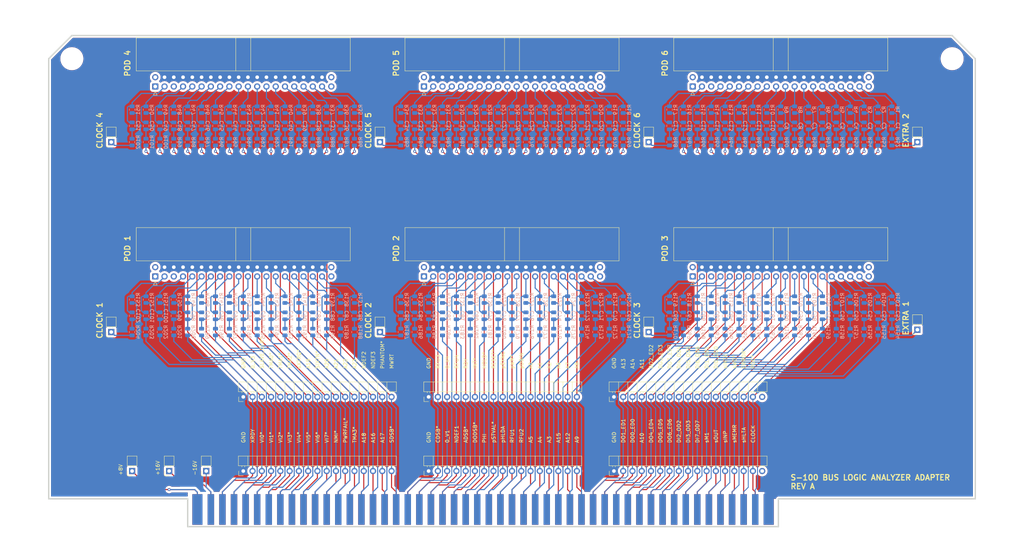
<source format=kicad_pcb>
(kicad_pcb (version 20221018) (generator pcbnew)
  (layers (0 "F.Cu" signal) (31 "B.Cu" signal) (34 "B.Paste" user) (35 "F.Paste" user) (36 "B.SilkS" user "B.Silkscreen") (37 "F.SilkS" user "F.Silkscreen") (38 "B.Mask" user) (39 "F.Mask" user) (44 "Edge.Cuts" user))
  (net 0 "")
  (net 1 "/XRDY")
  (net 2 "/VI0*")
  (net 3 "/VI1*")
  (net 4 "/VI2*")
  (net 5 "/VI3*")
  (net 6 "/VI4*")
  (net 7 "/VI5*")
  (net 8 "/VI6*")
  (net 9 "/VI7*")
  (net 10 "/NMI*")
  (net 11 "/PWRFAIL*")
  (net 12 "/TMA3*")
  (net 13 "/A18")
  (net 14 "/A16")
  (net 15 "/A17")
  (net 16 "/SDSB*")
  (net 17 "Net-(J4-Pin_1)")
  (net 18 "/CDSB*")
  (net 19 "/0_V1")
  (net 20 "/NDEF1")
  (net 21 "/ADSB*")
  (net 22 "/DODSB*")
  (net 23 "/PHI")
  (net 24 "/pSTVAL*")
  (net 25 "/pHLDA")
  (net 26 "/RFU1")
  (net 27 "/RFU2")
  (net 28 "/A5")
  (net 29 "/A4")
  (net 30 "/A3")
  (net 31 "/A15")
  (net 32 "/A12")
  (net 33 "/A9")
  (net 34 "Net-(J7-Pin_1)")
  (net 35 "/DO1_ED1")
  (net 36 "/DO0_ED0")
  (net 37 "/A10")
  (net 38 "/DO4_ED4")
  (net 39 "/DO5_ED5")
  (net 40 "/DO6_ED6")
  (net 41 "/DI2_OD2")
  (net 42 "/DI3_OD3")
  (net 43 "/DI7_OD7")
  (net 44 "/sM1")
  (net 45 "/sOUT")
  (net 46 "/sINP")
  (net 47 "/sMEMR")
  (net 48 "/sHLTA")
  (net 49 "/CLOCK")
  (net 50 "Net-(J3-Pin_37)")
  (net 51 "/0_V3")
  (net 52 "/SLAVE_CLR*")
  (net 53 "/TMA0*")
  (net 54 "/TMA1*")
  (net 55 "/TMA2*")
  (net 56 "/sXTRQ*")
  (net 57 "/A19")
  (net 58 "/SIXTN*")
  (net 59 "/A20")
  (net 60 "/A21")
  (net 61 "/A22")
  (net 62 "/A23")
  (net 63 "/NDEF2")
  (net 64 "/NDEF3")
  (net 65 "/PHANTOM*")
  (net 66 "/MWRT")
  (net 67 "Net-(J13-Pin_1)")
  (net 68 "/RFU3")
  (net 69 "/0_V4")
  (net 70 "/RFU4")
  (net 71 "/RDY")
  (net 72 "/INT*")
  (net 73 "/HOLD*")
  (net 74 "/RESET*")
  (net 75 "/pSYNC")
  (net 76 "/pWR*")
  (net 77 "/pDBIN")
  (net 78 "/A0")
  (net 79 "/A1")
  (net 80 "/A2")
  (net 81 "/A6")
  (net 82 "/A7")
  (net 83 "/A8")
  (net 84 "/A13")
  (net 85 "/A14")
  (net 86 "/A11")
  (net 87 "/DO2_ED2")
  (net 88 "/DO3_ED3")
  (net 89 "/DO7_ED7")
  (net 90 "/DI4_OD4")
  (net 91 "/DI5_OD5")
  (net 92 "/DI6_OD6")
  (net 93 "/DI1_OD1")
  (net 94 "/DI0_OD0")
  (net 95 "/sINTA")
  (net 96 "/sWO*")
  (net 97 "/ERROR*")
  (net 98 "/POC*")
  (net 99 "GND")
  (net 100 "Net-(J3-Pin_35)")
  (net 101 "Net-(J3-Pin_33)")
  (net 102 "Net-(J3-Pin_31)")
  (net 103 "Net-(J3-Pin_29)")
  (net 104 "Net-(J3-Pin_27)")
  (net 105 "Net-(J3-Pin_25)")
  (net 106 "Net-(J3-Pin_23)")
  (net 107 "Net-(J3-Pin_21)")
  (net 108 "Net-(J3-Pin_19)")
  (net 109 "Net-(J3-Pin_17)")
  (net 110 "Net-(J3-Pin_15)")
  (net 111 "Net-(J3-Pin_13)")
  (net 112 "Net-(J3-Pin_11)")
  (net 113 "Net-(J3-Pin_9)")
  (net 116 "Net-(J9-Pin_3)")
  (net 118 "Net-(J9-Pin_7)")
  (net 119 "Net-(J9-Pin_9)")
  (net 120 "Net-(J9-Pin_11)")
  (net 121 "Net-(J9-Pin_13)")
  (net 122 "Net-(J9-Pin_15)")
  (net 123 "Net-(J9-Pin_17)")
  (net 124 "Net-(J9-Pin_19)")
  (net 125 "Net-(J9-Pin_21)")
  (net 126 "Net-(J9-Pin_23)")
  (net 127 "Net-(J9-Pin_25)")
  (net 128 "Net-(J9-Pin_27)")
  (net 129 "Net-(J9-Pin_29)")
  (net 130 "Net-(J9-Pin_31)")
  (net 131 "Net-(J9-Pin_33)")
  (net 132 "Net-(J9-Pin_35)")
  (net 135 "Net-(J3-Pin_7)")
  (net 136 "Net-(J3-Pin_3)")
  (net 137 "Net-(J2-Pin_37)")
  (net 138 "Net-(J2-Pin_35)")
  (net 139 "Net-(J2-Pin_33)")
  (net 140 "Net-(J2-Pin_31)")
  (net 141 "Net-(J2-Pin_29)")
  (net 142 "Net-(J2-Pin_27)")
  (net 143 "Net-(J2-Pin_25)")
  (net 144 "Net-(J2-Pin_23)")
  (net 145 "Net-(J2-Pin_21)")
  (net 146 "Net-(J2-Pin_19)")
  (net 147 "Net-(J2-Pin_17)")
  (net 148 "Net-(J2-Pin_15)")
  (net 149 "Net-(J2-Pin_13)")
  (net 150 "Net-(J2-Pin_11)")
  (net 151 "Net-(J2-Pin_9)")
  (net 152 "Net-(J2-Pin_7)")
  (net 153 "Net-(J2-Pin_3)")
  (net 154 "Net-(J1-Pin_37)")
  (net 155 "Net-(J1-Pin_35)")
  (net 156 "Net-(J1-Pin_33)")
  (net 157 "Net-(J1-Pin_31)")
  (net 158 "Net-(J1-Pin_29)")
  (net 159 "Net-(J1-Pin_27)")
  (net 160 "Net-(J1-Pin_25)")
  (net 161 "Net-(J1-Pin_23)")
  (net 162 "Net-(J1-Pin_21)")
  (net 163 "Net-(J1-Pin_19)")
  (net 164 "Net-(J1-Pin_17)")
  (net 165 "Net-(J1-Pin_15)")
  (net 166 "Net-(J1-Pin_13)")
  (net 167 "Net-(J1-Pin_11)")
  (net 168 "Net-(J1-Pin_9)")
  (net 169 "Net-(J1-Pin_7)")
  (net 170 "Net-(J1-Pin_3)")
  (net 171 "Net-(C51-Pad1)")
  (net 172 "Net-(J10-Pin_37)")
  (net 173 "Net-(J10-Pin_35)")
  (net 174 "Net-(J10-Pin_33)")
  (net 175 "Net-(J10-Pin_31)")
  (net 176 "Net-(J10-Pin_29)")
  (net 177 "Net-(J10-Pin_27)")
  (net 178 "Net-(J10-Pin_25)")
  (net 179 "Net-(J10-Pin_23)")
  (net 180 "Net-(J10-Pin_21)")
  (net 181 "Net-(J10-Pin_19)")
  (net 182 "Net-(J9-Pin_37)")
  (net 183 "Net-(J10-Pin_17)")
  (net 184 "Net-(J10-Pin_15)")
  (net 185 "Net-(J10-Pin_13)")
  (net 186 "Net-(J10-Pin_11)")
  (net 187 "Net-(J10-Pin_9)")
  (net 188 "Net-(J10-Pin_7)")
  (net 189 "Net-(J10-Pin_3)")
  (net 190 "Net-(J8-Pin_37)")
  (net 191 "Net-(C86-Pad1)")
  (net 192 "Net-(J8-Pin_35)")
  (net 193 "Net-(C87-Pad1)")
  (net 194 "Net-(J8-Pin_33)")
  (net 195 "Net-(C88-Pad1)")
  (net 196 "Net-(J8-Pin_31)")
  (net 197 "Net-(C89-Pad1)")
  (net 198 "Net-(J8-Pin_29)")
  (net 199 "Net-(C90-Pad1)")
  (net 200 "Net-(J8-Pin_27)")
  (net 201 "Net-(J8-Pin_25)")
  (net 202 "Net-(C92-Pad1)")
  (net 203 "Net-(J8-Pin_23)")
  (net 204 "Net-(C93-Pad1)")
  (net 205 "Net-(J8-Pin_21)")
  (net 206 "Net-(C94-Pad1)")
  (net 207 "Net-(J8-Pin_19)")
  (net 208 "Net-(C95-Pad1)")
  (net 209 "Net-(J8-Pin_17)")
  (net 210 "Net-(C96-Pad1)")
  (net 211 "Net-(J8-Pin_15)")
  (net 212 "Net-(C97-Pad1)")
  (net 213 "Net-(J8-Pin_13)")
  (net 214 "Net-(C98-Pad1)")
  (net 215 "Net-(J8-Pin_11)")
  (net 216 "Net-(C99-Pad1)")
  (net 217 "Net-(J8-Pin_9)")
  (net 218 "Net-(C100-Pad1)")
  (net 219 "Net-(J8-Pin_7)")
  (net 220 "Net-(C101-Pad1)")
  (net 221 "Net-(J8-Pin_3)")
  (net 222 "Net-(C102-Pad1)")
  (net 238 "Net-(J5-Pin_1)")
  (net 239 "Net-(J6-Pin_1)")
  (net 241 "/+8_V")
  (net 242 "/+16_V")
  (net 243 "/-16_V")
  (net 253 "Net-(J11-Pin_1)")
  (net 254 "Net-(J12-Pin_1)")
  (net 255 "Net-(J14-Pin_1)")
  (net 258 "Net-(C50-Pad1)")
  (net 259 "Net-(C35-Pad1)")
  (net 260 "Net-(C36-Pad1)")
  (net 261 "Net-(C37-Pad1)")
  (net 262 "Net-(C38-Pad1)")
  (net 263 "Net-(C39-Pad1)")
  (net 264 "Net-(C40-Pad1)")
  (net 265 "Net-(C41-Pad1)")
  (net 266 "Net-(C42-Pad1)")
  (net 267 "Net-(C43-Pad1)")
  (net 268 "Net-(C44-Pad1)")
  (net 269 "Net-(C45-Pad1)")
  (net 270 "Net-(C46-Pad1)")
  (net 271 "Net-(C47-Pad1)")
  (net 272 "Net-(C48-Pad1)")
  (net 273 "Net-(C49-Pad1)")
  (net 274 "Net-(C18-Pad1)")
  (net 275 "Net-(C19-Pad1)")
  (net 276 "Net-(C20-Pad1)")
  (net 277 "Net-(C21-Pad1)")
  (net 278 "Net-(C22-Pad1)")
  (net 279 "Net-(C23-Pad1)")
  (net 280 "Net-(C24-Pad1)")
  (net 281 "Net-(C25-Pad1)")
  (net 282 "Net-(C26-Pad1)")
  (net 283 "Net-(C27-Pad1)")
  (net 284 "Net-(C28-Pad1)")
  (net 285 "Net-(C29-Pad1)")
  (net 286 "Net-(C30-Pad1)")
  (net 287 "Net-(C31-Pad1)")
  (net 288 "Net-(C32-Pad1)")
  (net 289 "Net-(C33-Pad1)")
  (net 290 "Net-(C34-Pad1)")
  (net 291 "Net-(C1-Pad1)")
  (net 292 "Net-(C2-Pad1)")
  (net 293 "Net-(C3-Pad1)")
  (net 294 "Net-(C4-Pad1)")
  (net 295 "Net-(C5-Pad1)")
  (net 296 "Net-(C6-Pad1)")
  (net 297 "Net-(C7-Pad1)")
  (net 298 "Net-(C8-Pad1)")
  (net 299 "Net-(C9-Pad1)")
  (net 300 "Net-(C10-Pad1)")
  (net 301 "Net-(C11-Pad1)")
  (net 302 "Net-(C12-Pad1)")
  (net 303 "Net-(C13-Pad1)")
  (net 304 "Net-(C14-Pad1)")
  (net 305 "Net-(C15-Pad1)")
  (net 306 "Net-(C16-Pad1)")
  (net 307 "Net-(C17-Pad1)")
  (net 308 "Net-(C69-Pad1)")
  (net 309 "Net-(C70-Pad1)")
  (net 310 "Net-(C71-Pad1)")
  (net 311 "Net-(C72-Pad1)")
  (net 312 "Net-(C73-Pad1)")
  (net 313 "Net-(C74-Pad1)")
  (net 314 "Net-(C75-Pad1)")
  (net 315 "Net-(C76-Pad1)")
  (net 316 "Net-(C77-Pad1)")
  (net 317 "Net-(C78-Pad1)")
  (net 318 "Net-(C79-Pad1)")
  (net 319 "Net-(C80-Pad1)")
  (net 320 "Net-(C81-Pad1)")
  (net 321 "Net-(C82-Pad1)")
  (net 322 "Net-(C83-Pad1)")
  (net 323 "Net-(C84-Pad1)")
  (net 324 "Net-(C85-Pad1)")
  (net 325 "Net-(C52-Pad1)")
  (net 326 "Net-(C53-Pad1)")
  (net 327 "Net-(C54-Pad1)")
  (net 328 "Net-(C55-Pad1)")
  (net 329 "Net-(C56-Pad1)")
  (net 330 "Net-(C57-Pad1)")
  (net 331 "Net-(C58-Pad1)")
  (net 332 "Net-(C59-Pad1)")
  (net 333 "Net-(C60-Pad1)")
  (net 334 "Net-(C61-Pad1)")
  (net 335 "Net-(C62-Pad1)")
  (net 336 "Net-(C63-Pad1)")
  (net 337 "Net-(C64-Pad1)")
  (net 338 "Net-(C65-Pad1)")
  (net 339 "Net-(C66-Pad1)")
  (net 340 "Net-(C67-Pad1)")
  (net 341 "Net-(C68-Pad1)")
  (net 342 "Net-(C91-Pad1)")
  (footprint "la-adapter:IDC_Header_02x20_P2.54mm_RA" (layer "F.Cu") (at 29.21 13.97 90)
    (fp_text reference "J1" hide)
    (fp_text value "CONN_02x20")
  )
  (footprint "la-adapter:PinHeader_01x01_P2.54mm_RA" (layer "F.Cu") (at 164.465 29.21 90)
    (fp_text reference "J6" hide)
    (fp_text value "CLOCK_6")
  )
  (footprint "la-adapter:IDC_Header_02x20_P2.54mm_RA" (layer "F.Cu") (at 102.87 13.97 90)
    (fp_text reference "J2" hide)
    (fp_text value "CONN_02x20")
  )
  (footprint "la-adapter:PinHeader_01x17_P2.54mm_RA" (layer "F.Cu") (at 154.94 119.38 90)
    (fp_text reference "J23" hide)
    (fp_text value "CONN_01x17")
  )
  (footprint "la-adapter:PinHeader_01x17_P2.54mm_RA" (layer "F.Cu") (at 104.14 99.06 90)
    (fp_text reference "J16" hide)
    (fp_text value "CONN_01x17")
  )
  (footprint "la-adapter:PinHeader_01x17_P2.54mm_RA" (layer "F.Cu") (at 53.34 99.06 90)
    (fp_text reference "J15" hide)
    (fp_text value "CONN_01x17")
  )
  (footprint "la-adapter:PinHeader_01x17_P2.54mm_RA" (layer "F.Cu") (at 53.34 119.38 90)
    (fp_text reference "J21" hide)
    (fp_text value "CONN_01x17")
  )
  (footprint "la-adapter:PinHeader_01x01_P2.54mm_RA" (layer "F.Cu") (at 43.18 119.38 90)
    (fp_text reference "J20" hide)
    (fp_text value "-16_V")
  )
  (footprint "la-adapter:PinHeader_01x01_P2.54mm_RA" (layer "F.Cu") (at 90.805 81.28 90)
    (fp_text reference "J13" hide)
    (fp_text value "CLOCK_2")
  )
  (footprint "la-adapter:PinHeader_01x17_P2.54mm_RA" (layer "F.Cu") (at 104.14 119.38 90)
    (fp_text reference "J22" hide)
    (fp_text value "CONN_01x17")
  )
  (footprint "la-adapter:S100_MALE" (layer "F.Cu") (at 38.1 134.62)
    (fp_text reference "P1" hide)
    (fp_text value "S100_MALE" hide)
  )
  (footprint "la-adapter:CardEjector" (layer "F.Cu") (at 247.65 6.35)
    (fp_text reference "H2" hide)
    (fp_text value "CardEjector" hide)
  )
  (footprint "la-adapter:PinHeader_01x01_P2.54mm_RA" (layer "F.Cu") (at 238.125 29.21 90)
    (fp_text reference "J7" hide)
    (fp_text value "EXTRA_2")
  )
  (footprint "la-adapter:PinHeader_01x01_P2.54mm_RA" (layer "F.Cu") (at 238.125 80.645 90)
    (fp_text reference "J11" hide)
    (fp_text value "EXTRA_1")
  )
  (footprint "la-adapter:CardEjector" (layer "F.Cu") (at 6.35 6.35)
    (fp_text reference "H1" hide)
    (fp_text value "CardEjector" hide)
  )
  (footprint "la-adapter:PinHeader_01x01_P2.54mm_RA" (layer "F.Cu") (at 90.805 29.21 90)
    (fp_text reference "J5" hide)
    (fp_text value "CLOCK_5")
  )
  (footprint "la-adapter:IDC_Header_02x20_P2.54mm_RA" (layer "F.Cu") (at 29.21 66.04 90)
    (fp_text reference "J8" hide)
    (fp_text value "CONN_02x20")
  )
  (footprint "la-adapter:PinHeader_01x01_P2.54mm_RA" (layer "F.Cu") (at 17.145 29.21 90)
    (fp_text reference "J4" hide)
    (fp_text value "CLOCK_4")
  )
  (footprint "la-adapter:IDC_Header_02x20_P2.54mm_RA" (layer "F.Cu") (at 102.87 66.04 90)
    (fp_text reference "J9" hide)
    (fp_text value "CONN_02x20")
  )
  (footprint "la-adapter:IDC_Header_02x20_P2.54mm_RA" (layer "F.Cu") (at 176.53 66.04 90)
    (fp_text reference "J10" hide)
    (fp_text value "CONN_02x20")
  )
  (footprint "la-adapter:PinHeader_01x01_P2.54mm_RA" (layer "F.Cu") (at 22.86 119.38 90)
    (fp_text reference "J18" hide)
    (fp_text value "+8_V")
  )
  (footprint "la-adapter:IDC_Header_02x20_P2.54mm_RA" (layer "F.Cu") (at 176.53 13.97 90)
    (fp_text reference "J3" hide)
    (fp_text value "CONN_02x20")
  )
  (footprint "la-adapter:PinHeader_01x01_P2.54mm_RA" (layer "F.Cu") (at 33.02 119.38 90)
    (fp_text reference "J19" hide)
    (fp_text value "+16_V")
  )
  (footprint "la-adapter:PinHeader_01x01_P2.54mm_RA" (layer "F.Cu") (at 164.465 81.28 90)
    (fp_text reference "J14" hide)
    (fp_text value "CLOCK_3")
  )
  (footprint "la-adapter:PinHeader_01x01_P2.54mm_RA" (layer "F.Cu") (at 17.145 81.28 90)
    (fp_text reference "J12" hide)
    (fp_text value "CLOCK_1")
  )
  (footprint "la-adapter:PinHeader_01x17_P2.54mm_RA" (layer "F.Cu") (at 154.94 99.06 90)
    (fp_text reference "J17" hide)
    (fp_text value "CONN_01x17")
  )
  (footprint "la-adapter:R_0805" (layer "B.Cu") (at 53.34 72.39 90)
    (fp_text reference "R145")
    (fp_text value "90.9K")
  )
  (footprint "la-adapter:C_0805" (layer "B.Cu") (at 57.15 24.765 90)
    (fp_text reference "C42")
    (fp_text value "8.2pF")
  )
  (footprint "la-adapter:C_0805" (layer "B.Cu") (at 60.96 24.765 90)
    (fp_text reference "C41")
    (fp_text value "8.2pF")
  )
  (footprint "la-adapter:C_0805" (layer "B.Cu") (at 76.2 24.765 90)
    (fp_text reference "C37")
    (fp_text value "8.2pF")
  )
  (footprint "la-adapter:R_0805" (layer "B.Cu") (at 227.33 20.32 90)
    (fp_text reference "R2")
    (fp_text value "90.9K")
  )
  (footprint "la-adapter:C_0805" (layer "B.Cu") (at 80.01 76.835 90)
    (fp_text reference "C87")
    (fp_text value "8.2pF")
  )
  (footprint "la-adapter:R_0805" (layer "B.Cu") (at 49.53 29.21 90)
    (fp_text reference "R95")
    (fp_text value "249")
  )
  (footprint "la-adapter:C_0805" (layer "B.Cu") (at 177.8 24.765 90)
    (fp_text reference "C15")
    (fp_text value "8.2pF")
  )
  (footprint "la-adapter:R_0805" (layer "B.Cu") (at 181.61 81.28 90)
    (fp_text reference "R167")
    (fp_text value "249")
  )
  (footprint "la-adapter:R_0805" (layer "B.Cu") (at 107.95 29.21 90)
    (fp_text reference "R82")
    (fp_text value "249")
  )
  (footprint "la-adapter:R_0805" (layer "B.Cu") (at 68.58 72.39 90)
    (fp_text reference "R141")
    (fp_text value "90.9K")
  )
  (footprint "la-adapter:R_0805" (layer "B.Cu") (at 96.52 81.28 90)
    (fp_text reference "R187")
    (fp_text value "249")
  )
  (footprint "la-adapter:R_0805" (layer "B.Cu") (at 208.28 29.21 90)
    (fp_text reference "R58")
    (fp_text value "249")
  )
  (footprint "la-adapter:R_0805" (layer "B.Cu") (at 138.43 29.21 90)
    (fp_text reference "R74")
    (fp_text value "249")
  )
  (footprint "la-adapter:R_0805" (layer "B.Cu") (at 196.85 29.21 90)
    (fp_text reference "R61")
    (fp_text value "249")
  )
  (footprint "la-adapter:C_0805" (layer "B.Cu") (at 149.86 24.765 90)
    (fp_text reference "C20")
    (fp_text value "8.2pF")
  )
  (footprint "la-adapter:R_0805" (layer "B.Cu") (at 22.86 81.28 90)
    (fp_text reference "R204")
    (fp_text value "249")
  )
  (footprint "la-adapter:R_0805" (layer "B.Cu") (at 57.15 72.39 90)
    (fp_text reference "R144")
    (fp_text value "90.9K")
  )
  (footprint "la-adapter:R_0805" (layer "B.Cu") (at 170.18 72.39 90)
    (fp_text reference "R119")
    (fp_text value "90.9K")
  )
  (footprint "la-adapter:C_0805" (layer "B.Cu") (at 64.77 76.835 90)
    (fp_text reference "C91")
    (fp_text value "8.2pF")
  )
  (footprint "la-adapter:R_0805" (layer "B.Cu") (at 142.24 29.21 90)
    (fp_text reference "R73")
    (fp_text value "249")
  )
  (footprint "la-adapter:R_0805" (layer "B.Cu") (at 123.19 29.21 90)
    (fp_text reference "R78")
    (fp_text value "249")
  )
  (footprint "la-adapter:R_0805" (layer "B.Cu") (at 119.38 81.28 90)
    (fp_text reference "R181")
    (fp_text value "249")
  )
  (footprint "la-adapter:R_0805" (layer "B.Cu") (at 115.57 20.32 90)
    (fp_text reference "R29")
    (fp_text value "90.9K")
  )
  (footprint "la-adapter:R_0805" (layer "B.Cu") (at 76.2 72.39 90)
    (fp_text reference "R139")
    (fp_text value "90.9K")
  )
  (footprint "la-adapter:R_0805" (layer "B.Cu") (at 57.15 81.28 90)
    (fp_text reference "R195")
    (fp_text value "249")
  )
  (footprint "la-adapter:R_0805" (layer "B.Cu") (at 123.19 20.32 90)
    (fp_text reference "R27")
    (fp_text value "90.9K")
  )
  (footprint "la-adapter:C_0805" (layer "B.Cu") (at 181.61 76.835 90)
    (fp_text reference "C65")
    (fp_text value "8.2pF")
  )
  (footprint "la-adapter:C_0805" (layer "B.Cu") (at 115.57 76.835 90)
    (fp_text reference "C80")
    (fp_text value "8.2pF")
  )
  (footprint "la-adapter:C_0805" (layer "B.Cu") (at 146.05 76.835 90)
    (fp_text reference "C72")
    (fp_text value "8.2pF")
  )
  (footprint "la-adapter:R_0805" (layer "B.Cu") (at 68.58 20.32 90)
    (fp_text reference "R39")
    (fp_text value "90.9K")
  )
  (footprint "la-adapter:R_0805" (layer "B.Cu") (at 60.96 72.39 90)
    (fp_text reference "R143")
    (fp_text value "90.9K")
  )
  (footprint "la-adapter:C_0805" (layer "B.Cu") (at 134.62 76.835 90)
    (fp_text reference "C75")
    (fp_text value "8.2pF")
  )
  (footprint "la-adapter:R_0805" (layer "B.Cu") (at 204.47 20.32 90)
    (fp_text reference "R8")
    (fp_text value "90.9K")
  )
  (footprint "la-adapter:R_0805" (layer "B.Cu") (at 138.43 20.32 90)
    (fp_text reference "R23")
    (fp_text value "90.9K")
  )
  (footprint "la-adapter:R_0805" (layer "B.Cu") (at 231.14 81.28 90)
    (fp_text reference "R154")
    (fp_text value "249")
  )
  (footprint "la-adapter:C_0805" (layer "B.Cu") (at 193.04 76.835 90)
    (fp_text reference "C62")
    (fp_text value "8.2pF")
  )
  (footprint "la-adapter:C_0805" (layer "B.Cu") (at 104.14 24.765 90)
    (fp_text reference "C32")
    (fp_text value "8.2pF")
  )
  (footprint "la-adapter:C_0805" (layer "B.Cu") (at 177.8 76.835 90)
    (fp_text reference "C66")
    (fp_text value "8.2pF")
  )
  (footprint "la-adapter:C_0805" (layer "B.Cu") (at 138.43 24.765 90)
    (fp_text reference "C23")
    (fp_text value "8.2pF")
  )
  (footprint "la-adapter:R_0805" (layer "B.Cu") (at 231.14 20.32 90)
    (fp_text reference "R1")
    (fp_text value "90.9K")
  )
  (footprint "la-adapter:R_0805" (layer "B.Cu") (at 177.8 29.21 90)
    (fp_text reference "R66")
    (fp_text value "249")
  )
  (footprint "la-adapter:R_0805" (layer "B.Cu") (at 72.39 20.32 90)
    (fp_text reference "R38")
    (fp_text value "90.9K")
  )
  (footprint "la-adapter:R_0805" (layer "B.Cu") (at 96.52 20.32 90)
    (fp_text reference "R34")
    (fp_text value "90.9K")
  )
  (footprint "la-adapter:R_0805" (layer "B.Cu") (at 219.71 20.32 90)
    (fp_text reference "R4")
    (fp_text value "90.9K")
  )
  (footprint "la-adapter:C_0805" (layer "B.Cu") (at 83.82 24.765 90)
    (fp_text reference "C35")
    (fp_text value "8.2pF")
  )
  (footprint "la-adapter:R_0805" (layer "B.Cu") (at 41.91 20.32 90)
    (fp_text reference "R46")
    (fp_text value "90.9K")
  )
  (footprint "la-adapter:C_0805" (layer "B.Cu") (at 45.72 76.835 90)
    (fp_text reference "C96")
    (fp_text value "8.2pF")
  )
  (footprint "la-adapter:C_0805" (layer "B.Cu") (at 189.23 24.765 90)
    (fp_text reference "C12")
    (fp_text value "8.2pF")
  )
  (footprint "la-adapter:R_0805" (layer "B.Cu") (at 215.9 72.39 90)
    (fp_text reference "R107")
    (fp_text value "90.9K")
  )
  (footprint "la-adapter:R_0805" (layer "B.Cu") (at 123.19 72.39 90)
    (fp_text reference "R129")
    (fp_text value "90.9K")
  )
  (footprint "la-adapter:C_0805" (layer "B.Cu") (at 34.29 76.835 90)
    (fp_text reference "C99")
    (fp_text value "8.2pF")
  )
  (footprint "la-adapter:R_0805" (layer "B.Cu") (at 134.62 20.32 90)
    (fp_text reference "R24")
    (fp_text value "90.9K")
  )
  (footprint "la-adapter:C_0805" (layer "B.Cu") (at 130.81 76.835 90)
    (fp_text reference "C76")
    (fp_text value "8.2pF")
  )
  (footprint "la-adapter:R_0805" (layer "B.Cu") (at 72.39 29.21 90)
    (fp_text reference "R89")
    (fp_text value "249")
  )
  (footprint "la-adapter:R_0805" (layer "B.Cu") (at 41.91 81.28 90)
    (fp_text reference "R199")
    (fp_text value "249")
  )
  (footprint "la-adapter:R_0805" (layer "B.Cu") (at 219.71 29.21 90)
    (fp_text reference "R55")
    (fp_text value "249")
  )
  (footprint "la-adapter:R_0805" (layer "B.Cu") (at 173.99 20.32 90)
    (fp_text reference "R16")
    (fp_text value "90.9K")
  )
  (footprint "la-adapter:C_0805" (layer "B.Cu") (at 30.48 76.835 90)
    (fp_text reference "C100")
    (fp_text value "8.2pF")
  )
  (footprint "la-adapter:R_0805" (layer "B.Cu") (at 57.15 20.32 90)
    (fp_text reference "R42")
    (fp_text value "90.9K")
  )
  (footprint "la-adapter:C_0805" (layer "B.Cu") (at 53.34 76.835 90)
    (fp_text reference "C94")
    (fp_text value "8.2pF")
  )
  (footprint "la-adapter:R_0805" (layer "B.Cu") (at 157.48 20.32 90)
    (fp_text reference "R18")
    (fp_text value "90.9K")
  )
  (footprint "la-adapter:R_0805" (layer "B.Cu") (at 130.81 20.32 90)
    (fp_text reference "R25")
    (fp_text value "90.9K")
  )
  (footprint "la-adapter:R_0805" (layer "B.Cu") (at 68.58 81.28 90)
    (fp_text reference "R192")
    (fp_text value "249")
  )
  (footprint "la-adapter:R_0805" (layer "B.Cu") (at 153.67 81.28 90)
    (fp_text reference "R172")
    (fp_text value "249")
  )
  (footprint "la-adapter:R_0805" (layer "B.Cu") (at 185.42 72.39 90)
    (fp_text reference "R115")
    (fp_text value "90.9K")
  )
  (footprint "la-adapter:R_0805" (layer "B.Cu") (at 204.47 29.21 90)
    (fp_text reference "R59")
    (fp_text value "249")
  )
  (footprint "la-adapter:R_0805" (layer "B.Cu") (at 227.33 72.39 90)
    (fp_text reference "R104")
    (fp_text value "90.9K")
  )
  (footprint "la-adapter:R_0805" (layer "B.Cu") (at 200.66 29.21 90)
    (fp_text reference "R60")
    (fp_text value "249")
  )
  (footprint "la-adapter:R_0805" (layer "B.Cu") (at 215.9 20.32 90)
    (fp_text reference "R5")
    (fp_text value "90.9K")
  )
  (footprint "la-adapter:R_0805" (layer "B.Cu") (at 208.28 20.32 90)
    (fp_text reference "R7")
    (fp_text value "90.9K")
  )
  (footprint "la-adapter:R_0805" (layer "B.Cu") (at 45.72 72.39 90)
    (fp_text reference "R147")
    (fp_text value "90.9K")
  )
  (footprint "la-adapter:R_0805" (layer "B.Cu") (at 146.05 72.39 90)
    (fp_text reference "R123")
    (fp_text value "90.9K")
  )
  (footprint "la-adapter:R_0805" (layer "B.Cu") (at 189.23 20.32 90)
    (fp_text reference "R12")
    (fp_text value "90.9K")
  )
  (footprint "la-adapter:C_0805" (layer "B.Cu") (at 107.95 24.765 90)
    (fp_text reference "C31")
    (fp_text value "8.2pF")
  )
  (footprint "la-adapter:C_0805" (layer "B.Cu") (at 123.19 24.765 90)
    (fp_text reference "C27")
    (fp_text value "8.2pF")
  )
  (footprint "la-adapter:C_0805" (layer "B.Cu") (at 227.33 76.835 90)
    (fp_text reference "C53")
    (fp_text value "8.2pF")
  )
  (footprint "la-adapter:R_0805" (layer "B.Cu") (at 38.1 81.28 90)
    (fp_text reference "R200")
    (fp_text value "249")
  )
  (footprint "la-adapter:R_0805" (layer "B.Cu") (at 100.33 81.28 90)
    (fp_text reference "R186")
    (fp_text value "249")
  )
  (footprint "la-adapter:C_0805" (layer "B.Cu") (at 64.77 24.765 90)
    (fp_text reference "C40")
    (fp_text value "8.2pF")
  )
  (footprint "la-adapter:R_0805" (layer "B.Cu") (at 100.33 29.21 90)
    (fp_text reference "R84")
    (fp_text value "249")
  )
  (footprint "la-adapter:R_0805" (layer "B.Cu") (at 57.15 29.21 90)
    (fp_text reference "R93")
    (fp_text value "249")
  )
  (footprint "la-adapter:R_0805" (layer "B.Cu") (at 49.53 81.28 90)
    (fp_text reference "R197")
    (fp_text value "249")
  )
  (footprint "la-adapter:R_0805" (layer "B.Cu") (at 41.91 72.39 90)
    (fp_text reference "R148")
    (fp_text value "90.9K")
  )
  (footprint "la-adapter:C_0805" (layer "B.Cu") (at 208.28 24.765 90)
    (fp_text reference "C7")
    (fp_text value "8.2pF")
  )
  (footprint "la-adapter:R_0805" (layer "B.Cu") (at 96.52 29.21 90)
    (fp_text reference "R85")
    (fp_text value "249")
  )
  (footprint "la-adapter:R_0805" (layer "B.Cu") (at 104.14 29.21 90)
    (fp_text reference "R83")
    (fp_text value "249")
  )
  (footprint "la-adapter:R_0805" (layer "B.Cu") (at 60.96 20.32 90)
    (fp_text reference "R41")
    (fp_text value "90.9K")
  )
  (footprint "la-adapter:R_0805" (layer "B.Cu") (at 223.52 81.28 90)
    (fp_text reference "R156")
    (fp_text value "249")
  )
  (footprint "la-adapter:C_0805" (layer "B.Cu") (at 173.99 24.765 90)
    (fp_text reference "C16")
    (fp_text value "8.2pF")
  )
  (footprint "la-adapter:R_0805" (layer "B.Cu") (at 181.61 20.32 90)
    (fp_text reference "R14")
    (fp_text value "90.9K")
  )
  (footprint "la-adapter:R_0805" (layer "B.Cu") (at 26.67 29.21 90)
    (fp_text reference "R101")
    (fp_text value "249")
  )
  (footprint "la-adapter:R_0805" (layer "B.Cu") (at 196.85 81.28 90)
    (fp_text reference "R163")
    (fp_text value "249")
  )
  (footprint "la-adapter:C_0805" (layer "B.Cu") (at 49.53 24.765 90)
    (fp_text reference "C44")
    (fp_text value "8.2pF")
  )
  (footprint "la-adapter:R_0805" (layer "B.Cu") (at 22.86 20.32 90)
    (fp_text reference "R51")
    (fp_text value "90.9K")
  )
  (footprint "la-adapter:C_0805" (layer "B.Cu") (at 157.48 24.765 90)
    (fp_text reference "C18")
    (fp_text value "8.2pF")
  )
  (footprint "la-adapter:R_0805" (layer "B.Cu") (at 76.2 20.32 90)
    (fp_text reference "R37")
    (fp_text value "90.9K")
  )
  (footprint "la-adapter:R_0805" (layer "B.Cu") (at 181.61 29.21 90)
    (fp_text reference "R65")
    (fp_text value "249")
  )
  (footprint "la-adapter:C_0805" (layer "B.Cu") (at 127 76.835 90)
    (fp_text reference "C77")
    (fp_text value "8.2pF")
  )
  (footprint "la-adapter:C_0805" (layer "B.Cu") (at 111.76 76.835 90)
    (fp_text reference "C81")
    (fp_text value "8.2pF")
  )
  (footprint "la-adapter:R_0805" (layer "B.Cu") (at 177.8 20.32 90)
    (fp_text reference "R15")
    (fp_text value "90.9K")
  )
  (footprint "la-adapter:C_0805" (layer "B.Cu") (at 49.53 76.835 90)
    (fp_text reference "C95")
    (fp_text value "8.2pF")
  )
  (footprint "la-adapter:R_0805" (layer "B.Cu") (at 223.52 29.21 90)
    (fp_text reference "R54")
    (fp_text value "249")
  )
  (footprint "la-adapter:R_0805" (layer "B.Cu") (at 76.2 29.21 90)
    (fp_text reference "R88")
    (fp_text value "249")
  )
  (footprint "la-adapter:R_0805" (layer "B.Cu") (at 170.18 20.32 90)
    (fp_text reference "R17")
    (fp_text value "90.9K")
  )
  (footprint "la-adapter:R_0805" (layer "B.Cu") (at 153.67 29.21 90)
    (fp_text reference "R70")
    (fp_text value "249")
  )
  (footprint "la-adapter:C_0805" (layer "B.Cu") (at 119.38 24.765 90)
    (fp_text reference "C28")
    (fp_text value "8.2pF")
  )
  (footprint "la-adapter:C_0805" (layer "B.Cu") (at 41.91 76.835 90)
    (fp_text reference "C97")
    (fp_text value "8.2pF")
  )
  (footprint "la-adapter:C_0805" (layer "B.Cu") (at 30.48 24.765 90)
    (fp_text reference "C49")
    (fp_text value "8.2pF")
  )
  (footprint "la-adapter:R_0805" (layer "B.Cu") (at 38.1 29.21 90)
    (fp_text reference "R98")
    (fp_text value "249")
  )
  (footprint "la-adapter:R_0805" (layer "B.Cu") (at 146.05 29.21 90)
    (fp_text reference "R72")
    (fp_text value "249")
  )
  (footprint "la-adapter:R_0805" (layer "B.Cu") (at 149.86 81.28 90)
    (fp_text reference "R173")
    (fp_text value "249")
  )
  (footprint "la-adapter:C_0805" (layer "B.Cu") (at 60.96 76.835 90)
    (fp_text reference "C92")
    (fp_text value "8.2pF")
  )
  (footprint "la-adapter:R_0805" (layer "B.Cu") (at 30.48 20.32 90)
    (fp_text reference "R49")
    (fp_text value "90.9K")
  )
  (footprint "la-adapter:R_0805" (layer "B.Cu") (at 223.52 20.32 90)
    (fp_text reference "R3")
    (fp_text value "90.9K")
  )
  (footprint "la-adapter:R_0805" (layer "B.Cu") (at 127 29.21 90)
    (fp_text reference "R77")
    (fp_text value "249")
  )
  (footprint "la-adapter:R_0805" (layer "B.Cu") (at 123.19 81.28 90)
    (fp_text reference "R180")
    (fp_text value "249")
  )
  (footprint "la-adapter:C_0805" (layer "B.Cu") (at 208.28 76.835 90)
    (fp_text reference "C58")
    (fp_text value "8.2pF")
  )
  (footprint "la-adapter:R_0805" (layer "B.Cu") (at 104.14 72.39 90)
    (fp_text reference "R134")
    (fp_text value "90.9K")
  )
  (footprint "la-adapter:R_0805" (layer "B.Cu") (at 170.18 29.21 90)
    (fp_text reference "R68")
    (fp_text value "249")
  )
  (footprint "la-adapter:R_0805" (layer "B.Cu") (at 189.23 29.21 90)
    (fp_text reference "R63")
    (fp_text value "249")
  )
  (footprint "la-adapter:R_0805" (layer "B.Cu") (at 22.86 29.21 90)
    (fp_text reference "R102")
    (fp_text value "249")
  )
  (footprint "la-adapter:R_0805" (layer "B.Cu") (at 76.2 81.28 90)
    (fp_text reference "R190")
    (fp_text value "249")
  )
  (footprint "la-adapter:C_0805" (layer "B.Cu") (at 231.14 76.835 90)
    (fp_text reference "C52")
    (fp_text value "8.2pF")
  )
  (footprint "la-adapter:R_0805" (layer "B.Cu") (at 193.04 72.39 90)
    (fp_text reference "R113")
    (fp_text value "90.9K")
  )
  (footprint "la-adapter:R_0805" (layer "B.Cu") (at 83.82 29.21 90)
    (fp_text reference "R86")
    (fp_text value "249")
  )
  (footprint "la-adapter:C_0805" (layer "B.Cu") (at 45.72 24.765 90)
    (fp_text reference "C45")
    (fp_text value "8.2pF")
  )
  (footprint "la-adapter:R_0805" (layer "B.Cu") (at 212.09 20.32 90)
    (fp_text reference "R6")
    (fp_text value "90.9K")
  )
  (footprint "la-adapter:R_0805" (layer "B.Cu") (at 185.42 81.28 90)
    (fp_text reference "R166")
    (fp_text value "249")
  )
  (footprint "la-adapter:R_0805" (layer "B.Cu") (at 107.95 72.39 90)
    (fp_text reference "R133")
    (fp_text value "90.9K")
  )
  (footprint "la-adapter:C_0805" (layer "B.Cu") (at 38.1 24.765 90)
    (fp_text reference "C47")
    (fp_text value "8.2pF")
  )
  (footprint "la-adapter:C_0805" (layer "B.Cu") (at 219.71 24.765 90)
    (fp_text reference "C4")
    (fp_text value "8.2pF")
  )
  (footprint "la-adapter:C_0805" (layer "B.Cu") (at 72.39 24.765 90)
    (fp_text reference "C38")
    (fp_text value "8.2pF")
  )
  (footprint "la-adapter:R_0805" (layer "B.Cu") (at 185.42 29.21 90)
    (fp_text reference "R64")
    (fp_text value "249")
  )
  (footprint "la-adapter:R_0805" (layer "B.Cu") (at 193.04 29.21 90)
    (fp_text reference "R62")
    (fp_text value "249")
  )
  (footprint "la-adapter:C_0805" (layer "B.Cu") (at 189.23 76.835 90)
    (fp_text reference "C63")
    (fp_text value "8.2pF")
  )
  (footprint "la-adapter:R_0805" (layer "B.Cu") (at 72.39 81.28 90)
    (fp_text reference "R191")
    (fp_text value "249")
  )
  (footprint "la-adapter:R_0805" (layer "B.Cu") (at 138.43 81.28 90)
    (fp_text reference "R176")
    (fp_text value "249")
  )
  (footprint "la-adapter:R_0805" (layer "B.Cu") (at 227.33 81.28 90)
    (fp_text reference "R155")
    (fp_text value "249")
  )
  (footprint "la-adapter:C_0805" (layer "B.Cu") (at 223.52 76.835 90)
    (fp_text reference "C54")
    (fp_text value "8.2pF")
  )
  (footprint "la-adapter:R_0805" (layer "B.Cu") (at 212.09 72.39 90)
    (fp_text reference "R108")
    (fp_text value "90.9K")
  )
  (footprint "la-adapter:R_0805" (layer "B.Cu") (at 153.67 20.32 90)
    (fp_text reference "R19")
    (fp_text value "90.9K")
  )
  (footprint "la-adapter:C_0805" (layer "B.Cu") (at 26.67 24.765 90)
    (fp_text reference "C50")
    (fp_text value "8.2pF")
  )
  (footprint "la-adapter:R_0805" (layer "B.Cu") (at 127 20.32 90)
    (fp_text reference "R26")
    (fp_text value "90.9K")
  )
  (footprint "la-adapter:R_0805" (layer "B.Cu") (at 196.85 72.39 90)
    (fp_text reference "R112")
    (fp_text value "90.9K")
  )
  (footprint "la-adapter:C_0805" (layer "B.Cu") (at 227.33 24.765 90)
    (fp_text reference "C2")
    (fp_text value "8.2pF")
  )
  (footprint "la-adapter:C_0805" (layer "B.Cu") (at 104.14 76.835 90)
    (fp_text reference "C83")
    (fp_text value "8.2pF")
  )
  (footprint "la-adapter:R_0805" (layer "B.Cu") (at 80.01 81.28 90)
    (fp_text reference "R189")
    (fp_text value "249")
  )
  (footprint "la-adapter:C_0805" (layer "B.Cu") (at 115.57 24.765 90)
    (fp_text reference "C29")
    (fp_text value "8.2pF")
  )
  (footprint "la-adapter:R_0805" (layer "B.Cu") (at 64.77 72.39 90)
    (fp_text reference "R142")
    (fp_text value "90.9K")
  )
  (footprint "la-adapter:R_0805" (layer "B.Cu") (at 196.85 20.32 90)
    (fp_text reference "R10")
    (fp_text value "90.9K")
  )
  (footprint "la-adapter:R_0805" (layer "B.Cu") (at 177.8 72.39 90)
    (fp_text reference "R117")
    (fp_text value "90.9K")
  )
  (footprint "la-adapter:C_0805" (layer "B.Cu") (at 153.67 24.765 90)
    (fp_text reference "C19")
    (fp_text value "8.2pF")
  )
  (footprint "la-adapter:R_0805" (layer "B.Cu") (at 53.34 81.28 90)
    (fp_text reference "R196")
    (fp_text value "249")
  )
  (footprint "la-adapter:R_0805" (layer "B.Cu") (at 115.57 29.21 90)
    (fp_text reference "R80")
    (fp_text value "249")
  )
  (footprint "la-adapter:C_0805" (layer "B.Cu") (at 215.9 76.835 90)
    (fp_text reference "C56")
    (fp_text value "8.2pF")
  )
  (footprint "la-adapter:R_0805" (layer "B.Cu") (at 142.24 81.28 90)
    (fp_text reference "R175")
    (fp_text value "249")
  )
  (footprint "la-adapter:R_0805" (layer "B.Cu") (at 189.23 72.39 90)
    (fp_text reference "R114")
    (fp_text value "90.9K")
  )
  (footprint "la-adapter:R_0805" (layer "B.Cu") (at 231.14 29.21 90)
    (fp_text reference "R52")
    (fp_text value "249")
  )
  (footprint "la-adapter:R_0805" (layer "B.Cu") (at 208.28 81.28 90)
    (fp_text reference "R160")
    (fp_text value "249")
  )
  (footprint "la-adapter:C_0805" (layer "B.Cu") (at 196.85 24.765 90)
    (fp_text reference "C10")
    (fp_text value "8.2pF")
  )
  (footprint "la-adapter:C_0805" (layer "B.Cu") (at 173.99 76.835 90)
    (fp_text reference "C67")
    (fp_text value "8.2pF")
  )
  (footprint "la-adapter:R_0805" (layer "B.Cu") (at 208.28 72.39 90)
    (fp_text reference "R109")
    (fp_text value "90.9K")
  )
  (footprint "la-adapter:R_0805" (layer "B.Cu") (at 119.38 29.21 90)
    (fp_text reference "R79")
    (fp_text value "249")
  )
  (footprint "la-adapter:R_0805" (layer "B.Cu") (at 34.29 81.28 90)
    (fp_text reference "R201")
    (fp_text value "249")
  )
  (footprint "la-adapter:R_0805" (layer "B.Cu") (at 34.29 20.32 90)
    (fp_text reference "R48")
    (fp_text value "90.9K")
  )
  (footprint "la-adapter:C_0805" (layer "B.Cu") (at 127 24.765 90)
    (fp_text reference "C26")
    (fp_text value "8.2pF")
  )
  (footprint "la-adapter:C_0805" (layer "B.Cu") (at 134.62 24.765 90)
    (fp_text reference "C24")
    (fp_text value "8.2pF")
  )
  (footprint "la-adapter:C_0805" (layer "B.Cu") (at 100.33 24.765 90)
    (fp_text reference "C33")
    (fp_text value "8.2pF")
  )
  (footprint "la-adapter:C_0805" (layer "B.Cu") (at 223.52 24.765 90)
    (fp_text reference "C3")
    (fp_text value "8.2pF")
  )
  (footprint "la-adapter:R_0805" (layer "B.Cu") (at 45.72 29.21 90)
    (fp_text reference "R96")
    (fp_text value "249")
  )
  (footprint "la-adapter:C_0805" (layer "B.Cu") (at 130.81 24.765 90)
    (fp_text reference "C25")
    (fp_text value "8.2pF")
  )
  (footprint "la-adapter:C_0805" (layer "B.Cu") (at 138.43 76.835 90)
    (fp_text reference "C74")
    (fp_text value "8.2pF")
  )
  (footprint "la-adapter:C_0805" (layer "B.Cu") (at 200.66 24.765 90)
    (fp_text reference "C9")
    (fp_text value "8.2pF")
  )
  (footprint "la-adapter:R_0805" (layer "B.Cu") (at 170.18 81.28 90)
    (fp_text reference "R170")
    (fp_text value "249")
  )
  (footprint "la-adapter:C_0805" (layer "B.Cu") (at 96.52 76.835 90)
    (fp_text reference "C85")
    (fp_text value "8.2pF")
  )
  (footprint "la-adapter:C_0805" (layer "B.Cu") (at 111.76 24.765 90)
    (fp_text reference "C30")
    (fp_text value "8.2pF")
  )
  (footprint "la-adapter:R_0805" (layer "B.Cu") (at 227.33 29.21 90)
    (fp_text reference "R53")
    (fp_text value "249")
  )
  (footprint "la-adapter:R_0805" (layer "B.Cu") (at 200.66 72.39 90)
    (fp_text reference "R111")
    (fp_text value "90.9K")
  )
  (footprint "la-adapter:R_0805" (layer "B.Cu") (at 53.34 20.32 90)
    (fp_text reference "R43")
    (fp_text value "90.9K")
  )
  (footprint "la-adapter:R_0805" (layer "B.Cu") (at 45.72 20.32 90)
    (fp_text reference "R45")
    (fp_text value "90.9K")
  )
  (footprint "la-adapter:R_0805" (layer "B.Cu") (at 215.9 81.28 90)
    (fp_text reference "R158")
    (fp_text value "249")
  )
  (footprint "la-adapter:C_0805" (layer "B.Cu") (at 170.18 76.835 90)
    (fp_text reference "C68")
    (fp_text value "8.2pF")
  )
  (footprint "la-adapter:R_0805" (layer "B.Cu") (at 100.33 20.32 90)
    (fp_text reference "R33")
    (fp_text value "90.9K")
  )
  (footprint "la-adapter:R_0805" (layer "B.Cu") (at 185.42 20.32 90)
    (fp_text reference "R13")
    (fp_text value "90.9K")
  )
  (footprint "la-adapter:C_0805" (layer "B.Cu") (at 185.42 24.765 90)
    (fp_text reference "C13")
    (fp_text value "8.2pF")
  )
  (footprint "la-adapter:R_0805" (layer "B.Cu") (at 64.77 20.32 90)
    (fp_text reference "R40")
    (fp_text value "90.9K")
  )
  (footprint "la-adapter:R_0805" (layer "B.Cu") (at 212.09 81.28 90)
    (fp_text reference "R159")
    (fp_text value "249")
  )
  (footprint "la-adapter:R_0805" (layer "B.Cu") (at 173.99 29.21 90)
    (fp_text reference "R67")
    (fp_text value "249")
  )
  (footprint "la-adapter:R_0805" (layer "B.Cu") (at 115.57 81.28 90)
    (fp_text reference "R182")
    (fp_text value "249")
  )
  (footprint "la-adapter:R_0805" (layer "B.Cu") (at 72.39 72.39 90)
    (fp_text reference "R140")
    (fp_text value "90.9K")
  )
  (footprint "la-adapter:R_0805" (layer "B.Cu") (at 138.43 72.39 90)
    (fp_text reference "R125")
    (fp_text value "90.9K")
  )
  (footprint "la-adapter:R_0805" (layer "B.Cu") (at 146.05 81.28 90)
    (fp_text reference "R174")
    (fp_text value "249")
  )
  (footprint "la-adapter:C_0805" (layer "B.Cu") (at 204.47 24.765 90)
    (fp_text reference "C8")
    (fp_text value "8.2pF")
  )
  (footprint "la-adapter:R_0805" (layer "B.Cu") (at 53.34 29.21 90)
    (fp_text reference "R94")
    (fp_text value "249")
  )
  (footprint "la-adapter:R_0805" (layer "B.Cu") (at 34.29 72.39 90)
    (fp_text reference "R150")
    (fp_text value "90.9K")
  )
  (footprint "la-adapter:R_0805" (layer "B.Cu") (at 134.62 29.21 90)
    (fp_text reference "R75")
    (fp_text value "249")
  )
  (footprint "la-adapter:R_0805" (layer "B.Cu") (at 193.04 20.32 90)
    (fp_text reference "R11")
    (fp_text value "90.9K")
  )
  (footprint "la-adapter:R_0805" (layer "B.Cu") (at 107.95 81.28 90)
    (fp_text reference "R184")
    (fp_text value "249")
  )
  (footprint "la-adapter:R_0805" (layer "B.Cu") (at 181.61 72.39 90)
    (fp_text reference "R116")
    (fp_text value "90.9K")
  )
  (footprint "la-adapter:R_0805" (layer "B.Cu") (at 83.82 81.28 90)
    (fp_text reference "R188")
    (fp_text value "249")
  )
  (footprint "la-adapter:R_0805" (layer "B.Cu") (at 119.38 72.39 90)
    (fp_text reference "R130")
    (fp_text value "90.9K")
  )
  (footprint "la-adapter:C_0805" (layer "B.Cu") (at 153.67 76.835 90)
    (fp_text reference "C70")
    (fp_text value "8.2pF")
  )
  (footprint "la-adapter:R_0805" (layer "B.Cu") (at 68.58 29.21 90)
    (fp_text reference "R90")
    (fp_text value "249")
  )
  (footprint "la-adapter:R_0805" (layer "B.Cu") (at 64.77 29.21 90)
    (fp_text reference "R91")
    (fp_text value "249")
  )
  (footprint "la-adapter:C_0805" (layer "B.Cu") (at 96.52 24.765 90)
    (fp_text reference "C34")
    (fp_text value "8.2pF")
  )
  (footprint "la-adapter:R_0805" (layer "B.Cu") (at 134.62 81.28 90)
    (fp_text reference "R177")
    (fp_text value "249")
  )
  (footprint "la-adapter:R_0805" (layer "B.Cu") (at 219.71 72.39 90)
    (fp_text reference "R106")
    (fp_text value "90.9K")
  )
  (footprint "la-adapter:C_0805" (layer "B.Cu") (at 204.47 76.835 90)
    (fp_text reference "C59")
    (fp_text value "8.2pF")
  )
  (footprint "la-adapter:C_0805" (layer "B.Cu") (at 170.18 24.765 90)
    (fp_text reference "C17")
    (fp_text value "8.2pF")
  )
  (footprint "la-adapter:R_0805" (layer "B.Cu") (at 30.48 29.21 90)
    (fp_text reference "R100")
    (fp_text value "249")
  )
  (footprint "la-adapter:C_0805" (layer "B.Cu") (at 57.15 76.835 90)
    (fp_text reference "C93")
    (fp_text value "8.2pF")
  )
  (footprint "la-adapter:R_0805" (layer "B.Cu") (at 219.71 81.28 90)
    (fp_text reference "R157")
    (fp_text value "249")
  )
  (footprint "la-adapter:R_0805" (layer "B.Cu") (at 134.62 72.39 90)
    (fp_text reference "R126")
    (fp_text value "90.9K")
  )
  (footprint "la-adapter:R_0805" (layer "B.Cu") (at 215.9 29.21 90)
    (fp_text reference "R56")
    (fp_text value "249")
  )
  (footprint "la-adapter:C_0805" (layer "B.Cu") (at 41.91 24.765 90)
    (fp_text reference "C46")
    (fp_text value "8.2pF")
  )
  (footprint "la-adapter:R_0805" (layer "B.Cu") (at 130.81 81.28 90)
    (fp_text reference "R178")
    (fp_text value "249")
  )
  (footprint "la-adapter:R_0805" (layer "B.Cu") (at 80.01 29.21 90)
    (fp_text reference "R87")
    (fp_text value "249")
  )
  (footprint "la-adapter:C_0805" (layer "B.Cu") (at 181.61 24.765 90)
    (fp_text reference "C14")
    (fp_text value "8.2pF")
  )
  (footprint "la-adapter:C_0805" (layer "B.Cu") (at 219.71 76.835 90)
    (fp_text reference "C55")
    (fp_text value "8.2pF")
  )
  (footprint "la-adapter:R_0805" (layer "B.Cu") (at 157.48 29.21 90)
    (fp_text reference "R69")
    (fp_text value "249")
  )
  (footprint "la-adapter:R_0805" (layer "B.Cu") (at 153.67 72.39 90)
    (fp_text reference "R121")
    (fp_text value "90.9K")
  )
  (footprint "la-adapter:R_0805" (layer "B.Cu") (at 200.66 20.32 90)
    (fp_text reference "R9")
    (fp_text value "90.9K")
  )
  (footprint "la-adapter:R_0805" (layer "B.Cu") (at 200.66 81.28 90)
    (fp_text reference "R162")
    (fp_text value "249")
  )
  (footprint "la-adapter:R_0805" (layer "B.Cu") (at 64.77 81.28 90)
    (fp_text reference "R193")
    (fp_text value "249")
  )
  (footprint "la-adapter:C_0805" (layer "B.Cu") (at 53.34 24.765 90)
    (fp_text reference "C43")
    (fp_text value "8.2pF")
  )
  (footprint "la-adapter:C_0805" (layer "B.Cu") (at 68.58 76.835 90)
    (fp_text reference "C90")
    (fp_text value "8.2pF")
  )
  (footprint "la-adapter:R_0805" (layer "B.Cu") (at 96.52 72.39 90)
    (fp_text reference "R136")
    (fp_text value "90.9K")
  )
  (footprint "la-adapter:R_0805" (layer "B.Cu") (at 104.14 20.32 90)
    (fp_text reference "R32")
    (fp_text value "90.9K")
  )
  (footprint "la-adapter:C_0805" (layer "B.Cu") (at 212.09 24.765 90)
    (fp_text reference "C6")
    (fp_text value "8.2pF")
  )
  (footprint "la-adapter:R_0805" (layer "B.Cu") (at 189.23 81.28 90)
    (fp_text reference "R165")
    (fp_text value "249")
  )
  (footprint "la-adapter:C_0805" (layer "B.Cu") (at 200.66 76.835 90)
    (fp_text reference "C60")
    (fp_text value "8.2pF")
  )
  (footprint "la-adapter:C_0805" (layer "B.Cu") (at 123.19 76.835 90)
    (fp_text reference "C78")
    (fp_text value "8.2pF")
  )
  (footprint "la-adapter:R_0805" (layer "B.Cu") (at 111.76 81.28 90)
    (fp_text reference "R183")
    (fp_text value "249")
  )
  (footprint "la-adapter:R_0805" (layer "B.Cu") (at 111.76 29.21 90)
    (fp_text reference "R81")
    (fp_text value "249")
  )
  (footprint "la-adapter:R_0805" (layer "B.Cu") (at 149.86 20.32 90)
    (fp_text reference "R20")
    (fp_text value "90.9K")
  )
  (footprint "la-adapter:C_0805" (layer "B.Cu") (at 185.42 76.835 90)
    (fp_text reference "C64")
    (fp_text value "8.2pF")
  )
  (footprint "la-adapter:R_0805" (layer "B.Cu") (at 60.96 29.21 90)
    (fp_text reference "R92")
    (fp_text value "249")
  )
  (footprint "la-adapter:R_0805" (layer "B.Cu") (at 193.04 81.28 90)
    (fp_text reference "R164")
    (fp_text value "249")
  )
  (footprint "la-adapter:R_0805" (layer "B.Cu") (at 127 72.39 90)
    (fp_text reference "R128")
    (fp_text value "90.9K")
  )
  (footprint "la-adapter:R_0805" (layer "B.Cu") (at 107.95 20.32 90)
    (fp_text reference "R31")
    (fp_text value "90.9K")
  )
  (footprint "la-adapter:C_0805" (layer "B.Cu") (at 215.9 24.765 90)
    (fp_text reference "C5")
    (fp_text value "8.2pF")
  )
  (footprint "la-adapter:C_0805" (layer "B.Cu") (at 72.39 76.835 90)
    (fp_text reference "C89")
    (fp_text value "8.2pF")
  )
  (footprint "la-adapter:R_0805" (layer "B.Cu") (at 173.99 81.28 90)
    (fp_text reference "R169")
    (fp_text value "249")
  )
  (footprint "la-adapter:R_0805" (layer "B.Cu") (at 130.81 29.21 90)
    (fp_text reference "R76")
    (fp_text value "249")
  )
  (footprint "la-adapter:R_0805" (layer "B.Cu") (at 173.99 72.39 90)
    (fp_text reference "R118")
    (fp_text value "90.9K")
  )
  (footprint "la-adapter:C_0805" (layer "B.Cu") (at 212.09 76.835 90)
    (fp_text reference "C57")
    (fp_text value "8.2pF")
  )
  (footprint "la-adapter:C_0805" (layer "B.Cu") (at 22.86 76.835 90)
    (fp_text reference "C102")
    (fp_text value "8.2pF")
  )
  (footprint "la-adapter:R_0805" (layer "B.Cu") (at 146.05 20.32 90)
    (fp_text reference "R21")
    (fp_text value "90.9K")
  )
  (footprint "la-adapter:R_0805" (layer "B.Cu") (at 142.24 72.39 90)
    (fp_text reference "R124")
    (fp_text value "90.9K")
  )
  (footprint "la-adapter:C_0805" (layer "B.Cu") (at 80.01 24.765 90)
    (fp_text reference "C36")
    (fp_text value "8.2pF")
  )
  (footprint "la-adapter:R_0805" (layer "B.Cu") (at 26.67 81.28 90)
    (fp_text reference "R203")
    (fp_text value "249")
  )
  (footprint "la-adapter:R_0805" (layer "B.Cu") (at 26.67 72.39 90)
    (fp_text reference "R152")
    (fp_text value "90.9K")
  )
  (footprint "la-adapter:R_0805" (layer "B.Cu") (at 149.86 72.39 90)
    (fp_text reference "R122")
    (fp_text value "90.9K")
  )
  (footprint "la-adapter:C_0805" (layer "B.Cu") (at 193.04 24.765 90)
    (fp_text reference "C11")
    (fp_text value "8.2pF")
  )
  (footprint "la-adapter:R_0805" (layer "B.Cu") (at 115.57 72.39 90)
    (fp_text reference "R131")
    (fp_text value "90.9K")
  )
  (footprint "la-adapter:R_0805" (layer "B.Cu") (at 204.47 72.39 90)
    (fp_text reference "R110")
    (fp_text value "90.9K")
  )
  (footprint "la-adapter:R_0805" (layer "B.Cu") (at 49.53 20.32 90)
    (fp_text reference "R44")
    (fp_text value "90.9K")
  )
  (footprint "la-adapter:R_0805" (layer "B.Cu") (at 80.01 72.39 90)
    (fp_text reference "R138")
    (fp_text value "90.9K")
  )
  (footprint "la-adapter:C_0805" (layer "B.Cu") (at 68.58 24.765 90)
    (fp_text reference "C39")
    (fp_text value "8.2pF")
  )
  (footprint "la-adapter:R_0805" (layer "B.Cu") (at 130.81 72.39 90)
    (fp_text reference "R127")
    (fp_text value "90.9K")
  )
  (footprint "la-adapter:C_0805" (layer "B.Cu") (at 142.24 24.765 90)
    (fp_text reference "C22")
    (fp_text value "8.2pF")
  )
  (footprint "la-adapter:R_0805" (layer "B.Cu") (at 142.24 20.32 90)
    (fp_text reference "R22")
    (fp_text value "90.9K")
  )
  (footprint "la-adapter:R_0805" (layer "B.Cu") (at 80.01 20.32 90)
    (fp_text reference "R36")
    (fp_text value "90.9K")
  )
  (footprint "la-adapter:C_0805" (layer "B.Cu") (at 196.85 76.835 90)
    (fp_text reference "C61")
    (fp_text value "8.2pF")
  )
  (footprint "la-adapter:R_0805" (layer "B.Cu") (at 45.72 81.28 90)
    (fp_text reference "R198")
    (fp_text value "249")
  )
  (footprint "la-adapter:C_0805" (layer "B.Cu") (at 142.24 76.835 90)
    (fp_text reference "C73")
    (fp_text value "8.2pF")
  )
  (footprint "la-adapter:R_0805" (layer "B.Cu") (at 104.14 81.28 90)
    (fp_text reference "R185")
    (fp_text value "249")
  )
  (footprint "la-adapter:R_0805" (layer "B.Cu") (at 34.29 29.21 90)
    (fp_text reference "R99")
    (fp_text value "249")
  )
  (footprint "la-adapter:C_0805" (layer "B.Cu") (at 157.48 76.835 90)
    (fp_text reference "C69")
    (fp_text value "8.2pF")
  )
  (footprint "la-adapter:R_0805" (layer "B.Cu") (at 38.1 20.32 90)
    (fp_text reference "R47")
    (fp_text value "90.9K")
  )
  (footprint "la-adapter:R_0805" (layer "B.Cu") (at 60.96 81.28 90)
    (fp_text reference "R194")
    (fp_text value "249")
  )
  (footprint "la-adapter:R_0805" (layer "B.Cu") (at 83.82 72.39 90)
    (fp_text reference "R137")
    (fp_text value "90.9K")
  )
  (footprint "la-adapter:R_0805" (layer "B.Cu") (at 111.76 20.32 90)
    (fp_text reference "R30")
    (fp_text value "90.9K")
  )
  (footprint "la-adapter:R_0805" (layer "B.Cu") (at 26.67 20.32 90)
    (fp_text reference "R50")
    (fp_text value "90.9K")
  )
  (footprint "la-adapter:R_0805" (layer "B.Cu") (at 49.53 72.39 90)
    (fp_text reference "R146")
    (fp_text value "90.9K")
  )
  (footprint "la-adapter:R_0805" (layer "B.Cu") (at 41.91 29.21 90)
    (fp_text reference "R97")
    (fp_text value "249")
  )
  (footprint "la-adapter:C_0805" (layer "B.Cu") (at 22.86 24.765 90)
    (fp_text reference "C51")
    (fp_text value "8.2pF")
  )
  (footprint "la-adapter:R_0805" (layer "B.Cu") (at 223.52 72.39 90)
    (fp_text reference "R105")
    (fp_text value "90.9K")
  )
  (footprint "la-adapter:R_0805" (layer "B.Cu") (at 149.86 29.21 90)
    (fp_text reference "R71")
    (fp_text value "249")
  )
  (footprint "la-adapter:R_0805" (layer "B.Cu") (at 38.1 72.39 90)
    (fp_text reference "R149")
    (fp_text value "90.9K")
  )
  (footprint "la-adapter:C_0805" (layer "B.Cu") (at 100.33 76.835 90)
    (fp_text reference "C84")
    (fp_text value "8.2pF")
  )
  (footprint "la-adapter:R_0805" (layer "B.Cu") (at 157.48 72.39 90)
    (fp_text reference "R120")
    (fp_text value "90.9K")
  )
  (footprint "la-adapter:R_0805" (layer "B.Cu") (at 127 81.28 90)
    (fp_text reference "R179")
    (fp_text value "249")
  )
  (footprint "la-adapter:R_0805" (layer "B.Cu") (at 157.48 81.28 90)
    (fp_text reference "R171")
    (fp_text value "249")
  )
  (footprint "la-adapter:C_0805" (layer "B.Cu") (at 149.86 76.835 90)
    (fp_text reference "C71")
    (fp_text value "8.2pF")
  )
  (footprint "la-adapter:C_0805" (layer "B.Cu") (at 38.1 76.835 90)
    (fp_text reference "C98")
    (fp_text value "8.2pF")
  )
  (footprint "la-adapter:R_0805" (layer "B.Cu") (at 100.33 72.39 90)
    (fp_text reference "R135")
    (fp_text value "90.9K")
  )
  (footprint "la-adapter:R_0805" (layer "B.Cu") (at 30.48 72.39 90)
    (fp_text reference "R151")
    (fp_text value "90.9K")
  )
  (footprint "la-adapter:C_0805" (layer "B.Cu") (at 119.38 76.835 90)
    (fp_text reference "C79")
    (fp_text value "8.2pF")
  )
  (footprint "la-adapter:C_0805" (layer "B.Cu") (at 146.05 24.765 90)
    (fp_text reference "C21")
    (fp_text value "8.2pF")
  )
  (footprint "la-adapter:R_0805" (layer "B.Cu") (at 22.86 72.39 90)
    (fp_text reference "R153")
    (fp_text value "90.9K")
  )
  (footprint "la-adapter:C_0805" (layer "B.Cu") (at 76.2 76.835 90)
    (fp_text reference "C88")
    (fp_text value "8.2pF")
  )
  (footprint "la-adapter:R_0805" (layer "B.Cu") (at 111.76 72.39 90)
    (fp_text reference "R132")
    (fp_text value "90.9K")
  )
  (footprint "la-adapter:C_0805" (layer "B.Cu") (at 83.82 76.835 90)
    (fp_text reference "C86")
    (fp_text value "8.2pF")
  )
  (footprint "la-adapter:R_0805" (layer "B.Cu") (at 30.48 81.28 90)
    (fp_text reference "R202")
    (fp_text value "249")
  )
  (footprint "la-adapter:C_0805" (layer "B.Cu") (at 231.14 24.765 90)
    (fp_text reference "C1")
    (fp_text value "8.2pF")
  )
  (footprint "la-adapter:R_0805" (layer "B.Cu") (at 119.38 20.32 90)
    (fp_text reference "R28")
    (fp_text value "90.9K")
  )
  (footprint "la-adapter:C_0805" (layer "B.Cu") (at 26.67 76.835 90)
    (fp_text reference "C101")
    (fp_text value "8.2pF")
  )
  (footprint "la-adapter:R_0805" (layer "B.Cu") (at 177.8 81.28 90)
    (fp_text reference "R168")
    (fp_text value "249")
  )
  (footprint "la-adapter:C_0805" (layer "B.Cu") (at 34.29 24.765 90)
    (fp_text reference "C48")
    (fp_text value "8.2pF")
  )
  (footprint "la-adapter:R_0805" (layer "B.Cu") (at 212.09 29.21 90)
    (fp_text reference "R57")
    (fp_text value "249")
  )
  (footprint "la-adapter:R_0805" (layer "B.Cu") (at 204.47 81.28 90)
    (fp_text reference "R161")
    (fp_text value "249")
  )
  (footprint "la-adapter:R_0805" (layer "B.Cu") (at 231.14 72.39 90)
    (fp_text reference "R103")
    (fp_text value "90.9K")
  )
  (footprint "la-adapter:R_0805" (layer "B.Cu") (at 83.82 20.32 90)
    (fp_text reference "R35")
    (fp_text value "90.9K")
  )
  (footprint "la-adapter:C_0805" (layer "B.Cu") (at 107.95 76.835 90)
    (fp_text reference "C82")
    (fp_text value "8.2pF")
  )
  (gr_line locked (start 38.1 127) (end 0 127) (stroke (width 0.381)) (layer "Edge.Cuts"))
  (gr_line locked (start 200.025 134.62) (end 38.1 134.62) (stroke (width 0.381)) (layer "Edge.Cuts"))
  (gr_line locked (start 254 127) (end 254 6.35) (stroke (width 0.381)) (layer "Edge.Cuts"))
  (gr_line locked (start 254 6.35) (end 247.65 0) (stroke (width 0.381)) (layer "Edge.Cuts"))
  (gr_line locked (start 247.65 0) (end 6.35 0) (stroke (width 0.381)) (layer "Edge.Cuts"))
  (gr_line locked (start 6.35 0) (end 0 6.35) (stroke (width 0.381)) (layer "Edge.Cuts"))
  (gr_line locked (start 0 6.35) (end 0 127) (stroke (width 0.381)) (layer "Edge.Cuts"))
  (gr_line locked (start 254 127) (end 200.025 127) (stroke (width 0.381)) (layer "Edge.Cuts"))
  (gr_line locked (start 200.025 127) (end 200.025 134.62) (stroke (width 0.381)) (layer "Edge.Cuts"))
  (gr_line locked (start 38.1 134.62) (end 38.1 127) (stroke (width 0.381)) (layer "Edge.Cuts"))
  (gr_text "A11" (at 163.195 91.44 90) (layer "F.SilkS") (effects (font (size 1 1)) (justify left bottom)))
  (gr_text "GND" (at 53.975 111.76 90) (layer "F.SilkS") (effects (font (size 1 1)) (justify left bottom)))
  (gr_text "0_V1" (at 109.855 111.76 90) (layer "F.SilkS") (effects (font (size 1 1)) (justify left bottom)))
  (gr_text "CDSB*" (at 107.315 111.76 90) (layer "F.SilkS") (effects (font (size 1 1)) (justify left bottom)))
  (gr_text "DI0_OD0" (at 183.515 91.44 90) (layer "F.SilkS") (effects (font (size 1 1)) (justify left bottom)))
  (gr_text locked "POD 6" (at 168.91 7.62 90) (layer "F.SilkS") (effects (font (size 1.5 1.5) (thickness 0.3) bold)))
  (gr_text "A7" (at 142.875 91.44 90) (layer "F.SilkS") (effects (font (size 1 1)) (justify left bottom)))
  (gr_text "GND" (at 104.775 91.44 90) (layer "F.SilkS") (effects (font (size 1 1)) (justify left bottom)))
  (gr_text "NDEF1" (at 112.395 111.76 90) (layer "F.SilkS") (effects (font (size 1 1)) (justify left bottom)))
  (gr_text "DO3_ED3" (at 168.275 91.44 90) (layer "F.SilkS") (effects (font (size 1 1)) (justify left bottom)))
  (gr_text "GND" (at 104.775 111.76 90) (layer "F.SilkS") (effects (font (size 1 1)) (justify left bottom)))
  (gr_text "TMA1*" (at 64.135 91.44 90) (layer "F.SilkS") (effects (font (size 1 1)) (justify left bottom)))
  (gr_text "NMI*" (at 79.375 111.76 90) (layer "F.SilkS") (effects (font (size 1 1)) (justify left bottom)))
  (gr_text "0_V3" (at 56.515 91.44 90) (layer "F.SilkS") (effects (font (size 1 1)) (justify left bottom)))
  (gr_text locked "POD 2" (at 95.25 58.42 90) (layer "F.SilkS") (effects (font (size 1.5 1.5) (thickness 0.3) bold)))
  (gr_text "0_V4" (at 109.855 91.44 90) (layer "F.SilkS") (effects (font (size 1 1)) (justify left bottom)))
  (gr_text locked "CLOCK 1" (at 13.97 78.105 90) (layer "F.SilkS") (effects (font (size 1.5 1.5) (thickness 0.3) bold)))
  (gr_text "sHLTA" (at 191.135 111.76 90) (layer "F.SilkS") (effects (font (size 1 1)) (justify left bottom)))
  (gr_text "VI5*" (at 71.755 111.76 90) (layer "F.SilkS") (effects (font (size 1 1)) (justify left bottom)))
  (gr_text "VI0*" (at 59.055 111.76 90) (layer "F.SilkS") (effects (font (size 1 1)) (justify left bottom)))
  (gr_text "NDEF2" (at 86.995 91.44 90) (layer "F.SilkS") (effects (font (size 1 1)) (justify left bottom)))
  (gr_text "GND" (at 53.975 91.44 90) (layer "F.SilkS") (effects (font (size 1 1)) (justify left bottom)))
  (gr_text "DO6_ED6" (at 170.815 111.76 90) (layer "F.SilkS") (effects (font (size 1 1)) (justify left bottom)))
  (gr_text "A16" (at 89.535 111.76 90) (layer "F.SilkS") (effects (font (size 1 1)) (justify left bottom)))
  (gr_text "A19" (at 71.755 91.44 90) (layer "F.SilkS") (effects (font (size 1 1)) (justify left bottom)))
  (gr_text "pSTVAL*" (at 122.555 111.76 90) (layer "F.SilkS") (effects (font (size 1 1)) (justify left bottom)))
  (gr_text "ADSB*" (at 114.935 111.76 90) (layer "F.SilkS") (effects (font (size 1 1)) (justify left bottom)))
  (gr_text locked "CLOCK 6" (at 161.29 26.035 90) (layer "F.SilkS") (effects (font (size 1.5 1.5) (thickness 0.3) bold)))
  (gr_text "POC*" (at 193.675 91.44 90) (layer "F.SilkS") (effects (font (size 1 1)) (justify left bottom)))
  (gr_text "VI2*" (at 64.135 111.76 90) (layer "F.SilkS") (effects (font (size 1 1)) (justify left bottom)))
  (gr_text locked "CLOCK 4" (at 13.97 26.035 90) (layer "F.SilkS") (effects (font (size 1.5 1.5) (thickness 0.3) bold)))
  (gr_text "HOLD*" (at 120.015 91.44 90) (layer "F.SilkS") (effects (font (size 1 1)) (justify left bottom)))
  (gr_text "GND" (at 155.575 91.44 90) (layer "F.SilkS") (effects (font (size 1 1)) (justify left bottom)))
  (gr_text "DO1_ED1" (at 158.115 111.76 90) (layer "F.SilkS") (effects (font (size 1 1)) (justify left bottom)))
  (gr_text "A1" (at 135.255 91.44 90) (layer "F.SilkS") (effects (font (size 1 1)) (justify left bottom)))
  (gr_text "sINP" (at 186.055 111.76 90) (layer "F.SilkS") (effects (font (size 1 1)) (justify left bottom)))
  (gr_text "DI6_OD6" (at 178.435 91.44 90) (layer "F.SilkS") (effects (font (size 1 1)) (justify left bottom)))
  (gr_text "SLAVE_CLR*" (at 59.055 91.44 90) (layer "F.SilkS") (effects (font (size 1 1)) (justify left bottom)))
  (gr_text "sOUT" (at 183.515 111.76 90) (layer "F.SilkS") (effects (font (size 1 1)) (justify left bottom)))
  (gr_text locked "CLOCK 5" (at 87.63 26.035 90) (layer "F.SilkS") (effects (font (size 1.5 1.5) (thickness 0.3) bold)))
  (gr_text locked "+8V" (at 20.32 120.65 90) (layer "F.SilkS") (effects (font (size 1 1)) (justify left bottom)))
  (gr_text "VI4*" (at 69.215 111.76 90) (layer "F.SilkS") (effects (font (size 1 1)) (justify left bottom)))
  (gr_text "A13" (at 158.115 91.44 90) (layer "F.SilkS") (effects (font (size 1 1)) (justify left bottom)))
  (gr_text "A8" (at 145.415 91.44 90) (layer "F.SilkS") (effects (font (size 1 1)) (justify left bottom)))
  (gr_text "pDBIN" (at 130.175 91.44 90) (layer "F.SilkS") (effects (font (size 1 1)) (justify left bottom)))
  (gr_text "A18" (at 86.995 111.76 90) (layer "F.SilkS") (effects (font (size 1 1)) (justify left bottom)))
  (gr_text "sWO*" (at 188.595 91.44 90) (layer "F.SilkS") (effects (font (size 1 1)) (justify left bottom)))
  (gr_text "DO2_ED2" (at 165.735 91.44 90) (layer "F.SilkS") (effects (font (size 1 1)) (justify left bottom)))
  (gr_text "DI5_OD5" (at 175.895 91.44 90) (layer "F.SilkS") (effects (font (size 1 1)) (justify left bottom)))
  (gr_text "DI7_OD7" (at 178.435 111.76 90) (layer "F.SilkS") (effects (font (size 1 1)) (justify left bottom)))
  (gr_text "TMA0*" (at 61.595 91.44 90) (layer "F.SilkS") (effects (font (size 1 1)) (justify left bottom)))
  (gr_text "XRDY" (at 56.515 111.76 90) (layer "F.SilkS") (effects (font (size 1 1)) (justify left bottom)))
  (gr_text "DO5_ED5" (at 168.275 111.76 90) (layer "F.SilkS") (effects (font (size 1 1)) (justify left bottom)))
  (gr_text "A2" (at 137.795 91.44 90) (layer "F.SilkS") (effects (font (size 1 1)) (justify left bottom)))
  (gr_text "TMA3*" (at 84.455 111.76 90) (layer "F.SilkS") (effects (font (size 1 1)) (justify left bottom)))
  (gr_text locked "EXTRA 2" (at 234.95 26.035 90) (layer "F.SilkS") (effects (font (size 1.5 1.5) (thickness 0.3) bold)))
  (gr_text "SIXTN*" (at 74.295 91.44 90) (layer "F.SilkS") (effects (font (size 1 1)) (justify left bottom)))
  (gr_text "DI3_OD3" (at 175.895 111.76 90) (layer "F.SilkS") (effects (font (size 1 1)) (justify left bottom)))
  (gr_text "pSYNC" (at 125.095 91.44 90) (layer "F.SilkS") (effects (font (size 1 1)) (justify left bottom)))
  (gr_text "A20" (at 76.835 91.44 90) (layer "F.SilkS") (effects (font (size 1 1)) (justify left bottom)))
  (gr_text "GND" (at 155.575 111.76 90) (layer "F.SilkS") (effects (font (size 1 1)) (justify left bottom)))
  (gr_text "DI2_OD2" (at 173.355 111.76 90) (layer "F.SilkS") (effects (font (size 1 1)) (justify left bottom)))
  (gr_text locked "POD 1" (at 21.59 58.42 90) (layer "F.SilkS") (effects (font (size 1.5 1.5) (thickness 0.3) bold)))
  (gr_text "PHI" (at 120.015 111.76 90) (layer "F.SilkS") (effects (font (size 1 1)) (justify left bottom)))
  (gr_text "A5" (at 132.715 111.76 90) (layer "F.SilkS") (effects (font (size 1 1)) (justify left bottom)))
  (gr_text "DI4_OD4" (at 173.355 91.44 90) (layer "F.SilkS") (effects (font (size 1 1)) (justify left bottom)))
  (gr_text "sXTRQ*" (at 69.215 91.44 90) (layer "F.SilkS") (effects (font (size 1 1)) (justify left bottom)))
  (gr_text "A15" (at 140.335 111.76 90) (layer "F.SilkS") (effects (font (size 1 1)) (justify left bottom)))
  (gr_text locked "+16V" (at 30.48 120.65 90) (layer "F.SilkS") (effects (font (size 1 1)) (justify left bottom)))
  (gr_text "A23" (at 84.455 91.44 90) (layer "F.SilkS") (effects (font (size 1 1)) (justify left bottom)))
  (gr_text locked "POD 4" (at 21.59 7.62 90) (layer "F.SilkS") (effects (font (size 1.5 1.5) (thickness 0.3) bold)))
  (gr_text "RESET*" (at 122.555 91.44 90) (layer "F.SilkS") (effects (font (size 1 1)) (justify left bottom)))
  (gr_text "DI1_OD1" (at 180.975 91.44 90) (layer "F.SilkS") (effects (font (size 1 1)) (justify left bottom)))
  (gr_text "RDY" (at 114.935 91.44 90) (layer "F.SilkS") (effects (font (size 1 1)) (justify left bottom)))
  (gr_text "INT*" (at 117.475 91.44 90) (layer "F.SilkS") (effects (font (size 1 1)) (justify left bottom)))
  (gr_text "A12" (at 142.875 111.76 90) (layer "F.SilkS") (effects (font (size 1 1)) (justify left bottom)))
  (gr_text "pHLDA" (at 125.095 111.76 90) (layer "F.SilkS") (effects (font (size 1 1)) (justify left bottom)))
  (gr_text "A14" (at 160.655 91.44 90) (layer "F.SilkS") (effects (font (size 1 1)) (justify left bottom)))
  (gr_text "VI6*" (at 74.295 111.76 90) (layer "F.SilkS") (effects (font (size 1 1)) (justify left bottom)))
  (gr_text "A17" (at 92.075 111.76 90) (layer "F.SilkS") (effects (font (size 1 1)) (justify left bottom)))
  (gr_text "sM1" (at 180.975 111.76 90) (layer "F.SilkS") (effects (font (size 1 1)) (justify left bottom)))
  (gr_text "S-100 BUS LOGIC ANALYZER ADAPTER\nREV A" (at 203.2 124.46) (layer "F.SilkS") (effects (font (size 1.5 1.5) (thickness 0.3) bold) (justify left bottom)))
  (gr_text "RFU1" (at 127.635 111.76 90) (layer "F.SilkS") (effects (font (size 1 1)) (justify left bottom)))
  (gr_text locked "CLOCK 3" (at 161.29 78.105 90) (layer "F.SilkS") (effects (font (size 1.5 1.5) (thickness 0.3) bold)))
  (gr_text "TMA2*" (at 66.675 91.44 90) (layer "F.SilkS") (effects (font (size 1 1)) (justify left bottom)))
  (gr_text "pWR*" (at 127.635 91.44 90) (layer "F.SilkS") (effects (font (size 1 1)) (justify left bottom)))
  (gr_text "A3" (at 137.795 111.76 90) (layer "F.SilkS") (effects (font (size 1 1)) (justify left bottom)))
  (gr_text "VI7*" (at 76.835 111.76 90) (layer "F.SilkS") (effects (font (size 1 1)) (justify left bottom)))
  (gr_text locked "POD 3" (at 168.91 58.42 90) (layer "F.SilkS") (effects (font (size 1.5 1.5) (thickness 0.3) bold)))
  (gr_text "DO0_ED0" (at 160.655 111.76 90) (layer "F.SilkS") (effects (font (size 1 1)) (justify left bottom)))
  (gr_text locked "CLOCK 2" (at 87.63 78.105 90) (layer "F.SilkS") (effects (font (size 1.5 1.5) (thickness 0.3) bold)))
  (gr_text locked "-16V" (at 40.64 120.65 90) (layer "F.SilkS") (effects (font (size 1 1)) (justify left bottom)))
  (gr_text "A4" (at 135.255 111.76 90) (layer "F.SilkS") (effects (font (size 1 1)) (justify left bottom)))
  (gr_text "sMEMR" (at 188.595 111.76 90) (layer "F.SilkS") (effects (font (size 1 1)) (justify left bottom)))
  (gr_text "ERROR*" (at 191.135 91.44 90) (layer "F.SilkS") (effects (font (size 1 1)) (justify left bottom)))
  (gr_text "A9" (at 145.415 111.76 90) (layer "F.SilkS") (effects (font (size 1 1)) (justify left bottom)))
  (gr_text "RFU3" (at 107.315 91.44 90) (layer "F.SilkS") (effects (font (size 1 1)) (justify left bottom)))
  (gr_text "A21" (at 79.375 91.44 90) (layer "F.SilkS") (effects (font (size 1 1)) (justify left bottom)))
  (gr_text "MWRT" (at 94.615 91.44 90) (layer "F.SilkS") (effects (font (size 1 1)) (justify left bottom)))
  (gr_text "A0" (at 132.715 91.44 90) (layer "F.SilkS") (effects (font (size 1 1)) (justify left bottom)))
  (gr_text "A6" (at 140.335 91.44 90) (layer "F.SilkS") (effects (font (size 1 1)) (justify left bottom)))
  (gr_text "VI3*" (at 66.675 111.76 90) (layer "F.SilkS") (effects (font (size 1 1)) (justify left bottom)))
  (gr_text "PWRFAIL*" (at 81.915 111.76 90) (layer "F.SilkS") (effects (font (size 1 1)) (justify left bottom)))
  (gr_text "SDSB*" (at 94.615 111.76 90) (layer "F.SilkS") (effects (font (size 1 1)) (justify left bottom)))
  (gr_text "DODSB*" (at 117.475 111.76 90) (layer "F.SilkS") (effects (font (size 1 1)) (justify left bottom)))
  (gr_text "DO4_ED4" (at 165.735 111.76 90) (layer "F.SilkS") (effects (font (size 1 1)) (justify left bottom)))
  (gr_text "CLOCK" (at 193.675 111.76 90) (layer "F.SilkS") (effects (font (size 1 1)) (justify left bottom)))
  (gr_text "RFU4" (at 112.395 91.44 90) (layer "F.SilkS") (effects (font (size 1 1)) (justify left bottom)))
  (gr_text locked "EXTRA 1" (at 234.95 77.47 90) (layer "F.SilkS") (effects (font (size 1.5 1.5) (thickness 0.3) bold)))
  (gr_text "RFU2" (at 130.175 111.76 90) (layer "F.SilkS") (effects (font (size 1 1)) (justify left bottom)))
  (gr_text "DO7_ED7" (at 170.815 91.44 90) (layer "F.SilkS") (effects (font (size 1 1)) (justify left bottom)))
  (gr_text "A10" (at 163.195 111.76 90) (layer "F.SilkS") (effects (font (size 1 1)) (justify left bottom)))
  (gr_text "VI1*" (at 61.595 111.76 90) (layer "F.SilkS") (effects (font (size 1 1)) (justify left bottom)))
  (gr_text "PHANTOM*" (at 92.075 91.44 90) (layer "F.SilkS") (effects (font (size 1 1)) (justify left bottom)))
  (gr_text "NDEF3" (at 89.535 91.44 90) (layer "F.SilkS") (effects (font (size 1 1)) (justify left bottom)))
  (gr_text locked "POD 5" (at 95.25 7.62 90) (layer "F.SilkS") (effects (font (size 1.5 1.5) (thickness 0.3) bold)))
  (gr_text "A22" (at 81.915 91.44 90) (layer "F.SilkS") (effects (font (size 1 1)) (justify left bottom)))
  (gr_text "sINTA" (at 186.055 91.44 90) (layer "F.SilkS") (effects (font (size 1 1)) (justify left bottom)))
  (segment (start 54.61 121.92) (end 50.8 121.92) (width 0.3048) (layer "F.Cu") (net 1))
  (segment (start 47.625 125.095) (end 47.625 129.921) (width 0.3048) (layer "F.Cu") (net 1))
  (segment (start 55.88 120.65) (end 54.61 121.92) (width 0.3048) (layer "F.Cu") (net 1))
  (segment (start 50.8 121.92) (end 47.625 125.095) (width 0.3048) (layer "F.Cu") (net 1))
  (segment (start 55.88 119.38) (end 55.88 120.65) (width 0.3048) (layer "F.Cu") (net 1))
  (segment (start 55.88 119.38) (end 55.88 102.235) (width 0.3048) (layer "B.Cu") (net 1))
  (segment (start 26.67 83.82) (end 26.67 82.1925) (width 0.3048) (layer "B.Cu") (net 1))
  (segment (start 55.88 102.235) (end 54.61 100.965) (width 0.3048) (layer "B.Cu") (net 1))
  (segment (start 54.61 100.965) (end 54.61 97.79) (width 0.3048) (layer "B.Cu") (net 1))
  (segment (start 54.61 97.79) (end 46.99 90.17) (width 0.3048) (layer "B.Cu") (net 1))
  (segment (start 46.99 90.17) (end 33.02 90.17) (width 0.3048) (layer "B.Cu") (net 1))
  (segment (start 33.02 90.17) (end 26.67 83.82) (width 0.3048) (layer "B.Cu") (net 1))
  (segment (start 58.42 120.65) (end 56.515 122.555) (width 0.3048) (layer "F.Cu") (net 2))
  (segment (start 58.42 119.38) (end 58.42 120.65) (width 0.3048) (layer "F.Cu") (net 2))
  (segment (start 56.515 122.555) (end 53.34 122.555) (width 0.3048) (layer "F.Cu") (net 2))
  (segment (start 50.8 125.095) (end 50.8 129.921) (width 0.3048) (layer "F.Cu") (net 2))
  (segment (start 53.34 122.555) (end 50.8 125.095) (width 0.3048) (layer "F.Cu") (net 2))
  (segment (start 30.48 83.82) (end 30.48 82.1925) (width 0.3048) (layer "B.Cu") (net 2))
  (segment (start 36.195 89.535) (end 30.48 83.82) (width 0.3048) (layer "B.Cu") (net 2))
  (segment (start 48.895 89.535) (end 36.195 89.535) (width 0.3048) (layer "B.Cu") (net 2))
  (segment (start 58.42 119.38) (end 58.42 102.235) (width 0.3048) (layer "B.Cu") (net 2))
  (segment (start 57.15 100.965) (end 57.15 97.79) (width 0.3048) (layer "B.Cu") (net 2))
  (segment (start 58.42 102.235) (end 57.15 100.965) (width 0.3048) (layer "B.Cu") (net 2))
  (segment (start 57.15 97.79) (end 48.895 89.535) (width 0.3048) (layer "B.Cu") (net 2))
  (segment (start 60.96 119.38) (end 60.96 120.65) (width 0.3048) (layer "F.Cu") (net 3))
  (segment (start 53.975 125.095) (end 53.975 129.921) (width 0.3048) (layer "F.Cu") (net 3))
  (segment (start 58.42 123.19) (end 55.88 123.19) (width 0.3048) (layer "F.Cu") (net 3))
  (segment (start 55.88 123.19) (end 53.975 125.095) (width 0.3048) (layer "F.Cu") (net 3))
  (segment (start 60.96 120.65) (end 58.42 123.19) (width 0.3048) (layer "F.Cu") (net 3))
  (segment (start 60.96 119.38) (end 60.96 102.235) (width 0.3048) (layer "B.Cu") (net 3))
  (segment (start 60.96 102.235) (end 59.69 100.965) (width 0.3048) (layer "B.Cu") (net 3))
  (segment (start 39.37 88.9) (end 34.29 83.82) (width 0.3048) (layer "B.Cu") (net 3))
  (segment (start 59.69 97.79) (end 50.8 88.9) (width 0.3048) (layer "B.Cu") (net 3))
  (segment (start 59.69 100.965) (end 59.69 97.79) (width 0.3048) (layer "B.Cu") (net 3))
  (segment (start 50.8 88.9) (end 39.37 88.9) (width 0.3048) (layer "B.Cu") (net 3))
  (segment (start 34.29 83.82) (end 34.29 82.1925) (width 0.3048) (layer "B.Cu") (net 3))
  (segment (start 63.5 120.65) (end 60.325 123.825) (width 0.3048) (layer "F.Cu") (net 4))
  (segment (start 63.5 119.38) (end 63.5 120.65) (width 0.3048) (layer "F.Cu") (net 4))
  (segment (start 60.325 123.825) (end 58.42 123.825) (width 0.3048) (layer "F.Cu") (net 4))
  (segment (start 58.42 123.825) (end 57.15 125.095) (width 0.3048) (layer "F.Cu") (net 4))
  (segment (start 57.15 125.095) (end 57.15 129.921) (width 0.3048) (layer "F.Cu") (net 4))
  (segment (start 62.23 97.79) (end 52.705 88.265) (width 0.3048) (layer "B.Cu") (net 4))
  (segment (start 52.705 88.265) (end 42.545 88.265) (width 0.3048) (layer "B.Cu") (net 4))
  (segment (start 63.5 119.38) (end 63.5 102.235) (width 0.3048) (layer "B.Cu") (net 4))
  (segment (start 62.23 100.965) (end 62.23 97.79) (width 0.3048) (layer "B.Cu") (net 4))
  (segment (start 63.5 102.235) (end 62.23 100.965) (width 0.3048) (layer "B.Cu") (net 4))
  (segment (start 38.1 83.82) (end 38.1 82.1925) (width 0.3048) (layer "B.Cu") (net 4))
  (segment (start 42.545 88.265) (end 38.1 83.82) (width 0.3048) (layer "B.Cu") (net 4))
  (segment (start 60.325 125.095) (end 60.325 129.921) (width 0.3048) (layer "F.Cu") (net 5))
  (segment (start 60.96 124.46) (end 60.325 125.095) (width 0.3048) (layer "F.Cu") (net 5))
  (segment (start 62.23 124.46) (end 60.96 124.46) (width 0.3048) (layer "F.Cu") (net 5))
  (segment (start 66.04 119.38) (end 66.04 120.65) (width 0.3048) (layer "F.Cu") (net 5))
  (segment (start 66.04 120.65) (end 62.23 124.46) (width 0.3048) (layer "F.Cu") (net 5))
  (segment (start 66.04 119.38) (end 66.04 102.235) (width 0.3048) (layer "B.Cu") (net 5))
  (segment (start 64.77 100.965) (end 64.77 97.79) (width 0.3048) (layer "B.Cu") (net 5))
  (segment (start 45.72 87.63) (end 41.91 83.82) (width 0.3048) (layer "B.Cu") (net 5))
  (segment (start 66.04 102.235) (end 64.77 100.965) (width 0.3048) (layer "B.Cu") (net 5))
  (segment (start 64.77 97.79) (end 54.61 87.63) (width 0.3048) (layer "B.Cu") (net 5))
  (segment (start 41.91 83.82) (end 41.91 82.1925) (width 0.3048) (layer "B.Cu") (net 5))
  (segment (start 54.61 87.63) (end 45.72 87.63) (width 0.3048) (layer "B.Cu") (net 5))
  (segment (start 68.58 119.38) (end 68.58 120.65) (width 0.3048) (layer "F.Cu") (net 6))
  (segment (start 68.58 120.65) (end 64.77 124.46) (width 0.3048) (layer "F.Cu") (net 6))
  (segment (start 64.77 124.46) (end 64.135 124.46) (width 0.3048) (layer "F.Cu") (net 6))
  (segment (start 63.5 125.095) (end 63.5 129.921) (width 0.3048) (layer "F.Cu") (net 6))
  (segment (start 64.135 124.46) (end 63.5 125.095) (width 0.3048) (layer "F.Cu") (net 6))
  (segment (start 68.58 102.235) (end 67.31 100.965) (width 0.3048) (layer "B.Cu") (net 6))
  (segment (start 48.895 86.995) (end 45.72 83.82) (width 0.3048) (layer "B.Cu") (net 6))
  (segment (start 56.515 86.995) (end 48.895 86.995) (width 0.3048) (layer "B.Cu") (net 6))
  (segment (start 68.58 119.38) (end 68.58 102.235) (width 0.3048) (layer "B.Cu") (net 6))
  (segment (start 67.31 97.79) (end 56.515 86.995) (width 0.3048) (layer "B.Cu") (net 6))
  (segment (start 67.31 100.965) (end 67.31 97.79) (width 0.3048) (layer "B.Cu") (net 6))
  (segment (start 45.72 83.82) (end 45.72 82.1925) (width 0.3048) (layer "B.Cu") (net 6))
  (segment (start 71.12 119.38) (end 71.12 120.65) (width 0.3048) (layer "F.Cu") (net 7))
  (segment (start 71.12 120.65) (end 66.675 125.095) (width 0.3048) (layer "F.Cu") (net 7))
  (segment (start 66.675 125.095) (end 66.675 129.921) (width 0.3048) (layer "F.Cu") (net 7))
  (segment (start 69.85 97.79) (end 58.42 86.36) (width 0.3048) (layer "B.Cu") (net 7))
  (segment (start 49.53 83.82) (end 49.53 82.1925) (width 0.3048) (layer "B.Cu") (net 7))
  (segment (start 52.07 86.36) (end 49.53 83.82) (width 0.3048) (layer "B.Cu") (net 7))
  (segment (start 71.12 102.235) (end 69.85 100.965) (width 0.3048) (layer "B.Cu") (net 7))
  (segment (start 71.12 119.38) (end 71.12 102.235) (width 0.3048) (layer "B.Cu") (net 7))
  (segment (start 69.85 100.965) (end 69.85 97.79) (width 0.3048) (layer "B.Cu") (net 7))
  (segment (start 58.42 86.36) (end 52.07 86.36) (width 0.3048) (layer "B.Cu") (net 7))
  (segment (start 73.66 121.285) (end 69.85 125.095) (width 0.3048) (layer "F.Cu") (net 8))
  (segment (start 69.85 125.095) (end 69.85 129.921) (width 0.3048) (layer "F.Cu") (net 8))
  (segment (start 73.66 119.38) (end 73.66 121.285) (width 0.3048) (layer "F.Cu") (net 8))
  (segment (start 72.39 97.79) (end 60.325 85.725) (width 0.3048) (layer "B.Cu") (net 8))
  (segment (start 72.39 100.965) (end 72.39 97.79) (width 0.3048) (layer "B.Cu") (net 8))
  (segment (start 73.66 119.38) (end 73.66 102.235) (width 0.3048) (layer "B.Cu") (net 8))
  (segment (start 53.34 83.82) (end 53.34 82.1925) (width 0.3048) (layer "B.Cu") (net 8))
  (segment (start 73.66 102.235) (end 72.39 100.965) (width 0.3048) (layer "B.Cu") (net 8))
  (segment (start 55.245 85.725) (end 53.34 83.82) (width 0.3048) (layer "B.Cu") (net 8))
  (segment (start 60.325 85.725) (end 55.245 85.725) (width 0.3048) (layer "B.Cu") (net 8))
  (segment (start 76.2 119.38) (end 76.2 121.92) (width 0.3048) (layer "F.Cu") (net 9))
  (segment (start 73.025 125.095) (end 73.025 129.921) (width 0.3048) (layer "F.Cu") (net 9))
  (segment (start 76.2 121.92) (end 73.025 125.095) (width 0.3048) (layer "F.Cu") (net 9))
  (segment (start 57.15 83.82) (end 57.15 82.1925) (width 0.3048) (layer "B.Cu") (net 9))
  (segment (start 61.516105 85.09) (end 58.42 85.09) (width 0.3048) (layer "B.Cu") (net 9))
  (segment (start 74.93 98.503895) (end 61.516105 85.09) (width 0.3048) (layer "B.Cu") (net 9))
  (segment (start 76.2 102.235) (end 74.93 100.965) (width 0.3048) (layer "B.Cu") (net 9))
  (segment (start 58.42 85.09) (end 57.15 83.82) (width 0.3048) (layer "B.Cu") (net 9))
  (segment (start 76.2 119.38) (end 76.2 102.235) (width 0.3048) (layer "B.Cu") (net 9))
  (segment (start 74.93 100.965) (end 74.93 98.503895) (width 0.3048) (layer "B.Cu") (net 9))
  (segment (start 78.74 119.38) (end 78.74 122.555) (width 0.3048) (layer "F.Cu") (net 10))
  (segment (start 76.2 125.095) (end 76.2 129.921) (width 0.3048) (layer "F.Cu") (net 10))
  (segment (start 78.74 122.555) (end 76.2 125.095) (width 0.3048) (layer "F.Cu") (net 10))
  (segment (start 78.74 119.38) (end 78.74 102.235) (width 0.3048) (layer "B.Cu") (net 10))
  (segment (start 60.96 83.82) (end 60.96 82.1925) (width 0.3048) (layer "B.Cu") (net 10))
  (segment (start 78.74 102.235) (end 77.47 100.965) (width 0.3048) (layer "B.Cu") (net 10))
  (segment (start 61.595 84.455) (end 60.96 83.82) (width 0.3048) (layer "B.Cu") (net 10))
  (segment (start 64.135 84.455) (end 61.595 84.455) (width 0.3048) (layer "B.Cu") (net 10))
  (segment (start 77.47 100.965) (end 77.47 97.79) (width 0.3048) (layer "B.Cu") (net 10))
  (segment (start 77.47 97.79) (end 64.135 84.455) (width 0.3048) (layer "B.Cu") (net 10))
  (segment (start 81.28 119.38) (end 81.28 123.19) (width 0.3048) (layer "F.Cu") (net 11))
  (segment (start 79.375 125.095) (end 79.375 129.921) (width 0.3048) (layer "F.Cu") (net 11))
  (segment (start 81.28 123.19) (end 79.375 125.095) (width 0.3048) (layer "F.Cu") (net 11))
  (segment (start 65.405 84.455) (end 64.77 83.82) (width 0.3048) (layer "B.Cu") (net 11))
  (segment (start 64.77 83.82) (end 64.77 82.1925) (width 0.3048) (layer "B.Cu") (net 11))
  (segment (start 80.01 97.79) (end 66.675 84.455) (width 0.3048) (layer "B.Cu") (net 11))
  (segment (start 81.28 102.235) (end 80.01 100.965) (width 0.3048) (layer "B.Cu") (net 11))
  (segment (start 80.01 100.965) (end 80.01 97.79) (width 0.3048) (layer "B.Cu") (net 11))
  (segment (start 81.28 119.38) (end 81.28 102.235) (width 0.3048) (layer "B.Cu") (net 11))
  (segment (start 66.675 84.455) (end 65.405 84.455) (width 0.3048) (layer "B.Cu") (net 11))
  (segment (start 83.82 123.825) (end 82.55 125.095) (width 0.3048) (layer "F.Cu") (net 12))
  (segment (start 83.82 119.38) (end 83.82 123.825) (width 0.3048) (layer "F.Cu") (net 12))
  (segment (start 82.55 125.095) (end 82.55 129.921) (width 0.3048) (layer "F.Cu") (net 12))
  (segment (start 83.82 119.38) (end 83.82 102.235) (width 0.3048) (layer "B.Cu") (net 12))
  (segment (start 68.58 83.82) (end 68.58 82.1925) (width 0.3048) (layer "B.Cu") (net 12))
  (segment (start 83.82 102.235) (end 82.55 100.965) (width 0.3048) (layer "B.Cu") (net 12))
  (segment (start 82.55 100.965) (end 82.55 97.79) (width 0.3048) (layer "B.Cu") (net 12))
  (segment (start 82.55 97.79) (end 68.58 83.82) (width 0.3048) (layer "B.Cu") (net 12))
  (segment (start 86.36 124.46) (end 85.725 125.095) (width 0.3048) (layer "F.Cu") (net 13))
  (segment (start 86.36 119.38) (end 86.36 124.46) (width 0.3048) (layer "F.Cu") (net 13))
  (segment (start 85.725 125.095) (end 85.725 129.921) (width 0.3048) (layer "F.Cu") (net 13))
  (segment (start 72.39 85.09) (end 72.39 82.1925) (width 0.3048) (layer "B.Cu") (net 13))
  (segment (start 85.09 100.965) (end 85.09 97.79) (width 0.3048) (layer "B.Cu") (net 13))
  (segment (start 86.36 102.235) (end 85.09 100.965) (width 0.3048) (layer "B.Cu") (net 13))
  (segment (start 86.36 119.38) (end 86.36 102.235) (width 0.3048) (layer "B.Cu") (net 13))
  (segment (start 85.09 97.79) (end 72.39 85.09) (width 0.3048) (layer "B.Cu") (net 13))
  (segment (start 88.9 119.38) (end 88.9 129.921) (width 0.3048) (layer "F.Cu") (net 14))
  (segment (start 87.63 97.79) (end 76.2 86.36) (width 0.3048) (layer "B.Cu") (net 14))
  (segment (start 87.63 100.965) (end 87.63 97.79) (width 0.3048) (layer "B.Cu") (net 14))
  (segment (start 88.9 119.38) (end 88.9 102.235) (width 0.3048) (layer "B.Cu") (net 14))
  (segment (start 76.2 86.36) (end 76.2 82.1925) (width 0.3048) (layer "B.Cu") (net 14))
  (segment (start 88.9 102.235) (end 87.63 100.965) (width 0.3048) (layer "B.Cu") (net 14))
  (segment (start 91.44 124.46) (end 92.075 125.095) (width 0.3048) (layer "F.Cu") (net 15))
  (segment (start 91.44 119.38) (end 91.44 124.46) (width 0.3048) (layer "F.Cu") (net 15))
  (segment (start 92.075 125.095) (end 92.075 129.921) (width 0.3048) (layer "F.Cu") (net 15))
  (segment (start 80.01 87.63) (end 80.01 82.1925) (width 0.3048) (layer "B.Cu") (net 15))
  (segment (start 91.44 119.38) (end 91.44 102.235) (width 0.3048) (layer "B.Cu") (net 15))
  (segment (start 90.17 100.965) (end 90.17 97.79) (width 0.3048) (layer "B.Cu") (net 15))
  (segment (start 90.17 97.79) (end 80.01 87.63) (width 0.3048) (layer "B.Cu") (net 15))
  (segment (start 91.44 102.235) (end 90.17 100.965) (width 0.3048) (layer "B.Cu") (net 15))
  (segment (start 93.98 123.825) (end 95.25 125.095) (width 0.3048) (layer "F.Cu") (net 16))
  (segment (start 95.25 125.095) (end 95.25 129.921) (width 0.3048) (layer "F.Cu") (net 16))
  (segment (start 93.98 119.38) (end 93.98 123.825) (width 0.3048) (layer "F.Cu") (net 16))
  (segment (start 83.82 88.9) (end 83.82 82.1925) (width 0.3048) (layer "B.Cu") (net 16))
  (segment (start 92.71 97.79) (end 83.82 88.9) (width 0.3048) (layer "B.Cu") (net 16))
  (segment (start 92.71 100.965) (end 92.71 97.79) (width 0.3048) (layer "B.Cu") (net 16))
  (segment (start 93.98 102.235) (end 92.71 100.965) (width 0.3048) (layer "B.Cu") (net 16))
  (segment (start 93.98 119.38) (end 93.98 102.235) (width 0.3048) (layer "B.Cu") (net 16))
  (segment (start 22.86 30.1225) (end 18.0575 30.1225) (width 0.3048) (layer "B.Cu") (net 17))
  (segment (start 18.0575 30.1225) (end 17.145 29.21) (width 0.3048) (layer "B.Cu") (net 17))
  (segment (start 106.68 120.65) (end 105.41 121.92) (width 0.3048) (layer "F.Cu") (net 18))
  (segment (start 101.6 121.92) (end 98.425 125.095) (width 0.3048) (layer "F.Cu") (net 18))
  (segment (start 106.68 119.38) (end 106.68 120.65) (width 0.3048) (layer "F.Cu") (net 18))
  (segment (start 98.425 125.095) (end 98.425 129.921) (width 0.3048) (layer "F.Cu") (net 18))
  (segment (start 105.41 121.92) (end 101.6 121.92) (width 0.3048) (layer "F.Cu") (net 18))
  (segment (start 106.68 102.235) (end 105.41 100.965) (width 0.3048) (layer "B.Cu") (net 18))
  (segment (start 100.33 83.82) (end 100.33 82.1925) (width 0.3048) (layer "B.Cu") (net 18))
  (segment (start 106.68 119.38) (end 106.68 102.235) (width 0.3048) (layer "B.Cu") (net 18))
  (segment (start 105.41 100.965) (end 105.41 88.9) (width 0.3048) (layer "B.Cu") (net 18))
  (segment (start 105.41 88.9) (end 100.33 83.82) (width 0.3048) (layer "B.Cu") (net 18))
  (segment (start 101.6 125.095) (end 101.6 129.921) (width 0.3048) (layer "F.Cu") (net 19))
  (segment (start 104.14 122.555) (end 101.6 125.095) (width 0.3048) (layer "F.Cu") (net 19))
  (segment (start 109.22 120.65) (end 107.315 122.555) (width 0.3048) (layer "F.Cu") (net 19))
  (segment (start 107.315 122.555) (end 104.14 122.555) (width 0.3048) (layer "F.Cu") (net 19))
  (segment (start 109.22 119.38) (end 109.22 120.65) (width 0.3048) (layer "F.Cu") (net 19))
  (segment (start 104.14 83.82) (end 104.14 82.1925) (width 0.3048) (layer "B.Cu") (net 19))
  (segment (start 107.95 87.63) (end 104.14 83.82) (width 0.3048) (layer "B.Cu") (net 19))
  (segment (start 107.95 100.965) (end 107.95 87.63) (width 0.3048) (layer "B.Cu") (net 19))
  (segment (start 109.22 119.38) (end 109.22 102.235) (width 0.3048) (layer "B.Cu") (net 19))
  (segment (start 109.22 102.235) (end 107.95 100.965) (width 0.3048) (layer "B.Cu") (net 19))
  (segment (start 104.775 125.095) (end 104.775 129.921) (width 0.3048) (layer "F.Cu") (net 20))
  (segment (start 109.22 123.19) (end 106.68 123.19) (width 0.3048) (layer "F.Cu") (net 20))
  (segment (start 106.68 123.19) (end 104.775 125.095) (width 0.3048) (layer "F.Cu") (net 20))
  (segment (start 111.76 119.38) (end 111.76 120.65) (width 0.3048) (layer "F.Cu") (net 20))
  (segment (start 111.76 120.65) (end 109.22 123.19) (width 0.3048) (layer "F.Cu") (net 20))
  (segment (start 110.49 86.36) (end 107.95 83.82) (width 0.3048) (layer "B.Cu") (net 20))
  (segment (start 107.95 83.82) (end 107.95 82.1925) (width 0.3048) (layer "B.Cu") (net 20))
  (segment (start 110.49 100.965) (end 110.49 86.36) (width 0.3048) (layer "B.Cu") (net 20))
  (segment (start 111.76 102.235) (end 110.49 100.965) (width 0.3048) (layer "B.Cu") (net 20))
  (segment (start 111.76 119.38) (end 111.76 102.235) (width 0.3048) (layer "B.Cu") (net 20))
  (segment (start 114.3 120.65) (end 111.125 123.825) (width 0.3048) (layer "F.Cu") (net 21))
  (segment (start 107.95 125.095) (end 107.95 129.921) (width 0.3048) (layer "F.Cu") (net 21))
  (segment (start 111.125 123.825) (end 109.22 123.825) (width 0.3048) (layer "F.Cu") (net 21))
  (segment (start 109.22 123.825) (end 107.95 125.095) (width 0.3048) (layer "F.Cu") (net 21))
  (segment (start 114.3 119.38) (end 114.3 120.65) (width 0.3048) (layer "F.Cu") (net 21))
  (segment (start 114.3 119.38) (end 114.3 102.235) (width 0.3048) (layer "B.Cu") (net 21))
  (segment (start 113.03 100.965) (end 113.03 85.09) (width 0.3048) (layer "B.Cu") (net 21))
  (segment (start 111.76 83.82) (end 111.76 82.1925) (width 0.3048) (layer "B.Cu") (net 21))
  (segment (start 113.03 85.09) (end 111.76 83.82) (width 0.3048) (layer "B.Cu") (net 21))
  (segment (start 114.3 102.235) (end 113.03 100.965) (width 0.3048) (layer "B.Cu") (net 21))
  (segment (start 116.84 119.38) (end 116.84 120.65) (width 0.3048) (layer "F.Cu") (net 22))
  (segment (start 111.76 124.46) (end 111.125 125.095) (width 0.3048) (layer "F.Cu") (net 22))
  (segment (start 111.125 125.095) (end 111.125 129.921) (width 0.3048) (layer "F.Cu") (net 22))
  (segment (start 113.03 124.46) (end 111.76 124.46) (width 0.3048) (layer "F.Cu") (net 22))
  (segment (start 116.84 120.65) (end 113.03 124.46) (width 0.3048) (layer "F.Cu") (net 22))
  (segment (start 116.84 119.38) (end 116.84 102.235) (width 0.3048) (layer "B.Cu") (net 22))
  (segment (start 116.84 102.235) (end 115.57 100.965) (width 0.3048) (layer "B.Cu") (net 22))
  (segment (start 115.57 100.965) (end 115.57 82.1925) (width 0.3048) (layer "B.Cu") (net 22))
  (segment (start 114.935 124.46) (end 114.3 125.095) (width 0.3048) (layer "F.Cu") (net 23))
  (segment (start 119.38 120.65) (end 115.57 124.46) (width 0.3048) (layer "F.Cu") (net 23))
  (segment (start 114.3 125.095) (end 114.3 129.921) (width 0.3048) (layer "F.Cu") (net 23))
  (segment (start 115.57 124.46) (end 114.935 124.46) (width 0.3048) (layer "F.Cu") (net 23))
  (segment (start 119.38 119.38) (end 119.38 120.65) (width 0.3048) (layer "F.Cu") (net 23))
  (segment (start 118.11 100.965) (end 118.11 85.09) (width 0.3048) (layer "B.Cu") (net 23))
  (segment (start 119.38 119.38) (end 119.38 102.235) (width 0.3048) (layer "B.Cu") (net 23))
  (segment (start 119.38 83.82) (end 119.38 82.1925) (width 0.3048) (layer "B.Cu") (net 23))
  (segment (start 118.11 85.09) (end 119.38 83.82) (width 0.3048) (layer "B.Cu") (net 23))
  (segment (start 119.38 102.235) (end 118.11 100.965) (width 0.3048) (layer "B.Cu") (net 23))
  (segment (start 117.475 125.095) (end 117.475 129.921) (width 0.3048) (layer "F.Cu") (net 24))
  (segment (start 121.92 119.38) (end 121.92 120.65) (width 0.3048) (layer "F.Cu") (net 24))
  (segment (start 121.92 120.65) (end 117.475 125.095) (width 0.3048) (layer "F.Cu") (net 24))
  (segment (start 120.65 100.965) (end 120.65 86.36) (width 0.3048) (layer "B.Cu") (net 24))
  (segment (start 121.92 119.38) (end 121.92 102.235) (width 0.3048) (layer "B.Cu") (net 24))
  (segment (start 123.19 83.82) (end 123.19 82.1925) (width 0.3048) (layer "B.Cu") (net 24))
  (segment (start 120.65 86.36) (end 123.19 83.82) (width 0.3048) (layer "B.Cu") (net 24))
  (segment (start 121.92 102.235) (end 120.65 100.965) (width 0.3048) (layer "B.Cu") (net 24))
  (segment (start 120.65 125.095) (end 120.65 129.921) (width 0.3048) (layer "F.Cu") (net 25))
  (segment (start 124.46 119.38) (end 124.46 121.285) (width 0.3048) (layer "F.Cu") (net 25))
  (segment (start 124.46 121.285) (end 120.65 125.095) (width 0.3048) (layer "F.Cu") (net 25))
  (segment (start 127 83.82) (end 127 82.1925) (width 0.3048) (layer "B.Cu") (net 25))
  (segment (start 123.19 87.63) (end 127 83.82) (width 0.3048) (layer "B.Cu") (net 25))
  (segment (start 123.19 100.965) (end 123.19 87.63) (width 0.3048) (layer "B.Cu") (net 25))
  (segment (start 124.46 119.38) (end 124.46 102.235) (width 0.3048) (layer "B.Cu") (net 25))
  (segment (start 124.46 102.235) (end 123.19 100.965) (width 0.3048) (layer "B.Cu") (net 25))
  (segment (start 127 121.92) (end 123.825 125.095) (width 0.3048) (layer "F.Cu") (net 26))
  (segment (start 127 119.38) (end 127 121.92) (width 0.3048) (layer "F.Cu") (net 26))
  (segment (start 123.825 125.095) (end 123.825 129.921) (width 0.3048) (layer "F.Cu") (net 26))
  (segment (start 130.81 83.82) (end 130.81 82.1925) (width 0.3048) (layer "B.Cu") (net 26))
  (segment (start 127 119.38) (end 127 102.235) (width 0.3048) (layer "B.Cu") (net 26))
  (segment (start 125.73 100.965) (end 125.73 88.9) (width 0.3048) (layer "B.Cu") (net 26))
  (segment (start 125.73 88.9) (end 130.81 83.82) (width 0.3048) (layer "B.Cu") (net 26))
  (segment (start 127 102.235) (end 125.73 100.965) (width 0.3048) (layer "B.Cu") (net 26))
  (segment (start 127 124.46) (end 127 129.921) (width 0.3048) (layer "F.Cu") (net 27))
  (segment (start 129.54 121.92) (end 127 124.46) (width 0.3048) (layer "F.Cu") (net 27))
  (segment (start 129.54 119.38) (end 129.54 121.92) (width 0.3048) (layer "F.Cu") (net 27))
  (segment (start 134.62 83.82) (end 134.62 82.1925) (width 0.3048) (layer "B.Cu") (net 27))
  (segment (start 129.54 102.235) (end 128.27 100.965) (width 0.3048) (layer "B.Cu") (net 27))
  (segment (start 128.27 90.17) (end 134.62 83.82) (width 0.3048) (layer "B.Cu") (net 27))
  (segment (start 129.54 119.38) (end 129.54 102.235) (width 0.3048) (layer "B.Cu") (net 27))
  (segment (start 128.27 100.965) (end 128.27 90.17) (width 0.3048) (layer "B.Cu") (net 27))
  (segment (start 130.175 125.095) (end 130.175 129.921) (width 0.3048) (layer "F.Cu") (net 28))
  (segment (start 132.08 119.38) (end 132.08 123.19) (width 0.3048) (layer "F.Cu") (net 28))
  (segment (start 132.08 123.19) (end 130.175 125.095) (width 0.3048) (layer "F.Cu") (net 28))
  (segment (start 132.08 102.235) (end 130.81 100.965) (width 0.3048) (layer "B.Cu") (net 28))
  (segment (start 130.81 100.965) (end 130.81 91.44) (width 0.3048) (layer "B.Cu") (net 28))
  (segment (start 138.43 83.82) (end 138.43 82.1925) (width 0.3048) (layer "B.Cu") (net 28))
  (segment (start 130.81 91.44) (end 138.43 83.82) (width 0.3048) (layer "B.Cu") (net 28))
  (segment (start 132.08 119.38) (end 132.08 102.235) (width 0.3048) (layer "B.Cu") (net 28))
  (segment (start 134.62 119.38) (end 134.62 123.825) (width 0.3048) (layer "F.Cu") (net 29))
  (segment (start 133.35 125.095) (end 133.35 129.921) (width 0.3048) (layer "F.Cu") (net 29))
  (segment (start 134.62 123.825) (end 133.35 125.095) (width 0.3048) (layer "F.Cu") (net 29))
  (segment (start 142.24 83.82) (end 142.24 82.1925) (width 0.3048) (layer "B.Cu") (net 29))
  (segment (start 134.62 119.38) (end 134.62 102.235) (width 0.3048) (layer "B.Cu") (net 29))
  (segment (start 134.62 102.235) (end 133.35 100.965) (width 0.3048) (layer "B.Cu") (net 29))
  (segment (start 133.35 100.965) (end 133.35 92.71) (width 0.3048) (layer "B.Cu") (net 29))
  (segment (start 133.35 92.71) (end 142.24 83.82) (width 0.3048) (layer "B.Cu") (net 29))
  (segment (start 137.16 119.38) (end 137.16 124.46) (width 0.3048) (layer "F.Cu") (net 30))
  (segment (start 136.525 125.095) (end 136.525 129.921) (width 0.3048) (layer "F.Cu") (net 30))
  (segment (start 137.16 124.46) (end 136.525 125.095) (width 0.3048) (layer "F.Cu") (net 30))
  (segment (start 135.89 93.98) (end 146.05 83.82) (width 0.3048) (layer "B.Cu") (net 30))
  (segment (start 137.16 119.38) (end 137.16 102.235) (width 0.3048) (layer "B.Cu") (net 30))
  (segment (start 146.05 83.82) (end 146.05 82.1925) (width 0.3048) (layer "B.Cu") (net 30))
  (segment (start 137.16 102.235) (end 135.89 100.965) (width 0.3048) (layer "B.Cu") (net 30))
  (segment (start 135.89 100.965) (end 135.89 93.98) (width 0.3048) (layer "B.Cu") (net 30))
  (segment (start 139.7 119.38) (end 139.7 129.921) (width 0.3048) (layer "F.Cu") (net 31))
  (segment (start 139.7 102.235) (end 138.43 100.965) (width 0.3048) (layer "B.Cu") (net 31))
  (segment (start 138.43 100.965) (end 138.43 95.25) (width 0.3048) (layer "B.Cu") (net 31))
  (segment (start 149.86 83.82) (end 149.86 82.1925) (width 0.3048) (layer "B.Cu") (net 31))
  (segment (start 138.43 95.25) (end 149.86 83.82) (width 0.3048) (layer "B.Cu") (net 31))
  (segment (start 139.7 119.38) (end 139.7 102.235) (width 0.3048) (layer "B.Cu") (net 31))
  (segment (start 142.24 119.38) (end 142.24 124.46) (width 0.3048) (layer "F.Cu") (net 32))
  (segment (start 142.24 124.46) (end 142.875 125.095) (width 0.3048) (layer "F.Cu") (net 32))
  (segment (start 142.875 125.095) (end 142.875 129.921) (width 0.3048) (layer "F.Cu") (net 32))
  (segment (start 140.97 100.965) (end 140.97 96.52) (width 0.3048) (layer "B.Cu") (net 32))
  (segment (start 140.97 96.52) (end 153.67 83.82) (width 0.3048) (layer "B.Cu") (net 32))
  (segment (start 142.24 102.235) (end 140.97 100.965) (width 0.3048) (layer "B.Cu") (net 32))
  (segment (start 153.67 83.82) (end 153.67 82.1925) (width 0.3048) (layer "B.Cu") (net 32))
  (segment (start 142.24 119.38) (end 142.24 102.235) (width 0.3048) (layer "B.Cu") (net 32))
  (segment (start 146.05 125.095) (end 146.05 129.921) (width 0.3048) (layer "F.Cu") (net 33))
  (segment (start 144.78 123.825) (end 146.05 125.095) (width 0.3048) (layer "F.Cu") (net 33))
  (segment (start 144.78 119.38) (end 144.78 123.825) (width 0.3048) (layer "F.Cu") (net 33))
  (segment (start 143.51 97.79) (end 157.48 83.82) (width 0.3048) (layer "B.Cu") (net 33))
  (segment (start 144.78 119.38) (end 144.78 102.235) (width 0.3048) (layer "B.Cu") (net 33))
  (segment (start 144.78 102.235) (end 143.51 100.965) (width 0.3048) (layer "B.Cu") (net 33))
  (segment (start 157.48 83.82) (end 157.48 82.1925) (width 0.3048) (layer "B.Cu") (net 33))
  (segment (start 143.51 100.965) (end 143.51 97.79) (width 0.3048) (layer "B.Cu") (net 33))
  (segment (start 231.14 30.1225) (end 237.2125 30.1225) (width 0.3048) (layer "B.Cu") (net 34))
  (segment (start 237.2125 30.1225) (end 238.125 29.21) (width 0.3048) (layer "B.Cu") (net 34))
  (segment (start 149.225 125.095) (end 149.225 129.921) (width 0.3048) (layer "F.Cu") (net 35))
  (segment (start 156.21 121.92) (end 152.4 121.92) (width 0.3048) (layer "F.Cu") (net 35))
  (segment (start 157.48 120.65) (end 156.21 121.92) (width 0.3048) (layer "F.Cu") (net 35))
  (segment (start 152.4 121.92) (end 149.225 125.095) (width 0.3048) (layer "F.Cu") (net 35))
  (segment (start 157.48 119.38) (end 157.48 120.65) (width 0.3048) (layer "F.Cu") (net 35))
  (segment (start 173.355 84.455) (end 173.99 83.82) (width 0.3048) (layer "B.Cu") (net 35))
  (segment (start 157.48 102.235) (end 156.21 100.965) (width 0.3048) (layer "B.Cu") (net 35))
  (segment (start 156.21 97.79) (end 169.545 84.455) (width 0.3048) (layer "B.Cu") (net 35))
  (segment (start 156.21 100.965) (end 156.21 97.79) (width 0.3048) (layer "B.Cu") (net 35))
  (segment (start 157.48 119.38) (end 157.48 102.235) (width 0.3048) (layer "B.Cu") (net 35))
  (segment (start 173.99 83.82) (end 173.99 82.1925) (width 0.3048) (layer "B.Cu") (net 35))
  (segment (start 169.545 84.455) (end 173.355 84.455) (width 0.3048) (layer "B.Cu") (net 35))
  (segment (start 152.4 125.095) (end 152.4 129.921) (width 0.3048) (layer "F.Cu") (net 36))
  (segment (start 160.02 120.65) (end 158.115 122.555) (width 0.3048) (layer "F.Cu") (net 36))
  (segment (start 158.115 122.555) (end 154.94 122.555) (width 0.3048) (layer "F.Cu") (net 36))
  (segment (start 154.94 122.555) (end 152.4 125.095) (width 0.3048) (layer "F.Cu") (net 36))
  (segment (start 160.02 119.38) (end 160.02 120.65) (width 0.3048) (layer "F.Cu") (net 36))
  (segment (start 158.75 97.79) (end 171.45 85.09) (width 0.3048) (layer "B.Cu") (net 36))
  (segment (start 158.75 100.965) (end 158.75 97.79) (width 0.3048) (layer "B.Cu") (net 36))
  (segment (start 177.8 83.82) (end 177.8 82.1925) (width 0.3048) (layer "B.Cu") (net 36))
  (segment (start 160.02 102.235) (end 158.75 100.965) (width 0.3048) (layer "B.Cu") (net 36))
  (segment (start 171.45 85.09) (end 176.53 85.09) (width 0.3048) (layer "B.Cu") (net 36))
  (segment (start 176.53 85.09) (end 177.8 83.82) (width 0.3048) (layer "B.Cu") (net 36))
  (segment (start 160.02 119.38) (end 160.02 102.235) (width 0.3048) (layer "B.Cu") (net 36))
  (segment (start 162.56 120.65) (end 160.02 123.19) (width 0.3048) (layer "F.Cu") (net 37))
  (segment (start 155.575 125.095) (end 155.575 129.921) (width 0.3048) (layer "F.Cu") (net 37))
  (segment (start 157.48 123.19) (end 155.575 125.095) (width 0.3048) (layer "F.Cu") (net 37))
  (segment (start 162.56 119.38) (end 162.56 120.65) (width 0.3048) (layer "F.Cu") (net 37))
  (segment (start 160.02 123.19) (end 157.48 123.19) (width 0.3048) (layer "F.Cu") (net 37))
  (segment (start 173.355 85.725) (end 179.705 85.725) (width 0.3048) (layer "B.Cu") (net 37))
  (segment (start 162.56 102.235) (end 161.29 100.965) (width 0.3048) (layer "B.Cu") (net 37))
  (segment (start 161.29 100.965) (end 161.29 97.79) (width 0.3048) (layer "B.Cu") (net 37))
  (segment (start 181.61 83.82) (end 181.61 82.1925) (width 0.3048) (layer "B.Cu") (net 37))
  (segment (start 162.56 119.38) (end 162.56 102.235) (width 0.3048) (layer "B.Cu") (net 37))
  (segment (start 161.29 97.79) (end 173.355 85.725) (width 0.3048) (layer "B.Cu") (net 37))
  (segment (start 179.705 85.725) (end 181.61 83.82) (width 0.3048) (layer "B.Cu") (net 37))
  (segment (start 165.1 120.65) (end 161.925 123.825) (width 0.3048) (layer "F.Cu") (net 38))
  (segment (start 161.925 123.825) (end 160.02 123.825) (width 0.3048) (layer "F.Cu") (net 38))
  (segment (start 160.02 123.825) (end 158.75 125.095) (width 0.3048) (layer "F.Cu") (net 38))
  (segment (start 165.1 119.38) (end 165.1 120.65) (width 0.3048) (layer "F.Cu") (net 38))
  (segment (start 158.75 125.095) (end 158.75 129.921) (width 0.3048) (layer "F.Cu") (net 38))
  (segment (start 163.83 100.965) (end 163.83 97.79) (width 0.3048) (layer "B.Cu") (net 38))
  (segment (start 185.42 83.82) (end 185.42 82.1925) (width 0.3048) (layer "B.Cu") (net 38))
  (segment (start 182.88 86.36) (end 185.42 83.82) (width 0.3048) (layer "B.Cu") (net 38))
  (segment (start 165.1 102.235) (end 163.83 100.965) (width 0.3048) (layer "B.Cu") (net 38))
  (segment (start 175.26 86.36) (end 182.88 86.36) (width 0.3048) (layer "B.Cu") (net 38))
  (segment (start 163.83 97.79) (end 175.26 86.36) (width 0.3048) (layer "B.Cu") (net 38))
  (segment (start 165.1 119.38) (end 165.1 102.235) (width 0.3048) (layer "B.Cu") (net 38))
  (segment (start 163.83 124.46) (end 162.56 124.46) (width 0.3048) (layer "F.Cu") (net 39))
  (segment (start 162.56 124.46) (end 161.925 125.095) (width 0.3048) (layer "F.Cu") (net 39))
  (segment (start 167.64 120.65) (end 163.83 124.46) (width 0.3048) (layer "F.Cu") (net 39))
  (segment (start 161.925 125.095) (end 161.925 129.921) (width 0.3048) (layer "F.Cu") (net 39))
  (segment (start 167.64 119.38) (end 167.64 120.65) (width 0.3048) (layer "F.Cu") (net 39))
  (segment (start 166.37 97.79) (end 177.165 86.995) (width 0.3048) (layer "B.Cu") (net 39))
  (segment (start 167.64 119.38) (end 167.64 102.235) (width 0.3048) (layer "B.Cu") (net 39))
  (segment (start 177.165 86.995) (end 186.055 86.995) (width 0.3048) (layer "B.Cu") (net 39))
  (segment (start 189.23 83.82) (end 189.23 82.1925) (width 0.3048) (layer "B.Cu") (net 39))
  (segment (start 186.055 86.995) (end 189.23 83.82) (width 0.3048) (layer "B.Cu") (net 39))
  (segment (start 167.64 102.235) (end 166.37 100.965) (width 0.3048) (layer "B.Cu") (net 39))
  (segment (start 166.37 100.965) (end 166.37 97.79) (width 0.3048) (layer "B.Cu") (net 39))
  (segment (start 166.37 124.46) (end 165.735 124.46) (width 0.3048) (layer "F.Cu") (net 40))
  (segment (start 170.18 120.65) (end 166.37 124.46) (width 0.3048) (layer "F.Cu") (net 40))
  (segment (start 170.18 119.38) (end 170.18 120.65) (width 0.3048) (layer "F.Cu") (net 40))
  (segment (start 165.735 124.46) (end 165.1 125.095) (width 0.3048) (layer "F.Cu") (net 40))
  (segment (start 165.1 125.095) (end 165.1 129.921) (width 0.3048) (layer "F.Cu") (net 40))
  (segment (start 170.18 102.235) (end 168.91 100.965) (width 0.3048) (layer "B.Cu") (net 40))
  (segment (start 193.04 83.82) (end 193.04 82.1925) (width 0.3048) (layer "B.Cu") (net 40))
  (segment (start 189.23 87.63) (end 193.04 83.82) (width 0.3048) (layer "B.Cu") (net 40))
  (segment (start 179.07 87.63) (end 189.23 87.63) (width 0.3048) (layer "B.Cu") (net 40))
  (segment (start 168.91 97.79) (end 179.07 87.63) (width 0.3048) (layer "B.Cu") (net 40))
  (segment (start 170.18 119.38) (end 170.18 102.235) (width 0.3048) (layer "B.Cu") (net 40))
  (segment (start 168.91 100.965) (end 168.91 97.79) (width 0.3048) (layer "B.Cu") (net 40))
  (segment (start 172.72 119.38) (end 172.72 120.65) (width 0.3048) (layer "F.Cu") (net 41))
  (segment (start 172.72 120.65) (end 168.275 125.095) (width 0.3048) (layer "F.Cu") (net 41))
  (segment (start 168.275 125.095) (end 168.275 129.921) (width 0.3048) (layer "F.Cu") (net 41))
  (segment (start 172.72 119.38) (end 172.72 102.235) (width 0.3048) (layer "B.Cu") (net 41))
  (segment (start 172.72 102.235) (end 171.45 100.965) (width 0.3048) (layer "B.Cu") (net 41))
  (segment (start 196.85 83.82) (end 196.85 82.1925) (width 0.3048) (layer "B.Cu") (net 41))
  (segment (start 171.45 100.965) (end 171.45 97.79) (width 0.3048) (layer "B.Cu") (net 41))
  (segment (start 192.405 88.265) (end 196.85 83.82) (width 0.3048) (layer "B.Cu") (net 41))
  (segment (start 180.975 88.265) (end 192.405 88.265) (width 0.3048) (layer "B.Cu") (net 41))
  (segment (start 171.45 97.79) (end 180.975 88.265) (width 0.3048) (layer "B.Cu") (net 41))
  (segment (start 171.45 125.095) (end 171.45 129.921) (width 0.3048) (layer "F.Cu") (net 42))
  (segment (start 175.26 121.285) (end 171.45 125.095) (width 0.3048) (layer "F.Cu") (net 42))
  (segment (start 175.26 119.38) (end 175.26 121.285) (width 0.3048) (layer "F.Cu") (net 42))
  (segment (start 173.99 100.965) (end 173.99 97.79) (width 0.3048) (layer "B.Cu") (net 42))
  (segment (start 182.88 88.9) (end 195.58 88.9) (width 0.3048) (layer "B.Cu") (net 42))
  (segment (start 195.58 88.9) (end 200.66 83.82) (width 0.3048) (layer "B.Cu") (net 42))
  (segment (start 175.26 119.38) (end 175.26 102.235) (width 0.3048) (layer "B.Cu") (net 42))
  (segment (start 200.66 83.82) (end 200.66 82.1925) (width 0.3048) (layer "B.Cu") (net 42))
  (segment (start 175.26 102.235) (end 173.99 100.965) (width 0.3048) (layer "B.Cu") (net 42))
  (segment (start 173.99 97.79) (end 182.88 88.9) (width 0.3048) (layer "B.Cu") (net 42))
  (segment (start 177.8 121.92) (end 174.625 125.095) (width 0.3048) (layer "F.Cu") (net 43))
  (segment (start 174.625 125.095) (end 174.625 129.921) (width 0.3048) (layer "F.Cu") (net 43))
  (segment (start 177.8 119.38) (end 177.8 121.92) (width 0.3048) (layer "F.Cu") (net 43))
  (segment (start 177.8 119.38) (end 177.8 102.235) (width 0.3048) (layer "B.Cu") (net 43))
  (segment (start 176.53 97.79) (end 184.785 89.535) (width 0.3048) (layer "B.Cu") (net 43))
  (segment (start 204.47 83.82) (end 204.47 82.1925) (width 0.3048) (layer "B.Cu") (net 43))
  (segment (start 176.53 100.965) (end 176.53 97.79) (width 0.3048) (layer "B.Cu") (net 43))
  (segment (start 198.755 89.535) (end 204.47 83.82) (width 0.3048) (layer "B.Cu") (net 43))
  (segment (start 177.8 102.235) (end 176.53 100.965) (width 0.3048) (layer "B.Cu") (net 43))
  (segment (start 184.785 89.535) (end 198.755 89.535) (width 0.3048) (layer "B.Cu") (net 43))
  (segment (start 177.8 125.095) (end 177.8 129.921) (width 0.3048) (layer "F.Cu") (net 44))
  (segment (start 180.34 122.555) (end 177.8 125.095) (width 0.3048) (layer "F.Cu") (net 44))
  (segment (start 180.34 119.38) (end 180.34 122.555) (width 0.3048) (layer "F.Cu") (net 44))
  (segment (start 186.69 90.17) (end 201.93 90.17) (width 0.3048) (layer "B.Cu") (net 44))
  (segment (start 201.93 90.17) (end 208.28 83.82) (width 0.3048) (layer "B.Cu") (net 44))
  (segment (start 179.07 100.965) (end 179.07 97.79) (width 0.3048) (layer "B.Cu") (net 44))
  (segment (start 180.34 102.235) (end 179.07 100.965) (width 0.3048) (layer "B.Cu") (net 44))
  (segment (start 180.34 119.38) (end 180.34 102.235) (width 0.3048) (layer "B.Cu") (net 44))
  (segment (start 208.28 83.82) (end 208.28 82.1925) (width 0.3048) (layer "B.Cu") (net 44))
  (segment (start 179.07 97.79) (end 186.69 90.17) (width 0.3048) (layer "B.Cu") (net 44))
  (segment (start 180.975 125.095) (end 180.975 129.921) (width 0.3048) (layer "F.Cu") (net 45))
  (segment (start 182.88 123.19) (end 180.975 125.095) (width 0.3048) (layer "F.Cu") (net 45))
  (segment (start 182.88 119.38) (end 182.88 123.19) (width 0.3048) (layer "F.Cu") (net 45))
  (segment (start 182.88 102.235) (end 181.61 100.965) (width 0.3048) (layer "B.Cu") (net 45))
  (segment (start 188.595 90.805) (end 205.105 90.805) (width 0.3048) (layer "B.Cu") (net 45))
  (segment (start 212.09 83.82) (end 212.09 82.1925) (width 0.3048) (layer "B.Cu") (net 45))
  (segment (start 181.61 100.965) (end 181.61 97.79) (width 0.3048) (layer "B.Cu") (net 45))
  (segment (start 205.105 90.805) (end 212.09 83.82) (width 0.3048) (layer "B.Cu") (net 45))
  (segment (start 181.61 97.79) (end 188.595 90.805) (width 0.3048) (layer "B.Cu") (net 45))
  (segment (start 182.88 119.38) (end 182.88 102.235) (width 0.3048) (layer "B.Cu") (net 45))
  (segment (start 185.42 123.825) (end 184.15 125.095) (width 0.3048) (layer "F.Cu") (net 46))
  (segment (start 184.15 125.095) (end 184.15 129.921) (width 0.3048) (layer "F.Cu") (net 46))
  (segment (start 185.42 119.38) (end 185.42 123.825) (width 0.3048) (layer "F.Cu") (net 46))
  (segment (start 184.15 97.79) (end 190.5 91.44) (width 0.3048) (layer "B.Cu") (net 46))
  (segment (start 184.15 100.965) (end 184.15 97.79) (width 0.3048) (layer "B.Cu") (net 46))
  (segment (start 185.42 119.38) (end 185.42 102.235) (width 0.3048) (layer "B.Cu") (net 46))
  (segment (start 185.42 102.235) (end 184.15 100.965) (width 0.3048) (layer "B.Cu") (net 46))
  (segment (start 208.28 91.44) (end 215.9 83.82) (width 0.3048) (layer "B.Cu") (net 46))
  (segment (start 215.9 83.82) (end 215.9 82.1925) (width 0.3048) (layer "B.Cu") (net 46))
  (segment (start 190.5 91.44) (end 208.28 91.44) (width 0.3048) (layer "B.Cu") (net 46))
  (segment (start 187.96 119.38) (end 187.96 124.46) (width 0.3048) (layer "F.Cu") (net 47))
  (segment (start 187.96 124.46) (end 187.325 125.095) (width 0.3048) (layer "F.Cu") (net 47))
  (segment (start 187.325 125.095) (end 187.325 129.921) (width 0.3048) (layer "F.Cu") (net 47))
  (segment (start 192.405 92.075) (end 211.455 92.075) (width 0.3048) (layer "B.Cu") (net 47))
  (segment (start 187.96 119.38) (end 187.96 102.235) (width 0.3048) (layer "B.Cu") (net 47))
  (segment (start 186.69 97.79) (end 192.405 92.075) (width 0.3048) (layer "B.Cu") (net 47))
  (segment (start 187.96 102.235) (end 186.69 100.965) (width 0.3048) (layer "B.Cu") (net 47))
  (segment (start 219.71 83.82) (end 219.71 82.1925) (width 0.3048) (layer "B.Cu") (net 47))
  (segment (start 186.69 100.965) (end 186.69 97.79) (width 0.3048) (layer "B.Cu") (net 47))
  (segment (start 211.455 92.075) (end 219.71 83.82) (width 0.3048) (layer "B.Cu") (net 47))
  (segment (start 190.5 119.38) (end 190.5 129.921) (width 0.3048) (layer "F.Cu") (net 48))
  (segment (start 223.52 83.82) (end 223.52 82.1925) (width 0.3048) (layer "B.Cu") (net 48))
  (segment (start 189.23 100.965) (end 189.23 97.79) (width 0.3048) (layer "B.Cu") (net 48))
  (segment (start 189.23 97.79) (end 194.31 92.71) (width 0.3048) (layer "B.Cu") (net 48))
  (segment (start 214.63 92.71) (end 223.52 83.82) (width 0.3048) (layer "B.Cu") (net 48))
  (segment (start 190.5 119.38) (end 190.5 102.235) (width 0.3048) (layer "B.Cu") (net 48))
  (segment (start 194.31 92.71) (end 214.63 92.71) (width 0.3048) (layer "B.Cu") (net 48))
  (segment (start 190.5 102.235) (end 189.23 100.965) (width 0.3048) (layer "B.Cu") (net 48))
  (segment (start 193.04 119.38) (end 193.04 124.46) (width 0.3048) (layer "F.Cu") (net 49))
  (segment (start 193.04 124.46) (end 193.675 125.095) (width 0.3048) (layer "F.Cu") (net 49))
  (segment (start 193.675 125.095) (end 193.675 129.921) (width 0.3048) (layer "F.Cu") (net 49))
  (segment (start 191.77 97.79) (end 196.215 93.345) (width 0.3048) (layer "B.Cu") (net 49))
  (segment (start 193.04 119.38) (end 193.04 102.235) (width 0.3048) (layer "B.Cu") (net 49))
  (segment (start 196.215 93.345) (end 217.805 93.345) (width 0.3048) (layer "B.Cu") (net 49))
  (segment (start 227.33 83.82) (end 227.33 82.1925) (width 0.3048) (layer "B.Cu") (net 49))
  (segment (start 191.77 100.965) (end 191.77 97.79) (width 0.3048) (layer "B.Cu") (net 49))
  (segment (start 193.04 102.235) (end 191.77 100.965) (width 0.3048) (layer "B.Cu") (net 49))
  (segment (start 217.805 93.345) (end 227.33 83.82) (width 0.3048) (layer "B.Cu") (net 49))
  (segment (start 229.87 19.685) (end 229.87 23.3375) (width 0.3048) (layer "B.Cu") (net 50))
  (segment (start 224.79 16.51) (end 229.235 16.51) (width 0.3048) (layer "B.Cu") (net 50))
  (segment (start 231.14 18.415) (end 231.14 19.4075) (width 0.3048) (layer "B.Cu") (net 50))
  (segment (start 230.1475 19.4075) (end 229.87 19.685) (width 0.3048) (layer "B.Cu") (net 50))
  (segment (start 229.87 23.3375) (end 230.3475 23.815) (width 0.3048) (layer "B.Cu") (net 50))
  (segment (start 229.235 16.51) (end 231.14 18.415) (width 0.3048) (layer "B.Cu") (net 50))
  (segment (start 222.25 13.97) (end 224.79 16.51) (width 0.3048) (layer "B.Cu") (net 50))
  (segment (start 230.3475 23.815) (end 231.14 23.815) (width 0.3048) (layer "B.Cu") (net 50))
  (segment (start 231.14 19.4075) (end 230.1475 19.4075) (width 0.3048) (layer "B.Cu") (net 50))
  (segment (start 38.1 43.18) (end 26.67 31.75) (width 0.3048) (layer "F.Cu") (net 51))
  (segment (start 55.88 99.06) (end 38.1 81.28) (width 0.3048) (layer "F.Cu") (net 51))
  (segment (start 38.1 81.28) (end 38.1 43.18) (width 0.3048) (layer "F.Cu") (net 51))
  (via (at 26.67 31.75) (size 0.8) (drill 0.4) (layers "F.Cu" "B.Cu") (net 51))
  (segment (start 57.15 120.65) (end 57.15 102.235) (width 0.3048) (layer "B.Cu") (net 51))
  (segment (start 57.15 102.235) (end 55.88 100.965) (width 0.3048) (layer "B.Cu") (net 51))
  (segment (start 47.625 125.095) (end 51.435 121.285) (width 0.3048) (layer "B.Cu") (net 51))
  (segment (start 47.625 129.921) (end 47.625 125.095) (width 0.3048) (layer "B.Cu") (net 51))
  (segment (start 55.88 100.965) (end 55.88 99.06) (width 0.3048) (layer "B.Cu") (net 51))
  (segment (start 26.67 30.1225) (end 26.67 31.75) (width 0.3048) (layer "B.Cu") (net 51))
  (segment (start 51.435 121.285) (end 56.515 121.285) (width 0.3048) (layer "B.Cu") (net 51))
  (segment (start 56.515 121.285) (end 57.15 120.65) (width 0.3048) (layer "B.Cu") (net 51))
  (segment (start 58.42 99.06) (end 40.64 81.28) (width 0.3048) (layer "F.Cu") (net 52))
  (segment (start 40.64 41.91) (end 30.48 31.75) (width 0.3048) (layer "F.Cu") (net 52))
  (segment (start 40.64 81.28) (end 40.64 41.91) (width 0.3048) (layer "F.Cu") (net 52))
  (via (at 30.48 31.75) (size 0.8) (drill 0.4) (layers "F.Cu" "B.Cu") (net 52))
  (segment (start 59.69 102.235) (end 58.42 100.965) (width 0.3048) (layer "B.Cu") (net 52))
  (segment (start 53.975 121.92) (end 58.42 121.92) (width 0.3048) (layer "B.Cu") (net 52))
  (segment (start 30.48 30.1225) (end 30.48 31.75) (width 0.3048) (layer "B.Cu") (net 52))
  (segment (start 58.42 121.92) (end 59.69 120.65) (width 0.3048) (layer "B.Cu") (net 52))
  (segment (start 58.42 100.965) (end 58.42 99.06) (width 0.3048) (layer "B.Cu") (net 52))
  (segment (start 50.8 129.921) (end 50.8 125.095) (width 0.3048) (layer "B.Cu") (net 52))
  (segment (start 59.69 120.65) (end 59.69 102.235) (width 0.3048) (layer "B.Cu") (net 52))
  (segment (start 50.8 125.095) (end 53.975 121.92) (width 0.3048) (layer "B.Cu") (net 52))
  (segment (start 43.18 81.28) (end 43.18 40.64) (width 0.3048) (layer "F.Cu") (net 53))
  (segment (start 60.96 99.06) (end 43.18 81.28) (width 0.3048) (layer "F.Cu") (net 53))
  (segment (start 43.18 40.64) (end 34.29 31.75) (width 0.3048) (layer "F.Cu") (net 53))
  (via (at 34.29 31.75) (size 0.8) (drill 0.4) (layers "F.Cu" "B.Cu") (net 53))
  (segment (start 60.325 122.555) (end 56.515 122.555) (width 0.3048) (layer "B.Cu") (net 53))
  (segment (start 56.515 122.555) (end 53.975 125.095) (width 0.3048) (layer "B.Cu") (net 53))
  (segment (start 53.975 125.095) (end 53.975 129.921) (width 0.3048) (layer "B.Cu") (net 53))
  (segment (start 62.23 120.65) (end 60.325 122.555) (width 0.3048) (layer "B.Cu") (net 53))
  (segment (start 62.23 102.235) (end 62.23 120.65) (width 0.3048) (layer "B.Cu") (net 53))
  (segment (start 60.96 100.965) (end 62.23 102.235) (width 0.3048) (layer "B.Cu") (net 53))
  (segment (start 34.29 30.1225) (end 34.29 31.75) (width 0.3048) (layer "B.Cu") (net 53))
  (segment (start 60.96 99.06) (end 60.96 100.965) (width 0.3048) (layer "B.Cu") (net 53))
  (segment (start 45.72 81.28) (end 45.72 39.37) (width 0.3048) (layer "F.Cu") (net 54))
  (segment (start 45.72 39.37) (end 38.1 31.75) (width 0.3048) (layer "F.Cu") (net 54))
  (segment (start 63.5 99.06) (end 45.72 81.28) (width 0.3048) (layer "F.Cu") (net 54))
  (via (at 38.1 31.75) (size 0.8) (drill 0.4) (layers "F.Cu" "B.Cu") (net 54))
  (segment (start 64.77 120.65) (end 64.77 102.235) (width 0.3048) (layer "B.Cu") (net 54))
  (segment (start 62.23 123.19) (end 64.77 120.65) (width 0.3048) (layer "B.Cu") (net 54))
  (segment (start 57.15 125.095) (end 59.055 123.19) (width 0.3048) (layer "B.Cu") (net 54))
  (segment (start 57.15 129.921) (end 57.15 125.095) (width 0.3048) (layer "B.Cu") (net 54))
  (segment (start 59.055 123.19) (end 62.23 123.19) (width 0.3048) (layer "B.Cu") (net 54))
  (segment (start 38.1 30.1225) (end 38.1 31.75) (width 0.3048) (layer "B.Cu") (net 54))
  (segment (start 64.77 102.235) (end 63.5 100.965) (width 0.3048) (layer "B.Cu") (net 54))
  (segment (start 63.5 100.965) (end 63.5 99.06) (width 0.3048) (layer "B.Cu") (net 54))
  (segment (start 48.26 38.1) (end 41.91 31.75) (width 0.3048) (layer "F.Cu") (net 55))
  (segment (start 48.26 81.28) (end 48.26 38.1) (width 0.3048) (layer "F.Cu") (net 55))
  (segment (start 66.04 99.06) (end 48.26 81.28) (width 0.3048) (layer "F.Cu") (net 55))
  (via (at 41.91 31.75) (size 0.8) (drill 0.4) (layers "F.Cu" "B.Cu") (net 55))
  (segment (start 64.135 123.825) (end 61.595 123.825) (width 0.3048) (layer "B.Cu") (net 55))
  (segment (start 66.04 99.06) (end 66.04 100.965) (width 0.3048) (layer "B.Cu") (net 55))
  (segment (start 66.04 100.965) (end 67.31 102.235) (width 0.3048) (layer "B.Cu") (net 55))
  (segment (start 61.595 123.825) (end 60.325 125.095) (width 0.3048) (layer "B.Cu") (net 55))
  (segment (start 67.31 120.65) (end 64.135 123.825) (width 0.3048) (layer "B.Cu") (net 55))
  (segment (start 67.31 102.235) (end 67.31 120.65) (width 0.3048) (layer "B.Cu") (net 55))
  (segment (start 41.91 30.1225) (end 41.91 31.75) (width 0.3048) (layer "B.Cu") (net 55))
  (segment (start 60.325 125.095) (end 60.325 129.921) (width 0.3048) (layer "B.Cu") (net 55))
  (segment (start 50.8 36.83) (end 45.72 31.75) (width 0.3048) (layer "F.Cu") (net 56))
  (segment (start 50.8 81.28) (end 50.8 36.83) (width 0.3048) (layer "F.Cu") (net 56))
  (segment (start 68.58 99.06) (end 50.8 81.28) (width 0.3048) (layer "F.Cu") (net 56))
  (via (at 45.72 31.75) (size 0.8) (drill 0.4) (layers "F.Cu" "B.Cu") (net 56))
  (segment (start 63.5 129.921) (end 63.5 125.095) (width 0.3048) (layer "B.Cu") (net 56))
  (segment (start 66.04 124.46) (end 69.85 120.65) (width 0.3048) (layer "B.Cu") (net 56))
  (segment (start 69.85 102.235) (end 68.58 100.965) (width 0.3048) (layer "B.Cu") (net 56))
  (segment (start 68.58 100.965) (end 68.58 99.06) (width 0.3048) (layer "B.Cu") (net 56))
  (segment (start 69.85 120.65) (end 69.85 102.235) (width 0.3048) (layer "B.Cu") (net 56))
  (segment (start 64.135 124.46) (end 66.04 124.46) (width 0.3048) (layer "B.Cu") (net 56))
  (segment (start 45.72 30.1225) (end 45.72 31.75) (width 0.3048) (layer "B.Cu") (net 56))
  (segment (start 63.5 125.095) (end 64.135 124.46) (width 0.3048) (layer "B.Cu") (net 56))
  (segment (start 53.34 81.28) (end 53.34 35.56) (width 0.3048) (layer "F.Cu") (net 57))
  (segment (start 71.12 99.06) (end 53.34 81.28) (width 0.3048) (layer "F.Cu") (net 57))
  (segment (start 53.34 35.56) (end 49.53 31.75) (width 0.3048) (layer "F.Cu") (net 57))
  (via (at 49.53 31.75) (size 0.8) (drill 0.4) (layers "F.Cu" "B.Cu") (net 57))
  (segment (start 66.675 125.095) (end 67.31 124.46) (width 0.3048) (layer "B.Cu") (net 57))
  (segment (start 66.675 129.921) (end 66.675 125.095) (width 0.3048) (layer "B.Cu") (net 57))
  (segment (start 71.12 100.965) (end 71.12 99.06) (width 0.3048) (layer "B.Cu") (net 57))
  (segment (start 49.53 30.1225) (end 49.53 31.75) (width 0.3048) (layer "B.Cu") (net 57))
  (segment (start 67.31 124.46) (end 68.58 124.46) (width 0.3048) (layer "B.Cu") (net 57))
  (segment (start 72.39 120.65) (end 72.39 102.235) (width 0.3048) (layer "B.Cu") (net 57))
  (segment (start 68.58 124.46) (end 72.39 120.65) (width 0.3048) (layer "B.Cu") (net 57))
  (segment (start 72.39 102.235) (end 71.12 100.965) (width 0.3048) (layer "B.Cu") (net 57))
  (segment (start 55.88 34.29) (end 53.34 31.75) (width 0.3048) (layer "F.Cu") (net 58))
  (segment (start 73.66 99.06) (end 55.88 81.28) (width 0.3048) (layer "F.Cu") (net 58))
  (segment (start 55.88 81.28) (end 55.88 34.29) (width 0.3048) (layer "F.Cu") (net 58))
  (via (at 53.34 31.75) (size 0.8) (drill 0.4) (layers "F.Cu" "B.Cu") (net 58))
  (segment (start 71.12 124.46) (end 74.93 120.65) (width 0.3048) (layer "B.Cu") (net 58))
  (segment (start 69.85 125.095) (end 70.485 124.46) (width 0.3048) (layer "B.Cu") (net 58))
  (segment (start 74.93 102.235) (end 73.66 100.965) (width 0.3048) (layer "B.Cu") (net 58))
  (segment (start 53.34 30.1225) (end 53.34 31.75) (width 0.3048) (layer "B.Cu") (net 58))
  (segment (start 73.66 100.965) (end 73.66 99.06) (width 0.3048) (layer "B.Cu") (net 58))
  (segment (start 69.85 129.921) (end 69.85 125.095) (width 0.3048) (layer "B.Cu") (net 58))
  (segment (start 74.93 120.65) (end 74.93 102.235) (width 0.3048) (layer "B.Cu") (net 58))
  (segment (start 70.485 124.46) (end 71.12 124.46) (width 0.3048) (layer "B.Cu") (net 58))
  (segment (start 76.2 99.06) (end 58.42 81.28) (width 0.3048) (layer "F.Cu") (net 59))
  (segment (start 58.42 33.02) (end 57.15 31.75) (width 0.3048) (layer "F.Cu") (net 59))
  (segment (start 58.42 81.28) (end 58.42 33.02) (width 0.3048) (layer "F.Cu") (net 59))
  (via (at 57.15 31.75) (size 0.8) (drill 0.4) (layers "F.Cu" "B.Cu") (net 59))
  (segment (start 77.47 120.65) (end 77.47 102.235) (width 0.3048) (layer "B.Cu") (net 59))
  (segment (start 73.025 129.921) (end 73.025 125.095) (width 0.3048) (layer "B.Cu") (net 59))
  (segment (start 57.15 30.1225) (end 57.15 31.75) (width 0.3048) (layer "B.Cu") (net 59))
  (segment (start 76.2 100.965) (end 76.2 99.06) (width 0.3048) (layer "B.Cu") (net 59))
  (segment (start 73.025 125.095) (end 77.47 120.65) (width 0.3048) (layer "B.Cu") (net 59))
  (segment (start 77.47 102.235) (end 76.2 100.965) (width 0.3048) (layer "B.Cu") (net 59))
  (segment (start 60.96 81.28) (end 60.96 31.75) (width 0.3048) (layer "F.Cu") (net 60))
  (segment (start 78.74 99.06) (end 60.96 81.28) (width 0.3048) (layer "F.Cu") (net 60))
  (via (at 60.96 31.75) (size 0.8) (drill 0.4) (layers "F.Cu" "B.Cu") (net 60))
  (segment (start 60.96 30.1225) (end 60.96 31.75) (width 0.3048) (layer "B.Cu") (net 60))
  (segment (start 76.2 125.095) (end 80.01 121.285) (width 0.3048) (layer "B.Cu") (net 60))
  (segment (start 78.74 100.965) (end 78.74 99.06) (width 0.3048) (layer "B.Cu") (net 60))
  (segment (start 80.01 121.285) (end 80.01 102.235) (width 0.3048) (layer "B.Cu") (net 60))
  (segment (start 76.2 129.921) (end 76.2 125.095) (width 0.3048) (layer "B.Cu") (net 60))
  (segment (start 80.01 102.235) (end 78.74 100.965) (width 0.3048) (layer "B.Cu") (net 60))
  (segment (start 63.5 33.02) (end 64.77 31.75) (width 0.3048) (layer "F.Cu") (net 61))
  (segment (start 81.28 99.06) (end 63.5 81.28) (width 0.3048) (layer "F.Cu") (net 61))
  (segment (start 63.5 81.28) (end 63.5 33.02) (width 0.3048) (layer "F.Cu") (net 61))
  (via (at 64.77 31.75) (size 0.8) (drill 0.4) (layers "F.Cu" "B.Cu") (net 61))
  (segment (start 79.375 125.095) (end 82.55 121.92) (width 0.3048) (layer "B.Cu") (net 61))
  (segment (start 79.375 129.921) (end 79.375 125.095) (width 0.3048) (layer "B.Cu") (net 61))
  (segment (start 64.77 30.1225) (end 64.77 31.75) (width 0.3048) (layer "B.Cu") (net 61))
  (segment (start 82.55 121.92) (end 82.55 102.235) (width 0.3048) (layer "B.Cu") (net 61))
  (segment (start 81.28 100.965) (end 81.28 99.06) (width 0.3048) (layer "B.Cu") (net 61))
  (segment (start 82.55 102.235) (end 81.28 100.965) (width 0.3048) (layer "B.Cu") (net 61))
  (segment (start 66.04 81.28) (end 66.04 34.29) (width 0.3048) (layer "F.Cu") (net 62))
  (segment (start 66.04 34.29) (end 68.58 31.75) (width 0.3048) (layer "F.Cu") (net 62))
  (segment (start 83.82 99.06) (end 66.04 81.28) (width 0.3048) (layer "F.Cu") (net 62))
  (via (at 68.58 31.75) (size 0.8) (drill 0.4) (layers "F.Cu" "B.Cu") (net 62))
  (segment (start 82.55 125.095) (end 85.09 122.555) (width 0.3048) (layer "B.Cu") (net 62))
  (segment (start 82.55 129.921) (end 82.55 125.095) (width 0.3048) (layer "B.Cu") (net 62))
  (segment (start 85.09 102.235) (end 83.82 100.965) (width 0.3048) (layer "B.Cu") (net 62))
  (segment (start 68.58 30.1225) (end 68.58 31.75) (width 0.3048) (layer "B.Cu") (net 62))
  (segment (start 83.82 100.965) (end 83.82 99.06) (width 0.3048) (layer "B.Cu") (net 62))
  (segment (start 85.09 122.555) (end 85.09 102.235) (width 0.3048) (layer "B.Cu") (net 62))
  (segment (start 86.36 99.06) (end 68.58 81.28) (width 0.3048) (layer "F.Cu") (net 63))
  (segment (start 68.58 81.28) (end 68.58 35.56) (width 0.3048) (layer "F.Cu") (net 63))
  (segment (start 68.58 35.56) (end 72.39 31.75) (width 0.3048) (layer "F.Cu") (net 63))
  (via (at 72.39 31.75) (size 0.8) (drill 0.4) (layers "F.Cu" "B.Cu") (net 63))
  (segment (start 86.36 100.965) (end 86.36 99.06) (width 0.3048) (layer "B.Cu") (net 63))
  (segment (start 87.63 123.19) (end 87.63 102.235) (width 0.3048) (layer "B.Cu") (net 63))
  (segment (start 87.63 102.235) (end 86.36 100.965) (width 0.3048) (layer "B.Cu") (net 63))
  (segment (start 85.725 125.095) (end 87.63 123.19) (width 0.3048) (layer "B.Cu") (net 63))
  (segment (start 72.39 30.1225) (end 72.39 31.75) (width 0.3048) (layer "B.Cu") (net 63))
  (segment (start 85.725 129.921) (end 85.725 125.095) (width 0.3048) (layer "B.Cu") (net 63))
  (segment (start 71.12 36.83) (end 76.2 31.75) (width 0.3048) (layer "F.Cu") (net 64))
  (segment (start 88.9 99.06) (end 71.12 81.28) (width 0.3048) (layer "F.Cu") (net 64))
  (segment (start 71.12 81.28) (end 71.12 36.83) (width 0.3048) (layer "F.Cu") (net 64))
  (via (at 76.2 31.75) (size 0.8) (drill 0.4) (layers "F.Cu" "B.Cu") (net 64))
  (segment (start 90.17 102.235) (end 88.9 100.965) (width 0.3048) (layer "B.Cu") (net 64))
  (segment (start 88.9 129.921) (end 88.9 125.095) (width 0.3048) (layer "B.Cu") (net 64))
  (segment (start 88.9 125.095) (end 90.17 123.825) (width 0.3048) (layer "B.Cu") (net 64))
  (segment (start 76.2 30.1225) (end 76.2 31.75) (width 0.3048) (layer "B.Cu") (net 64))
  (segment (start 88.9 100.965) (end 88.9 99.06) (width 0.3048) (layer "B.Cu") (net 64))
  (segment (start 90.17 123.825) (end 90.17 102.235) (width 0.3048) (layer "B.Cu") (net 64))
  (segment (start 91.44 99.06) (end 73.66 81.28) (width 0.3048) (layer "F.Cu") (net 65))
  (segment (start 73.66 38.1) (end 80.01 31.75) (width 0.3048) (layer "F.Cu") (net 65))
  (segment (start 73.66 81.28) (end 73.66 38.1) (width 0.3048) (layer "F.Cu") (net 65))
  (via (at 80.01 31.75) (size 0.8) (drill 0.4) (layers "F.Cu" "B.Cu") (net 65))
  (segment (start 80.01 30.1225) (end 80.01 31.75) (width 0.3048) (layer "B.Cu") (net 65))
  (segment (start 92.71 102.156104) (end 91.44 100.886104) (width 0.3048) (layer "B.Cu") (net 65))
  (segment (start 92.075 125.095) (end 92.71 124.46) (width 0.3048) (layer "B.Cu") (net 65))
  (segment (start 92.075 129.921) (end 92.075 125.095) (width 0.3048) (layer "B.Cu") (net 65))
  (segment (start 91.44 100.886104) (end 91.44 99.06) (width 0.3048) (layer "B.Cu") (net 65))
  (segment (start 92.71 124.46) (end 92.71 102.156104) (width 0.3048) (layer "B.Cu") (net 65))
  (segment (start 76.2 67.31) (end 76.2676 67.2424) (width 0.3048) (layer "F.Cu") (net 66))
  (segment (start 76.2676 54.6776) (end 76.2 54.61) (width 0.3048) (layer "F.Cu") (net 66))
  (segment (start 76.2 54.61) (end 76.2 39.37) (width 0.3048) (layer "F.Cu") (net 66))
  (segment (start 76.2 39.37) (end 83.82 31.75) (width 0.3048) (layer "F.Cu") (net 66))
  (segment (start 76.2676 67.2424) (end 76.2676 54.6776) (width 0.3048) (layer "F.Cu") (net 66))
  (segment (start 93.98 99.06) (end 76.2 81.28) (width 0.3048) (layer "F.Cu") (net 66))
  (segment (start 76.2 81.28) (end 76.2 67.31) (width 0.3048) (layer "F.Cu") (net 66))
  (via (at 83.82 31.75) (size 0.8) (drill 0.4) (layers "F.Cu" "B.Cu") (net 66))
  (segment (start 95.25 129.921) (end 95.25 102.235) (width 0.3048) (layer "B.Cu") (net 66))
  (segment (start 83.82 30.1225) (end 83.82 31.75) (width 0.3048) (layer "B.Cu") (net 66))
  (segment (start 93.98 100.965) (end 93.98 99.06) (width 0.3048) (layer "B.Cu") (net 66))
  (segment (start 95.25 102.235) (end 93.98 100.965) (width 0.3048) (layer "B.Cu") (net 66))
  (segment (start 96.52 82.1925) (end 91.7175 82.1925) (width 0.3048) (layer "B.Cu") (net 67))
  (segment (start 91.7175 82.1925) (end 90.805 81.28) (width 0.3048) (layer "B.Cu") (net 67))
  (segment (start 106.68 38.1) (end 100.33 31.75) (width 0.25) (layer "F.Cu") (net 68))
  (segment (start 106.68 99.06) (end 106.68 38.1) (width 0.25) (layer "F.Cu") (net 68))
  (via (at 100.33 31.75) (size 0.8) (drill 0.4) (layers "F.Cu" "B.Cu") (net 68))
  (segment (start 107.315 121.285) (end 107.95 120.65) (width 0.25) (layer "B.Cu") (net 68))
  (segment (start 98.425 129.921) (end 98.425 125.095) (width 0.25) (layer "B.Cu") (net 68))
  (segment (start 107.95 120.65) (end 107.95 102.235) (width 0.25) (layer "B.Cu") (net 68))
  (segment (start 98.425 125.095) (end 102.235 121.285) (width 0.25) (layer "B.Cu") (net 68))
  (segment (start 102.235 121.285) (end 107.315 121.285) (width 0.25) (layer "B.Cu") (net 68))
  (segment (start 100.33 30.1225) (end 100.33 31.75) (width 0.3048) (layer "B.Cu") (net 68))
  (segment (start 106.68 100.965) (end 106.68 99.06) (width 0.25) (layer "B.Cu") (net 68))
  (segment (start 107.95 102.235) (end 106.68 100.965) (width 0.25) (layer "B.Cu") (net 68))
  (segment (start 109.22 36.83) (end 104.14 31.75) (width 0.25) (layer "F.Cu") (net 69))
  (segment (start 109.22 99.06) (end 109.22 36.83) (width 0.25) (layer "F.Cu") (net 69))
  (via (at 104.14 31.75) (size 0.8) (drill 0.4) (layers "F.Cu" "B.Cu") (net 69))
  (segment (start 110.49 102.235) (end 109.22 100.965) (width 0.25) (layer "B.Cu") (net 69))
  (segment (start 109.22 121.92) (end 110.49 120.65) (width 0.25) (layer "B.Cu") (net 69))
  (segment (start 109.22 100.965) (end 109.22 99.06) (width 0.25) (layer "B.Cu") (net 69))
  (segment (start 104.14 30.1225) (end 104.14 31.75) (width 0.3048) (layer "B.Cu") (net 69))
  (segment (start 104.775 121.92) (end 109.22 121.92) (width 0.25) (layer "B.Cu") (net 69))
  (segment (start 101.6 129.921) (end 101.6 125.095) (width 0.25) (layer "B.Cu") (net 69))
  (segment (start 110.49 120.65) (end 110.49 102.235) (width 0.25) (layer "B.Cu") (net 69))
  (segment (start 101.6 125.095) (end 104.775 121.92) (width 0.25) (layer "B.Cu") (net 69))
  (segment (start 111.76 35.56) (end 107.95 31.75) (width 0.25) (layer "F.Cu") (net 70))
  (segment (start 111.76 99.06) (end 111.76 35.56) (width 0.25) (layer "F.Cu") (net 70))
  (via (at 107.95 31.75) (size 0.8) (drill 0.4) (layers "F.Cu" "B.Cu") (net 70))
  (segment (start 111.125 122.555) (end 113.03 120.65) (width 0.25) (layer "B.Cu") (net 70))
  (segment (start 113.03 102.235) (end 111.76 100.965) (width 0.25) (layer "B.Cu") (net 70))
  (segment (start 107.95 30.1225) (end 107.95 31.75) (width 0.3048) (layer "B.Cu") (net 70))
  (segment (start 111.76 100.965) (end 111.76 99.06) (width 0.25) (layer "B.Cu") (net 70))
  (segment (start 113.03 120.65) (end 113.03 102.235) (width 0.25) (layer "B.Cu") (net 70))
  (segment (start 107.315 122.555) (end 111.125 122.555) (width 0.25) (layer "B.Cu") (net 70))
  (segment (start 104.775 125.095) (end 107.315 122.555) (width 0.25) (layer "B.Cu") (net 70))
  (segment (start 104.775 129.921) (end 104.775 125.095) (width 0.25) (layer "B.Cu") (net 70))
  (segment (start 114.3 99.06) (end 114.3 34.29) (width 0.25) (layer "F.Cu") (net 71))
  (segment (start 114.3 34.29) (end 111.76 31.75) (width 0.25) (layer "F.Cu") (net 71))
  (via (at 111.76 31.75) (size 0.8) (drill 0.4) (layers "F.Cu" "B.Cu") (net 71))
  (segment (start 115.57 120.65) (end 115.57 102.235) (width 0.25) (layer "B.Cu") (net 71))
  (segment (start 114.3 100.965) (end 114.3 99.06) (width 0.25) (layer "B.Cu") (net 71))
  (segment (start 107.95 129.921) (end 107.95 125.095) (width 0.25) (layer "B.Cu") (net 71))
  (segment (start 115.57 102.235) (end 114.3 100.965) (width 0.25) (layer "B.Cu") (net 71))
  (segment (start 113.03 123.19) (end 115.57 120.65) (width 0.25) (layer "B.Cu") (net 71))
  (segment (start 111.76 30.1225) (end 111.76 31.75) (width 0.3048) (layer "B.Cu") (net 71))
  (segment (start 109.855 123.19) (end 113.03 123.19) (width 0.25) (layer "B.Cu") (net 71))
  (segment (start 107.95 125.095) (end 109.855 123.19) (width 0.25) (layer "B.Cu") (net 71))
  (segment (start 116.84 99.06) (end 116.84 33.02) (width 0.25) (layer "F.Cu") (net 72))
  (segment (start 116.84 33.02) (end 115.57 31.75) (width 0.25) (layer "F.Cu") (net 72))
  (via (at 115.57 31.75) (size 0.8) (drill 0.4) (layers "F.Cu" "B.Cu") (net 72))
  (segment (start 114.935 123.825) (end 118.11 120.65) (width 0.25) (layer "B.Cu") (net 72))
  (segment (start 111.125 129.921) (end 111.125 125.095) (width 0.25) (layer "B.Cu") (net 72))
  (segment (start 112.395 123.825) (end 114.935 123.825) (width 0.25) (layer "B.Cu") (net 72))
  (segment (start 111.125 125.095) (end 112.395 123.825) (width 0.25) (layer "B.Cu") (net 72))
  (segment (start 118.11 120.65) (end 118.11 102.235) (width 0.25) (layer "B.Cu") (net 72))
  (segment (start 115.57 30.1225) (end 115.57 31.75) (width 0.3048) (layer "B.Cu") (net 72))
  (segment (start 118.11 102.235) (end 116.84 100.965) (width 0.25) (layer "B.Cu") (net 72))
  (segment (start 116.84 100.965) (end 116.84 99.06) (width 0.25) (layer "B.Cu") (net 72))
  (segment (start 119.38 99.06) (end 119.38 31.75) (width 0.25) (layer "F.Cu") (net 73))
  (via (at 119.38 31.75) (size 0.8) (drill 0.4) (layers "F.Cu" "B.Cu") (net 73))
  (segment (start 114.3 125.095) (end 114.935 124.46) (width 0.25) (layer "B.Cu") (net 73))
  (segment (start 114.3 129.921) (end 114.3 125.095) (width 0.25) (layer "B.Cu") (net 73))
  (segment (start 119.38 30.1225) (end 119.38 31.75) (width 0.3048) (layer "B.Cu") (net 73))
  (segment (start 114.935 124.46) (end 116.84 124.46) (width 0.25) (layer "B.Cu") (net 73))
  (segment (start 120.65 120.65) (end 120.65 102.235) (width 0.25) (layer "B.Cu") (net 73))
  (segment (start 116.84 124.46) (end 120.65 120.65) (width 0.25) (layer "B.Cu") (net 73))
  (segment (start 119.38 100.965) (end 119.38 99.06) (width 0.25) (layer "B.Cu") (net 73))
  (segment (start 120.65 102.235) (end 119.38 100.965) (width 0.25) (layer "B.Cu") (net 73))
  (segment (start 121.92 99.06) (end 121.92 33.02) (width 0.3048) (layer "F.Cu") (net 74))
  (segment (start 121.92 33.02) (end 123.19 31.75) (width 0.3048) (layer "F.Cu") (net 74))
  (via (at 123.19 31.75) (size 0.8) (drill 0.4) (layers "F.Cu" "B.Cu") (net 74))
  (segment (start 118.11 124.46) (end 119.38 124.46) (width 0.3048) (layer "B.Cu") (net 74))
  (segment (start 121.92 100.965) (end 121.92 99.06) (width 0.3048) (layer "B.Cu") (net 74))
  (segment (start 123.19 120.65) (end 123.19 102.235) (width 0.3048) (layer "B.Cu") (net 74))
  (segment (start 123.19 30.1225) (end 123.19 31.75) (width 0.3048) (layer "B.Cu") (net 74))
  (segment (start 117.475 125.095) (end 118.11 124.46) (width 0.3048) (layer "B.Cu") (net 74))
  (segment (start 119.38 124.46) (end 123.19 120.65) (width 0.3048) (layer "B.Cu") (net 74))
  (segment (start 117.475 129.921) (end 117.475 125.095) (width 0.3048) (layer "B.Cu") (net 74))
  (segment (start 123.19 102.235) (end 121.92 100.965) (width 0.3048) (layer "B.Cu") (net 74))
  (segment (start 124.46 34.29) (end 127 31.75) (width 0.3048) (layer "F.Cu") (net 75))
  (segment (start 124.46 99.06) (end 124.46 34.29) (width 0.3048) (layer "F.Cu") (net 75))
  (via (at 127 31.75) (size 0.8) (drill 0.4) (layers "F.Cu" "B.Cu") (net 75))
  (segment (start 125.73 102.235) (end 125.73 120.65) (width 0.3048) (layer "B.Cu") (net 75))
  (segment (start 121.285 124.46) (end 120.65 125.095) (width 0.3048) (layer "B.Cu") (net 75))
  (segment (start 124.46 99.06) (end 124.46 100.965) (width 0.3048) (layer "B.Cu") (net 75))
  (segment (start 124.46 100.965) (end 125.73 102.235) (width 0.3048) (layer "B.Cu") (net 75))
  (segment (start 127 30.1225) (end 127 31.75) (width 0.3048) (layer "B.Cu") (net 75))
  (segment (start 121.92 124.46) (end 121.285 124.46) (width 0.3048) (layer "B.Cu") (net 75))
  (segment (start 125.73 120.65) (end 121.92 124.46) (width 0.3048) (layer "B.Cu") (net 75))
  (segment (start 120.65 125.095) (end 120.65 129.921) (width 0.3048) (layer "B.Cu") (net 75))
  (segment (start 127 99.06) (end 127 35.56) (width 0.3048) (layer "F.Cu") (net 76))
  (segment (start 127 35.56) (end 130.81 31.75) (width 0.3048) (layer "F.Cu") (net 76))
  (via (at 130.81 31.75) (size 0.8) (drill 0.4) (layers "F.Cu" "B.Cu") (net 76))
  (segment (start 123.825 129.921) (end 123.825 125.095) (width 0.3048) (layer "B.Cu") (net 76))
  (segment (start 127 100.965) (end 127 99.06) (width 0.3048) (layer "B.Cu") (net 76))
  (segment (start 128.27 102.235) (end 127 100.965) (width 0.3048) (layer "B.Cu") (net 76))
  (segment (start 123.825 125.095) (end 128.27 120.65) (width 0.3048) (layer "B.Cu") (net 76))
  (segment (start 130.81 30.1225) (end 130.81 31.75) (width 0.3048) (layer "B.Cu") (net 76))
  (segment (start 128.27 120.65) (end 128.27 102.235) (width 0.3048) (layer "B.Cu") (net 76))
  (segment (start 129.54 36.83) (end 134.62 31.75) (width 0.3048) (layer "F.Cu") (net 77))
  (segment (start 129.54 99.06) (end 129.54 36.83) (width 0.3048) (layer "F.Cu") (net 77))
  (via (at 134.62 31.75) (size 0.8) (drill 0.4) (layers "F.Cu" "B.Cu") (net 77))
  (segment (start 127 129.921) (end 127 124.46) (width 0.3048) (layer "B.Cu") (net 77))
  (segment (start 130.81 120.65) (end 130.81 102.235) (width 0.3048) (layer "B.Cu") (net 77))
  (segment (start 134.62 30.1225) (end 134.62 31.75) (width 0.3048) (layer "B.Cu") (net 77))
  (segment (start 130.81 102.235) (end 129.54 100.965) (width 0.3048) (layer "B.Cu") (net 77))
  (segment (start 129.54 100.965) (end 129.54 99.06) (width 0.3048) (layer "B.Cu") (net 77))
  (segment (start 127 124.46) (end 130.81 120.65) (width 0.3048) (layer "B.Cu") (net 77))
  (segment (start 132.08 38.1) (end 138.43 31.75) (width 0.3048) (layer "F.Cu") (net 78))
  (segment (start 132.08 99.06) (end 132.08 38.1) (width 0.3048) (layer "F.Cu") (net 78))
  (via (at 138.43 31.75) (size 0.8) (drill 0.4) (layers "F.Cu" "B.Cu") (net 78))
  (segment (start 132.08 100.965) (end 132.08 99.06) (width 0.3048) (layer "B.Cu") (net 78))
  (segment (start 130.175 129.921) (end 130.175 125.095) (width 0.3048) (layer "B.Cu") (net 78))
  (segment (start 133.35 102.235) (end 132.08 100.965) (width 0.3048) (layer "B.Cu") (net 78))
  (segment (start 130.175 125.095) (end 133.35 121.92) (width 0.3048) (layer "B.Cu") (net 78))
  (segment (start 133.35 121.92) (end 133.35 102.235) (width 0.3048) (layer "B.Cu") (net 78))
  (segment (start 138.43 30.1225) (end 138.43 31.75) (width 0.3048) (layer "B.Cu") (net 78))
  (segment (start 134.62 39.37) (end 142.24 31.75) (width 0.3048) (layer "F.Cu") (net 79))
  (segment (start 134.62 99.06) (end 134.62 39.37) (width 0.3048) (layer "F.Cu") (net 79))
  (via (at 142.24 31.75) (size 0.8) (drill 0.4) (layers "F.Cu" "B.Cu") (net 79))
  (segment (start 135.89 102.235) (end 134.62 100.965) (width 0.3048) (layer "B.Cu") (net 79))
  (segment (start 133.35 129.921) (end 133.35 125.095) (width 0.3048) (layer "B.Cu") (net 79))
  (segment (start 134.62 100.965) (end 134.62 99.06) (width 0.3048) (layer "B.Cu") (net 79))
  (segment (start 133.35 125.095) (end 135.89 122.555) (width 0.3048) (layer "B.Cu") (net 79))
  (segment (start 142.24 30.1225) (end 142.24 31.75) (width 0.3048) (layer "B.Cu") (net 79))
  (segment (start 135.89 122.555) (end 135.89 102.235) (width 0.3048) (layer "B.Cu") (net 79))
  (segment (start 137.16 40.64) (end 146.05 31.75) (width 0.3048) (layer "F.Cu") (net 80))
  (segment (start 137.16 99.06) (end 137.16 40.64) (width 0.3048) (layer "F.Cu") (net 80))
  (via (at 146.05 31.75) (size 0.8) (drill 0.4) (layers "F.Cu" "B.Cu") (net 80))
  (segment (start 137.16 100.965) (end 137.16 99.06) (width 0.3048) (layer "B.Cu") (net 80))
  (segment (start 136.525 125.095) (end 138.43 123.19) (width 0.3048) (layer "B.Cu") (net 80))
  (segment (start 146.05 30.1225) (end 146.05 31.75) (width 0.3048) (layer "B.Cu") (net 80))
  (segment (start 136.525 129.921) (end 136.525 125.095) (width 0.3048) (layer "B.Cu") (net 80))
  (segment (start 138.43 123.19) (end 138.43 102.235) (width 0.3048) (layer "B.Cu") (net 80))
  (segment (start 138.43 102.235) (end 137.16 100.965) (width 0.3048) (layer "B.Cu") (net 80))
  (segment (start 139.7 41.91) (end 149.86 31.75) (width 0.3048) (layer "F.Cu") (net 81))
  (segment (start 139.7 99.06) (end 139.7 41.91) (width 0.3048) (layer "F.Cu") (net 81))
  (via (at 149.86 31.75) (size 0.8) (drill 0.4) (layers "F.Cu" "B.Cu") (net 81))
  (segment (start 139.7 100.965) (end 139.7 99.06) (width 0.3048) (layer "B.Cu") (net 81))
  (segment (start 139.7 125.095) (end 140.97 123.825) (width 0.3048) (layer "B.Cu") (net 81))
  (segment (start 149.86 30.1225) (end 149.86 31.75) (width 0.3048) (layer "B.Cu") (net 81))
  (segment (start 140.97 102.235) (end 139.7 100.965) (width 0.3048) (layer "B.Cu") (net 81))
  (segment (start 139.7 129.921) (end 139.7 125.095) (width 0.3048) (layer "B.Cu") (net 81))
  (segment (start 140.97 123.825) (end 140.97 102.235) (width 0.3048) (layer "B.Cu") (net 81))
  (segment (start 142.24 99.06) (end 142.24 43.18) (width 0.3048) (layer "F.Cu") (net 82))
  (segment (start 142.24 43.18) (end 153.67 31.75) (width 0.3048) (layer "F.Cu") (net 82))
  (via (at 153.67 31.75) (size 0.8) (drill 0.4) (layers "F.Cu" "B.Cu") (net 82))
  (segment (start 143.51 102.235) (end 142.24 100.965) (width 0.3048) (layer "B.Cu") (net 82))
  (segment (start 142.875 125.095) (end 143.51 124.46) (width 0.3048) (layer "B.Cu") (net 82))
  (segment (start 142.875 129.921) (end 142.875 125.095) (width 0.3048) (layer "B.Cu") (net 82))
  (segment (start 142.24 100.965) (end 142.24 99.06) (width 0.3048) (layer "B.Cu") (net 82))
  (segment (start 143.51 124.46) (end 143.51 102.235) (width 0.3048) (layer "B.Cu") (net 82))
  (segment (start 153.67 30.1225) (end 153.67 31.75) (width 0.3048) (layer "B.Cu") (net 82))
  (segment (start 144.78 44.45) (end 157.48 31.75) (width 0.3048) (layer "F.Cu") (net 83))
  (segment (start 144.78 99.06) (end 144.78 44.45) (width 0.3048) (layer "F.Cu") (net 83))
  (via (at 157.48 31.75) (size 0.8) (drill 0.4) (layers "F.Cu" "B.Cu") (net 83))
  (segment (start 157.48 30.1225) (end 157.48 31.75) (width 0.3048) (layer "B.Cu") (net 83))
  (segment (start 144.78 100.965) (end 144.78 99.06) (width 0.3048) (layer "B.Cu") (net 83))
  (segment (start 146.05 129.921) (end 146.05 102.235) (width 0.3048) (layer "B.Cu") (net 83))
  (segment (start 146.05 102.235) (end 144.78 100.965) (width 0.3048) (layer "B.Cu") (net 83))
  (segment (start 177.8 35.56) (end 173.99 31.75) (width 0.25) (layer "F.Cu") (net 84))
  (segment (start 177.8 78.74) (end 177.8 35.56) (width 0.25) (layer "F.Cu") (net 84))
  (segment (start 157.48 99.06) (end 177.8 78.74) (width 0.25) (layer "F.Cu") (net 84))
  (via (at 173.99 31.75) (size 0.8) (drill 0.4) (layers "F.Cu" "B.Cu") (net 84))
  (segment (start 158.115 121.285) (end 158.75 120.65) (width 0.25) (layer "B.Cu") (net 84))
  (segment (start 158.75 120.65) (end 158.75 102.235) (width 0.25) (layer "B.Cu") (net 84))
  (segment (start 158.75 102.235) (end 157.48 100.965) (width 0.25) (layer "B.Cu") (net 84))
  (segment (start 149.225 125.095) (end 153.035 121.285) (width 0.25) (layer "B.Cu") (net 84))
  (segment (start 153.035 121.285) (end 158.115 121.285) (width 0.25) (layer "B.Cu") (net 84))
  (segment (start 149.225 129.921) (end 149.225 125.095) (width 0.25) (layer "B.Cu") (net 84))
  (segment (start 173.99 30.1225) (end 173.99 31.75) (width 0.3048) (layer "B.Cu") (net 84))
  (segment (start 157.48 100.965) (end 157.48 99.06) (width 0.25) (layer "B.Cu") (net 84))
  (segment (start 160.02 99.06) (end 180.34 78.74) (width 0.25) (layer "F.Cu") (net 85))
  (segment (start 180.34 78.74) (end 180.34 34.29) (width 0.25) (layer "F.Cu") (net 85))
  (segment (start 180.34 34.29) (end 177.8 31.75) (width 0.25) (layer "F.Cu") (net 85))
  (via (at 177.8 31.75) (size 0.8) (drill 0.4) (layers "F.Cu" "B.Cu") (net 85))
  (segment (start 160.02 121.92) (end 161.29 120.65) (width 0.25) (layer "B.Cu") (net 85))
  (segment (start 155.575 121.92) (end 160.02 121.92) (width 0.25) (layer "B.Cu") (net 85))
  (segment (start 160.02 100.965) (end 160.02 99.06) (width 0.25) (layer "B.Cu") (net 85))
  (segment (start 161.29 120.65) (end 161.29 102.235) (width 0.25) (layer "B.Cu") (net 85))
  (segment (start 177.8 30.1225) (end 177.8 31.75) (width 0.3048) (layer "B.Cu") (net 85))
  (segment (start 161.29 102.235) (end 160.02 100.965) (width 0.25) (layer "B.Cu") (net 85))
  (segment (start 152.4 125.095) (end 155.575 121.92) (width 0.25) (layer "B.Cu") (net 85))
  (segment (start 152.4 129.921) (end 152.4 125.095) (width 0.25) (layer "B.Cu") (net 85))
  (segment (start 182.88 78.74) (end 182.88 33.02) (width 0.25) (layer "F.Cu") (net 86))
  (segment (start 162.56 99.06) (end 182.88 78.74) (width 0.25) (layer "F.Cu") (net 86))
  (segment (start 182.88 33.02) (end 181.61 31.75) (width 0.25) (layer "F.Cu") (net 86))
  (via (at 181.61 31.75) (size 0.8) (drill 0.4) (layers "F.Cu" "B.Cu") (net 86))
  (segment (start 181.61 30.1225) (end 181.61 31.75) (width 0.3048) (layer "B.Cu") (net 86))
  (segment (start 162.56 100.965) (end 162.56 99.06) (width 0.25) (layer "B.Cu") (net 86))
  (segment (start 155.575 125.095) (end 158.115 122.555) (width 0.25) (layer "B.Cu") (net 86))
  (segment (start 163.83 102.235) (end 162.56 100.965) (width 0.25) (layer "B.Cu") (net 86))
  (segment (start 161.925 122.555) (end 163.83 120.65) (width 0.25) (layer "B.Cu") (net 86))
  (segment (start 163.83 120.65) (end 163.83 102.235) (width 0.25) (layer "B.Cu") (net 86))
  (segment (start 155.575 129.921) (end 155.575 125.095) (width 0.25) (layer "B.Cu") (net 86))
  (segment (start 158.115 122.555) (end 161.925 122.555) (width 0.25) (layer "B.Cu") (net 86))
  (segment (start 185.42 78.74) (end 185.42 31.75) (width 0.25) (layer "F.Cu") (net 87))
  (segment (start 165.1 99.06) (end 185.42 78.74) (width 0.25) (layer "F.Cu") (net 87))
  (via (at 185.42 31.75) (size 0.8) (drill 0.4) (layers "F.Cu" "B.Cu") (net 87))
  (segment (start 163.83 123.19) (end 166.37 120.65) (width 0.25) (layer "B.Cu") (net 87))
  (segment (start 166.37 102.235) (end 165.1 100.965) (width 0.25) (layer "B.Cu") (net 87))
  (segment (start 158.75 125.095) (end 160.655 123.19) (width 0.25) (layer "B.Cu") (net 87))
  (segment (start 185.42 30.1225) (end 185.42 31.75) (width 0.3048) (layer "B.Cu") (net 87))
  (segment (start 160.655 123.19) (end 163.83 123.19) (width 0.25) (layer "B.Cu") (net 87))
  (segment (start 166.37 120.65) (end 166.37 102.235) (width 0.25) (layer "B.Cu") (net 87))
  (segment (start 165.1 100.965) (end 165.1 99.06) (width 0.25) (layer "B.Cu") (net 87))
  (segment (start 158.75 129.921) (end 158.75 125.095) (width 0.25) (layer "B.Cu") (net 87))
  (segment (start 167.64 99.06) (end 187.96 78.74) (width 0.25) (layer "F.Cu") (net 88))
  (segment (start 187.96 78.74) (end 187.96 33.02) (width 0.25) (layer "F.Cu") (net 88))
  (segment (start 187.96 33.02) (end 189.23 31.75) (width 0.25) (layer "F.Cu") (net 88))
  (via (at 189.23 31.75) (size 0.8) (drill 0.4) (layers "F.Cu" "B.Cu") (net 88))
  (segment (start 168.91 102.235) (end 167.64 100.965) (width 0.25) (layer "B.Cu") (net 88))
  (segment (start 189.23 30.1225) (end 189.23 31.75) (width 0.3048) (layer "B.Cu") (net 88))
  (segment (start 163.195 123.825) (end 165.735 123.825) (width 0.25) (layer "B.Cu") (net 88))
  (segment (start 168.91 120.65) (end 168.91 102.235) (width 0.25) (layer "B.Cu") (net 88))
  (segment (start 161.925 125.095) (end 163.195 123.825) (width 0.25) (layer "B.Cu") (net 88))
  (segment (start 165.735 123.825) (end 168.91 120.65) (width 0.25) (layer "B.Cu") (net 88))
  (segment (start 161.925 129.921) (end 161.925 125.095) (width 0.25) (layer "B.Cu") (net 88))
  (segment (start 167.64 100.965) (end 167.64 99.06) (width 0.25) (layer "B.Cu") (net 88))
  (segment (start 170.18 99.06) (end 190.5 78.74) (width 0.25) (layer "F.Cu") (net 89))
  (segment (start 190.5 34.29) (end 193.04 31.75) (width 0.25) (layer "F.Cu") (net 89))
  (segment (start 190.5 78.74) (end 190.5 34.29) (width 0.25) (layer "F.Cu") (net 89))
  (via (at 193.04 31.75) (size 0.8) (drill 0.4) (layers "F.Cu" "B.Cu") (net 89))
  (segment (start 165.1 129.921) (end 165.1 125.095) (width 0.25) (layer "B.Cu") (net 89))
  (segment (start 165.735 124.46) (end 167.64 124.46) (width 0.25) (layer "B.Cu") (net 89))
  (segment (start 165.1 125.095) (end 165.735 124.46) (width 0.25) (layer "B.Cu") (net 89))
  (segment (start 170.18 100.965) (end 170.18 99.06) (width 0.25) (layer "B.Cu") (net 89))
  (segment (start 171.45 120.65) (end 171.45 102.235) (width 0.25) (layer "B.Cu") (net 89))
  (segment (start 193.04 30.1225) (end 193.04 31.75) (width 0.3048) (layer "B.Cu") (net 89))
  (segment (start 171.45 102.235) (end 170.18 100.965) (width 0.25) (layer "B.Cu") (net 89))
  (segment (start 167.64 124.46) (end 171.45 120.65) (width 0.25) (layer "B.Cu") (net 89))
  (segment (start 193.04 35.56) (end 196.85 31.75) (width 0.25) (layer "F.Cu") (net 90))
  (segment (start 193.04 78.74) (end 193.04 35.56) (width 0.25) (layer "F.Cu") (net 90))
  (segment (start 172.72 99.06) (end 193.04 78.74) (width 0.25) (layer "F.Cu") (net 90))
  (via (at 196.85 31.75) (size 0.8) (drill 0.4) (layers "F.Cu" "B.Cu") (net 90))
  (segment (start 172.72 100.965) (end 172.72 99.06) (width 0.25) (layer "B.Cu") (net 90))
  (segment (start 173.99 102.235) (end 172.72 100.965) (width 0.25) (layer "B.Cu") (net 90))
  (segment (start 168.275 129.921) (end 168.275 125.095) (width 0.25) (layer "B.Cu") (net 90))
  (segment (start 170.18 124.46) (end 173.99 120.65) (width 0.25) (layer "B.Cu") (net 90))
  (segment (start 196.85 30.1225) (end 196.85 31.75) (width 0.3048) (layer "B.Cu") (net 90))
  (segment (start 168.91 124.46) (end 170.18 124.46) (width 0.25) (layer "B.Cu") (net 90))
  (segment (start 168.275 125.095) (end 168.91 124.46) (width 0.25) (layer "B.Cu") (net 90))
  (segment (start 173.99 120.65) (end 173.99 102.235) (width 0.25) (layer "B.Cu") (net 90))
  (segment (start 195.58 78.74) (end 195.58 36.83) (width 0.25) (layer "F.Cu") (net 91))
  (segment (start 175.26 99.06) (end 195.58 78.74) (width 0.25) (layer "F.Cu") (net 91))
  (segment (start 195.58 36.83) (end 200.66 31.75) (width 0.25) (layer "F.Cu") (net 91))
  (via (at 200.66 31.75) (size 0.8) (drill 0.4) (layers "F.Cu" "B.Cu") (net 91))
  (segment (start 171.45 125.095) (end 172.085 124.46) (width 0.25) (layer "B.Cu") (net 91))
  (segment (start 176.53 102.235) (end 175.26 100.965) (width 0.25) (layer "B.Cu") (net 91))
  (segment (start 172.085 124.46) (end 172.72 124.46) (width 0.25) (layer "B.Cu") (net 91))
  (segment (start 172.72 124.46) (end 176.53 120.65) (width 0.25) (layer "B.Cu") (net 91))
  (segment (start 171.45 129.921) (end 171.45 125.095) (width 0.25) (layer "B.Cu") (net 91))
  (segment (start 176.53 120.65) (end 176.53 102.235) (width 0.25) (layer "B.Cu") (net 91))
  (segment (start 200.66 30.1225) (end 200.66 31.75) (width 0.3048) (layer "B.Cu") (net 91))
  (segment (start 175.26 100.965) (end 175.26 99.06) (width 0.25) (layer "B.Cu") (net 91))
  (segment (start 198.12 38.1) (end 204.47 31.75) (width 0.25) (layer "F.Cu") (net 92))
  (segment (start 177.8 99.06) (end 198.12 78.74) (width 0.25) (layer "F.Cu") (net 92))
  (segment (start 198.12 78.74) (end 198.12 38.1) (width 0.25) (layer "F.Cu") (net 92))
  (via (at 204.47 31.75) (size 0.8) (drill 0.4) (layers "F.Cu" "B.Cu") (net 92))
  (segment (start 179.07 120.65) (end 179.07 102.235) (width 0.25) (layer "B.Cu") (net 92))
  (segment (start 174.625 125.095) (end 179.07 120.65) (width 0.25) (layer "B.Cu") (net 92))
  (segment (start 177.8 100.965) (end 177.8 99.06) (width 0.25) (layer "B.Cu") (net 92))
  (segment (start 204.47 30.1225) (end 204.47 31.75) (width 0.3048) (layer "B.Cu") (net 92))
  (segment (start 174.625 129.921) (end 174.625 125.095) (width 0.25) (layer "B.Cu") (net 92))
  (segment (start 179.07 102.235) (end 177.8 100.965) (width 0.25) (layer "B.Cu") (net 92))
  (segment (start 180.34 99.06) (end 200.66 78.74) (width 0.25) (layer "F.Cu") (net 93))
  (segment (start 200.66 78.74) (end 200.66 39.37) (width 0.25) (layer "F.Cu") (net 93))
  (segment (start 200.66 39.37) (end 208.28 31.75) (width 0.25) (layer "F.Cu") (net 93))
  (via (at 208.28 31.75) (size 0.8) (drill 0.4) (layers "F.Cu" "B.Cu") (net 93))
  (segment (start 208.28 30.1225) (end 208.28 31.75) (width 0.3048) (layer "B.Cu") (net 93))
  (segment (start 177.8 129.921) (end 177.8 125.095) (width 0.25) (layer "B.Cu") (net 93))
  (segment (start 181.61 102.235) (end 180.34 100.965) (width 0.25) (layer "B.Cu") (net 93))
  (segment (start 177.8 125.095) (end 181.61 121.285) (width 0.25) (layer "B.Cu") (net 93))
  (segment (start 181.61 121.285) (end 181.61 102.235) (width 0.25) (layer "B.Cu") (net 93))
  (segment (start 180.34 100.965) (end 180.34 99.06) (width 0.25) (layer "B.Cu") (net 93))
  (segment (start 203.2 40.64) (end 212.09 31.75) (width 0.25) (layer "F.Cu") (net 94))
  (segment (start 203.2 78.74) (end 203.2 40.64) (width 0.25) (layer "F.Cu") (net 94))
  (segment (start 182.88 99.06) (end 203.2 78.74) (width 0.25) (layer "F.Cu") (net 94))
  (via (at 212.09 31.75) (size 0.8) (drill 0.4) (layers "F.Cu" "B.Cu") (net 94))
  (segment (start 184.15 121.92) (end 184.15 102.235) (width 0.25) (layer "B.Cu") (net 94))
  (segment (start 184.15 102.235) (end 182.88 100.965) (width 0.25) (layer "B.Cu") (net 94))
  (segment (start 182.88 100.965) (end 182.88 99.06) (width 0.25) (layer "B.Cu") (net 94))
  (segment (start 180.975 129.921) (end 180.975 125.095) (width 0.25) (layer "B.Cu") (net 94))
  (segment (start 180.975 125.095) (end 184.15 121.92) (width 0.25) (layer "B.Cu") (net 94))
  (segment (start 212.09 30.1225) (end 212.09 31.75) (width 0.3048) (layer "B.Cu") (net 94))
  (segment (start 205.74 41.91) (end 215.9 31.75) (width 0.25) (layer "F.Cu") (net 95))
  (segment (start 205.74 78.74) (end 205.74 41.91) (width 0.25) (layer "F.Cu") (net 95))
  (segment (start 185.42 99.06) (end 205.74 78.74) (width 0.25) (layer "F.Cu") (net 95))
  (via (at 215.9 31.75) (size 0.8) (drill 0.4) (layers "F.Cu" "B.Cu") (net 95))
  (segment (start 184.15 129.921) (end 184.15 125.095) (width 0.25) (layer "B.Cu") (net 95))
  (segment (start 184.15 125.095) (end 186.69 122.555) (width 0.25) (layer "B.Cu") (net 95))
  (segment (start 185.42 100.965) (end 185.42 99.06) (width 0.25) (layer "B.Cu") (net 95))
  (segment (start 186.69 122.555) (end 186.69 102.235) (width 0.25) (layer "B.Cu") (net 95))
  (segment (start 215.9 30.1225) (end 215.9 31.75) (width 0.3048) (layer "B.Cu") (net 95))
  (segment (start 186.69 102.235) (end 185.42 100.965) (width 0.25) (layer "B.Cu") (net 95))
  (segment (start 208.28 43.18) (end 219.71 31.75) (width 0.25) (layer "F.Cu") (net 96))
  (segment (start 208.28 78.74) (end 208.28 43.18) (width 0.25) (layer "F.Cu") (net 96))
  (segment (start 187.96 99.06) (end 208.28 78.74) (width 0.25) (layer "F.Cu") (net 96))
  (via (at 219.71 31.75) (size 0.8) (drill 0.4) (layers "F.Cu" "B.Cu") (net 96))
  (segment (start 187.325 125.095) (end 189.23 123.19) (width 0.25) (layer "B.Cu") (net 96))
  (segment (start 189.23 102.235) (end 187.96 100.965) (width 0.25) (layer "B.Cu") (net 96))
  (segment (start 187.96 100.965) (end 187.96 99.06) (width 0.25) (layer "B.Cu") (net 96))
  (segment (start 187.325 129.921) (end 187.325 125.095) (width 0.25) (layer "B.Cu") (net 96))
  (segment (start 189.23 123.19) (end 189.23 102.235) (width 0.25) (layer "B.Cu") (net 96))
  (segment (start 219.71 30.1225) (end 219.71 31.75) (width 0.3048) (layer "B.Cu") (net 96))
  (segment (start 190.5 99.06) (end 210.82 78.74) (width 0.25) (layer "F.Cu") (net 97))
  (segment (start 210.82 78.74) (end 210.82 44.45) (width 0.25) (layer "F.Cu") (net 97))
  (segment (start 210.82 44.45) (end 223.52 31.75) (width 0.25) (layer "F.Cu") (net 97))
  (via (at 223.52 31.75) (size 0.8) (drill 0.4) (layers "F.Cu" "B.Cu") (net 97))
  (segment (start 191.77 123.825) (end 191.77 102.235) (width 0.25) (layer "B.Cu") (net 97))
  (segment (start 190.5 125.095) (end 191.77 123.825) (width 0.25) (layer "B.Cu") (net 97))
  (segment (start 190.5 100.965) (end 190.5 99.06) (width 0.25) (layer "B.Cu") (net 97))
  (segment (start 190.5 129.921) (end 190.5 125.095) (width 0.25) (layer "B.Cu") (net 97))
  (segment (start 191.77 102.235) (end 190.5 100.965) (width 0.25) (layer "B.Cu") (net 97))
  (segment (start 223.52 30.1225) (end 223.52 31.75) (width 0.3048) (layer "B.Cu") (net 97))
  (segment (start 213.36 45.72) (end 227.33 31.75) (width 0.25) (layer "F.Cu") (net 98))
  (segment (start 193.04 99.06) (end 213.36 78.74) (width 0.25) (layer "F.Cu") (net 98))
  (segment (start 213.36 78.74) (end 213.36 45.72) (width 0.25) (layer "F.Cu") (net 98))
  (via (at 227.33 31.75) (size 0.8) (drill 0.4) (layers "F.Cu" "B.Cu") (net 98))
  (segment (start 193.675 124.46) (end 194.31 123.825) (width 0.25) (layer "B.Cu") (net 98))
  (segment (start 227.33 30.1225) (end 227.33 31.75) (width 0.3048) (layer "B.Cu") (net 98))
  (segment (start 193.04 100.965) (end 193.04 99.06) (width 0.25) (layer "B.Cu") (net 98))
  (segment (start 193.675 129.921) (end 193.675 124.46) (width 0.25) (layer "B.Cu") (net 98))
  (segment (start 194.31 102.235) (end 193.04 100.965) (width 0.25) (layer "B.Cu") (net 98))
  (segment (start 194.31 123.825) (end 194.31 102.235) (width 0.25) (layer "B.Cu") (net 98))
  (segment (start 226.06 17.145) (end 227.33 18.415) (width 0.3048) (layer "B.Cu") (net 100))
  (segment (start 226.06 23.3375) (end 226.5375 23.815) (width 0.3048) (layer "B.Cu") (net 100))
  (segment (start 226.5375 23.815) (end 227.33 23.815) (width 0.3048) (layer "B.Cu") (net 100))
  (segment (start 226.06 19.685) (end 226.06 23.3375) (width 0.3048) (layer "B.Cu") (net 100))
  (segment (start 226.3375 19.4075) (end 226.06 19.685) (width 0.3048) (layer "B.Cu") (net 100))
  (segment (start 219.71 13.97) (end 222.885 17.145) (width 0.3048) (layer "B.Cu") (net 100))
  (segment (start 227.33 18.415) (end 227.33 19.4075) (width 0.3048) (layer "B.Cu") (net 100))
  (segment (start 227.33 19.4075) (end 226.3375 19.4075) (width 0.3048) (layer "B.Cu") (net 100))
  (segment (start 222.885 17.145) (end 226.06 17.145) (width 0.3048) (layer "B.Cu") (net 100))
  (segment (start 222.885 17.78) (end 223.52 18.415) (width 0.3048) (layer "B.Cu") (net 101))
  (segment (start 223.52 18.415) (end 223.52 19.4075) (width 0.3048) (layer "B.Cu") (net 101))
  (segment (start 222.5275 19.4075) (end 222.25 19.685) (width 0.3048) (layer "B.Cu") (net 101))
  (segment (start 222.7275 23.815) (end 223.52 23.815) (width 0.3048) (layer "B.Cu") (net 101))
  (segment (start 222.25 23.3375) (end 222.7275 23.815) (width 0.3048) (layer "B.Cu") (net 101))
  (segment (start 223.52 19.4075) (end 222.5275 19.4075) (width 0.3048) (layer "B.Cu") (net 101))
  (segment (start 220.98 17.78) (end 222.885 17.78) (width 0.3048) (layer "B.Cu") (net 101))
  (segment (start 222.25 19.685) (end 222.25 23.3375) (width 0.3048) (layer "B.Cu") (net 101))
  (segment (start 217.17 13.97) (end 220.98 17.78) (width 0.3048) (layer "B.Cu") (net 101))
  (segment (start 218.44 19.685) (end 218.44 23.3375) (width 0.3048) (layer "B.Cu") (net 102))
  (segment (start 219.71 19.4075) (end 218.7175 19.4075) (width 0.3048) (layer "B.Cu") (net 102))
  (segment (start 219.71 18.415) (end 219.71 19.4075) (width 0.3048) (layer "B.Cu") (net 102))
  (segment (start 218.9175 23.815) (end 219.71 23.815) (width 0.3048) (layer "B.Cu") (net 102))
  (segment (start 219.075 17.78) (end 219.71 18.415) (width 0.3048) (layer "B.Cu") (net 102))
  (segment (start 218.7175 19.4075) (end 218.44 19.685) (width 0.3048) (layer "B.Cu") (net 102))
  (segment (start 218.44 23.3375) (end 218.9175 23.815) (width 0.3048) (layer "B.Cu") (net 102))
  (segment (start 218.44 17.78) (end 219.075 17.78) (width 0.3048) (layer "B.Cu") (net 102))
  (segment (start 214.63 13.97) (end 218.44 17.78) (width 0.3048) (layer "B.Cu") (net 102))
  (segment (start 214.63 19.685) (end 214.63 23.3375) (width 0.3048) (layer "B.Cu") (net 103))
  (segment (start 214.9075 19.4075) (end 214.63 19.685) (width 0.3048) (layer "B.Cu") (net 103))
  (segment (start 215.9 17.78) (end 215.9 19.4075) (width 0.3048) (layer "B.Cu") (net 103))
  (segment (start 215.9 19.4075) (end 214.9075 19.4075) (width 0.3048) (layer "B.Cu") (net 103))
  (segment (start 215.1075 23.815) (end 215.9 23.815) (width 0.3048) (layer "B.Cu") (net 103))
  (segment (start 214.63 23.3375) (end 215.1075 23.815) (width 0.3048) (layer "B.Cu") (net 103))
  (segment (start 212.09 13.97) (end 215.9 17.78) (width 0.3048) (layer "B.Cu") (net 103))
  (segment (start 210.82 19.685) (end 210.82 23.3375) (width 0.3048) (layer "B.Cu") (net 104))
  (segment (start 210.82 23.3375) (end 211.2975 23.815) (width 0.3048) (layer "B.Cu") (net 104))
  (segment (start 211.2975 23.815) (end 212.09 23.815) (width 0.3048) (layer "B.Cu") (net 104))
  (segment (start 212.09 18.415) (end 212.09 19.4075) (width 0.3048) (layer "B.Cu") (net 104))
  (segment (start 212.09 19.4075) (end 211.0975 19.4075) (width 0.3048) (layer "B.Cu") (net 104))
  (segment (start 209.55 15.875) (end 212.09 18.415) (width 0.3048) (layer "B.Cu") (net 104))
  (segment (start 211.0975 19.4075) (end 210.82 19.685) (width 0.3048) (layer "B.Cu") (net 104))
  (segment (start 209.55 13.97) (end 209.55 15.875) (width 0.3048) (layer "B.Cu") (net 104))
  (segment (start 208.28 19.4075) (end 207.2875 19.4075) (width 0.3048) (layer "B.Cu") (net 105))
  (segment (start 208.28 18.415) (end 208.28 19.4075) (width 0.3048) (layer "B.Cu") (net 105))
  (segment (start 207.01 13.97) (end 207.01 17.145) (width 0.3048) (layer "B.Cu") (net 105))
  (segment (start 207.01 23.3375) (end 207.4875 23.815) (width 0.3048) (layer "B.Cu") (net 105))
  (segment (start 207.01 19.685) (end 207.01 23.3375) (width 0.3048) (layer "B.Cu") (net 105))
  (segment (start 207.4875 23.815) (end 208.28 23.815) (width 0.3048) (layer "B.Cu") (net 105))
  (segment (start 207.01 17.145) (end 208.28 18.415) (width 0.3048) (layer "B.Cu") (net 105))
  (segment (start 207.2875 19.4075) (end 207.01 19.685) (width 0.3048) (layer "B.Cu") (net 105))
  (segment (start 203.2 19.685) (end 203.2 23.3375) (width 0.3048) (layer "B.Cu") (net 106))
  (segment (start 204.47 13.97) (end 204.47 19.4075) (width 0.3048) (layer "B.Cu") (net 106))
  (segment (start 203.2 23.3375) (end 203.6775 23.815) (width 0.3048) (layer "B.Cu") (net 106))
  (segment (start 204.47 19.4075) (end 203.4775 19.4075) (width 0.3048) (layer "B.Cu") (net 106))
  (segment (start 203.6775 23.815) (end 204.47 23.815) (width 0.3048) (layer "B.Cu") (net 106))
  (segment (start 203.4775 19.4075) (end 203.2 19.685) (width 0.3048) (layer "B.Cu") (net 106))
  (segment (start 199.6675 19.4075) (end 199.39 19.685) (width 0.3048) (layer "B.Cu") (net 107))
  (segment (start 201.93 13.97) (end 201.93 17.145) (width 0.3048) (layer "B.Cu") (net 107))
  (segment (start 200.66 18.415) (end 200.66 19.4075) (width 0.3048) (layer "B.Cu") (net 107))
  (segment (start 200.66 19.4075) (end 199.6675 19.4075) (width 0.3048) (layer "B.Cu") (net 107))
  (segment (start 199.39 23.3375) (end 199.8675 23.815) (width 0.3048) (layer "B.Cu") (net 107))
  (segment (start 199.39 19.685) (end 199.39 23.3375) (width 0.3048) (layer "B.Cu") (net 107))
  (segment (start 201.93 17.145) (end 200.66 18.415) (width 0.3048) (layer "B.Cu") (net 107))
  (segment (start 199.8675 23.815) (end 200.66 23.815) (width 0.3048) (layer "B.Cu") (net 107))
  (segment (start 195.58 23.3375) (end 196.0575 23.815) (width 0.3048) (layer "B.Cu") (net 108))
  (segment (start 199.39 13.97) (end 199.39 15.875) (width 0.3048) (layer "B.Cu") (net 108))
  (segment (start 195.58 19.685) (end 195.58 23.3375) (width 0.3048) (layer "B.Cu") (net 108))
  (segment (start 196.85 19.4075) (end 195.8575 19.4075) (width 0.3048) (layer "B.Cu") (net 108))
  (segment (start 199.39 15.875) (end 196.85 18.415) (width 0.3048) (layer "B.Cu") (net 108))
  (segment (start 195.8575 19.4075) (end 195.58 19.685) (width 0.3048) (layer "B.Cu") (net 108))
  (segment (start 196.0575 23.815) (end 196.85 23.815) (width 0.3048) (layer "B.Cu") (net 108))
  (segment (start 196.85 18.415) (end 196.85 19.4075) (width 0.3048) (layer "B.Cu") (net 108))
  (segment (start 192.0475 19.4075) (end 191.77 19.685) (width 0.3048) (layer "B.Cu") (net 109))
  (segment (start 193.04 19.4075) (end 192.0475 19.4075) (width 0.3048) (layer "B.Cu") (net 109))
  (segment (start 193.04 17.78) (end 193.04 19.4075) (width 0.3048) (layer "B.Cu") (net 109))
  (segment (start 191.77 23.3375) (end 192.2475 23.815) (width 0.3048) (layer "B.Cu") (net 109))
  (segment (start 191.77 19.685) (end 191.77 23.3375) (width 0.3048) (layer "B.Cu") (net 109))
  (segment (start 196.85 13.97) (end 193.04 17.78) (width 0.3048) (layer "B.Cu") (net 109))
  (segment (start 192.2475 23.815) (end 193.04 23.815) (width 0.3048) (layer "B.Cu") (net 109))
  (segment (start 187.96 23.3375) (end 188.4375 23.815) (width 0.3048) (layer "B.Cu") (net 110))
  (segment (start 189.23 19.4075) (end 188.2375 19.4075) (width 0.3048) (layer "B.Cu") (net 110))
  (segment (start 188.4375 23.815) (end 189.23 23.815) (width 0.3048) (layer "B.Cu") (net 110))
  (segment (start 190.5 17.78) (end 189.865 17.78) (width 0.3048) (layer "B.Cu") (net 110))
  (segment (start 188.2375 19.4075) (end 187.96 19.685) (width 0.3048) (layer "B.Cu") (net 110))
  (segment (start 187.96 19.685) (end 187.96 23.3375) (width 0.3048) (layer "B.Cu") (net 110))
  (segment (start 194.31 13.97) (end 190.5 17.78) (width 0.3048) (layer "B.Cu") (net 110))
  (segment (start 189.865 17.78) (end 189.23 18.415) (width 0.3048) (layer "B.Cu") (net 110))
  (segment (start 189.23 18.415) (end 189.23 19.4075) (width 0.3048) (layer "B.Cu") (net 110))
  (segment (start 191.77 13.97) (end 187.96 17.78) (width 0.3048) (layer "B.Cu") (net 111))
  (segment (start 186.055 17.78) (end 185.42 18.415) (width 0.3048) (layer "B.Cu") (net 111))
  (segment (start 184.15 19.685) (end 184.15 23.3375) (width 0.3048) (layer "B.Cu") (net 111))
  (segment (start 185.42 18.415) (end 185.42 19.4075) (width 0.3048) (layer "B.Cu") (net 111))
  (segment (start 184.4275 19.4075) (end 184.15 19.685) (width 0.3048) (layer "B.Cu") (net 111))
  (segment (start 184.15 23.3375) (end 184.6275 23.815) (width 0.3048) (layer "B.Cu") (net 111))
  (segment (start 185.42 19.4075) (end 184.4275 19.4075) (width 0.3048) (layer "B.Cu") (net 111))
  (segment (start 187.96 17.78) (end 186.055 17.78) (width 0.3048) (layer "B.Cu") (net 111))
  (segment (start 184.6275 23.815) (end 185.42 23.815) (width 0.3048) (layer "B.Cu") (net 111))
  (segment (start 180.34 23.3375) (end 180.8175 23.815) (width 0.3048) (layer "B.Cu") (net 112))
  (segment (start 186.055 17.145) (end 182.88 17.145) (width 0.3048) (layer "B.Cu") (net 112))
  (segment (start 181.61 18.415) (end 181.61 19.4075) (width 0.3048) (layer "B.Cu") (net 112))
  (segment (start 180.8175 23.815) (end 181.61 23.815) (width 0.3048) (layer "B.Cu") (net 112))
  (segment (start 180.34 19.685) (end 180.34 23.3375) (width 0.3048) (layer "B.Cu") (net 112))
  (segment (start 181.61 19.4075) (end 180.6175 19.4075) (width 0.3048) (layer "B.Cu") (net 112))
  (segment (start 180.6175 19.4075) (end 180.34 19.685) (width 0.3048) (layer "B.Cu") (net 112))
  (segment (start 182.88 17.145) (end 181.61 18.415) (width 0.3048) (layer "B.Cu") (net 112))
  (segment (start 189.23 13.97) (end 186.055 17.145) (width 0.3048) (layer "B.Cu") (net 112))
  (segment (start 184.15 16.51) (end 179.705 16.51) (width 0.3048) (layer "B.Cu") (net 113))
  (segment (start 177.0075 23.815) (end 177.8 23.815) (width 0.3048) (layer "B.Cu") (net 113))
  (segment (start 179.705 16.51) (end 177.8 18.415) (width 0.3048) (layer "B.Cu") (net 113))
  (segment (start 176.8075 19.4075) (end 176.53 19.685) (width 0.3048) (layer "B.Cu") (net 113))
  (segment (start 176.53 19.685) (end 176.53 23.3375) (width 0.3048) (layer "B.Cu") (net 113))
  (segment (start 186.69 13.97) (end 184.15 16.51) (width 0.3048) (layer "B.Cu") (net 113))
  (segment (start 177.8 19.4075) (end 176.8075 19.4075) (width 0.3048) (layer "B.Cu") (net 113))
  (segment (start 176.53 23.3375) (end 177.0075 23.815) (width 0.3048) (layer "B.Cu") (net 113))
  (segment (start 177.8 18.415) (end 177.8 19.4075) (width 0.3048) (layer "B.Cu") (net 113))
  (segment (start 95.5275 71.4775) (end 95.25 71.755) (width 0.3048) (layer "B.Cu") (net 116))
  (segment (start 105.41 66.116925) (end 103.581925 67.945) (width 0.3048) (layer "B.Cu") (net 116))
  (segment (start 103.581925 67.945) (end 99.06 67.945) (width 0.3048) (layer "B.Cu") (net 116))
  (segment (start 95.25 71.755) (end 95.25 75.4075) (width 0.3048) (layer "B.Cu") (net 116))
  (segment (start 96.52 70.485) (end 96.52 71.4775) (width 0.3048) (layer "B.Cu") (net 116))
  (segment (start 99.06 67.945) (end 96.52 70.485) (width 0.3048) (layer "B.Cu") (net 116))
  (segment (start 95.7275 75.885) (end 96.52 75.885) (width 0.3048) (layer "B.Cu") (net 116))
  (segment (start 105.41 66.04) (end 105.41 66.116925) (width 0.3048) (layer "B.Cu") (net 116))
  (segment (start 96.52 71.4775) (end 95.5275 71.4775) (width 0.3048) (layer "B.Cu") (net 116))
  (segment (start 95.25 75.4075) (end 95.7275 75.885) (width 0.3048) (layer "B.Cu") (net 116))
  (segment (start 99.06 71.755) (end 99.06 75.4075) (width 0.3048) (layer "B.Cu") (net 118))
  (segment (start 100.33 70.485) (end 100.33 71.4775) (width 0.3048) (layer "B.Cu") (net 118))
  (segment (start 99.5375 75.885) (end 100.33 75.885) (width 0.3048) (layer "B.Cu") (net 118))
  (segment (start 104.775 68.58) (end 102.235 68.58) (width 0.3048) (layer "B.Cu") (net 118))
  (segment (start 102.235 68.58) (end 100.33 70.485) (width 0.3048) (layer "B.Cu") (net 118))
  (segment (start 108.585 67.945) (end 105.41 67.945) (width 0.3048) (layer "B.Cu") (net 118))
  (segment (start 99.3375 71.4775) (end 99.06 71.755) (width 0.3048) (layer "B.Cu") (net 118))
  (segment (start 105.41 67.945) (end 104.775 68.58) (width 0.3048) (layer "B.Cu") (net 118))
  (segment (start 99.06 75.4075) (end 99.5375 75.885) (width 0.3048) (layer "B.Cu") (net 118))
  (segment (start 100.33 71.4775) (end 99.3375 71.4775) (width 0.3048) (layer "B.Cu") (net 118))
  (segment (start 110.49 66.04) (end 108.585 67.945) (width 0.3048) (layer "B.Cu") (net 118))
  (segment (start 103.1475 71.4775) (end 102.87 71.755) (width 0.3048) (layer "B.Cu") (net 119))
  (segment (start 104.14 70.485) (end 104.14 71.4775) (width 0.3048) (layer "B.Cu") (net 119))
  (segment (start 106.045 68.58) (end 104.14 70.485) (width 0.3048) (layer "B.Cu") (net 119))
  (segment (start 104.14 71.4775) (end 103.1475 71.4775) (width 0.3048) (layer "B.Cu") (net 119))
  (segment (start 113.03 66.04) (end 110.49 68.58) (width 0.3048) (layer "B.Cu") (net 119))
  (segment (start 102.87 75.4075) (end 103.3475 75.885) (width 0.3048) (layer "B.Cu") (net 119))
  (segment (start 103.3475 75.885) (end 104.14 75.885) (width 0.3048) (layer "B.Cu") (net 119))
  (segment (start 102.87 71.755) (end 102.87 75.4075) (width 0.3048) (layer "B.Cu") (net 119))
  (segment (start 110.49 68.58) (end 106.045 68.58) (width 0.3048) (layer "B.Cu") (net 119))
  (segment (start 115.57 66.04) (end 112.395 69.215) (width 0.3048) (layer "B.Cu") (net 120))
  (segment (start 106.9575 71.4775) (end 106.68 71.755) (width 0.3048) (layer "B.Cu") (net 120))
  (segment (start 106.68 71.755) (end 106.68 75.4075) (width 0.3048) (layer "B.Cu") (net 120))
  (segment (start 106.68 75.4075) (end 107.1575 75.885) (width 0.3048) (layer "B.Cu") (net 120))
  (segment (start 107.95 70.485) (end 107.95 71.4775) (width 0.3048) (layer "B.Cu") (net 120))
  (segment (start 112.395 69.215) (end 109.22 69.215) (width 0.3048) (layer "B.Cu") (net 120))
  (segment (start 107.1575 75.885) (end 107.95 75.885) (width 0.3048) (layer "B.Cu") (net 120))
  (segment (start 107.95 71.4775) (end 106.9575 71.4775) (width 0.3048) (layer "B.Cu") (net 120))
  (segment (start 109.22 69.215) (end 107.95 70.485) (width 0.3048) (layer "B.Cu") (net 120))
  (segment (start 112.395 69.85) (end 111.76 70.485) (width 0.3048) (layer "B.Cu") (net 121))
  (segment (start 110.9675 75.885) (end 111.76 75.885) (width 0.3048) (layer "B.Cu") (net 121))
  (segment (start 110.7675 71.4775) (end 110.49 71.755) (width 0.3048) (layer "B.Cu") (net 121))
  (segment (start 110.49 75.4075) (end 110.9675 75.885) (width 0.3048) (layer "B.Cu") (net 121))
  (segment (start 111.76 71.4775) (end 110.7675 71.4775) (width 0.3048) (layer "B.Cu") (net 121))
  (segment (start 118.11 66.04) (end 114.3 69.85) (width 0.3048) (layer "B.Cu") (net 121))
  (segment (start 111.76 70.485) (end 111.76 71.4775) (width 0.3048) (layer "B.Cu") (net 121))
  (segment (start 114.3 69.85) (end 112.395 69.85) (width 0.3048) (layer "B.Cu") (net 121))
  (segment (start 110.49 71.755) (end 110.49 75.4075) (width 0.3048) (layer "B.Cu") (net 121))
  (segment (start 116.205 69.85) (end 115.57 70.485) (width 0.3048) (layer "B.Cu") (net 122))
  (segment (start 120.65 66.04) (end 116.84 69.85) (width 0.3048) (layer "B.Cu") (net 122))
  (segment (start 115.57 70.485) (end 115.57 71.4775) (width 0.3048) (layer "B.Cu") (net 122))
  (segment (start 114.7775 75.885) (end 115.57 75.885) (width 0.3048) (layer "B.Cu") (net 122))
  (segment (start 114.5775 71.4775) (end 114.3 71.755) (width 0.3048) (layer "B.Cu") (net 122))
  (segment (start 114.3 71.755) (end 114.3 75.4075) (width 0.3048) (layer "B.Cu") (net 122))
  (segment (start 116.84 69.85) (end 116.205 69.85) (width 0.3048) (layer "B.Cu") (net 122))
  (segment (start 114.3 75.4075) (end 114.7775 75.885) (width 0.3048) (layer "B.Cu") (net 122))
  (segment (start 115.57 71.4775) (end 114.5775 71.4775) (width 0.3048) (layer "B.Cu") (net 122))
  (segment (start 119.38 71.4775) (end 118.3875 71.4775) (width 0.3048) (layer "B.Cu") (net 123))
  (segment (start 123.19 66.04) (end 119.38 69.85) (width 0.3048) (layer "B.Cu") (net 123))
  (segment (start 118.5875 75.885) (end 119.38 75.885) (width 0.3048) (layer "B.Cu") (net 123))
  (segment (start 118.3875 71.4775) (end 118.11 71.755) (width 0.3048) (layer "B.Cu") (net 123))
  (segment (start 118.11 75.4075) (end 118.5875 75.885) (width 0.3048) (layer "B.Cu") (net 123))
  (segment (start 118.11 71.755) (end 118.11 75.4075) (width 0.3048) (layer "B.Cu") (net 123))
  (segment (start 119.38 69.85) (end 119.38 71.4775) (width 0.3048) (layer "B.Cu") (net 123))
  (segment (start 123.19 70.485) (end 123.19 71.4775) (width 0.3048) (layer "B.Cu") (net 124))
  (segment (start 121.92 75.4075) (end 122.3975 75.885) (width 0.3048) (layer "B.Cu") (net 124))
  (segment (start 121.92 71.755) (end 121.92 75.4075) (width 0.3048) (layer "B.Cu") (net 124))
  (segment (start 125.73 67.945) (end 123.19 70.485) (width 0.3048) (layer "B.Cu") (net 124))
  (segment (start 122.1975 71.4775) (end 121.92 71.755) (width 0.3048) (layer "B.Cu") (net 124))
  (segment (start 125.73 66.04) (end 125.73 67.945) (width 0.3048) (layer "B.Cu") (net 124))
  (segment (start 122.3975 75.885) (end 123.19 75.885) (width 0.3048) (layer "B.Cu") (net 124))
  (segment (start 123.19 71.4775) (end 122.1975 71.4775) (width 0.3048) (layer "B.Cu") (net 124))
  (segment (start 126.2075 75.885) (end 127 75.885) (width 0.3048) (layer "B.Cu") (net 125))
  (segment (start 126.0075 71.4775) (end 125.73 71.755) (width 0.3048) (layer "B.Cu") (net 125))
  (segment (start 125.73 75.4075) (end 126.2075 75.885) (width 0.3048) (layer "B.Cu") (net 125))
  (segment (start 125.73 71.755) (end 125.73 75.4075) (width 0.3048) (layer "B.Cu") (net 125))
  (segment (start 127 71.4775) (end 126.0075 71.4775) (width 0.3048) (layer "B.Cu") (net 125))
  (segment (start 128.27 69.215) (end 127 70.485) (width 0.3048) (layer "B.Cu") (net 125))
  (segment (start 127 70.485) (end 127 71.4775) (width 0.3048) (layer "B.Cu") (net 125))
  (segment (start 128.27 66.04) (end 128.27 69.215) (width 0.3048) (layer "B.Cu") (net 125))
  (segment (start 129.8175 71.4775) (end 129.54 71.755) (width 0.3048) (layer "B.Cu") (net 126))
  (segment (start 130.81 66.04) (end 130.81 71.4775) (width 0.3048) (layer "B.Cu") (net 126))
  (segment (start 129.54 71.755) (end 129.54 75.4075) (width 0.3048) (layer "B.Cu") (net 126))
  (segment (start 129.54 75.4075) (end 130.0175 75.885) (width 0.3048) (layer "B.Cu") (net 126))
  (segment (start 130.81 71.4775) (end 129.8175 71.4775) (width 0.3048) (layer "B.Cu") (net 126))
  (segment (start 130.0175 75.885) (end 130.81 75.885) (width 0.3048) (layer "B.Cu") (net 126))
  (segment (start 133.35 75.4075) (end 133.8275 75.885) (width 0.3048) (layer "B.Cu") (net 127))
  (segment (start 133.6275 71.4775) (end 133.35 71.755) (width 0.3048) (layer "B.Cu") (net 127))
  (segment (start 133.35 66.04) (end 133.35 69.215) (width 0.3048) (layer "B.Cu") (net 127))
  (segment (start 133.35 69.215) (end 134.62 70.485) (width 0.3048) (layer "B.Cu") (net 127))
  (segment (start 133.8275 75.885) (end 134.62 75.885) (width 0.3048) (layer "B.Cu") (net 127))
  (segment (start 134.62 71.4775) (end 133.6275 71.4775) (width 0.3048) (layer "B.Cu") (net 127))
  (segment (start 134.62 70.485) (end 134.62 71.4775) (width 0.3048) (layer "B.Cu") (net 127))
  (segment (start 133.35 71.755) (end 133.35 75.4075) (width 0.3048) (layer "B.Cu") (net 127))
  (segment (start 135.89 66.04) (end 135.89 67.945) (width 0.3048) (layer "B.Cu") (net 128))
  (segment (start 137.16 75.4075) (end 137.6375 75.885) (width 0.3048) (layer "B.Cu") (net 128))
  (segment (start 138.43 70.485) (end 138.43 71.4775) (width 0.3048) (layer "B.Cu") (net 128))
  (segment (start 138.43 71.4775) (end 137.4375 71.4775) (width 0.3048) (layer "B.Cu") (net 128))
  (segment (start 137.6375 75.885) (end 138.43 75.885) (width 0.3048) (layer "B.Cu") (net 128))
  (segment (start 137.4375 71.4775) (end 137.16 71.755) (width 0.3048) (layer "B.Cu") (net 128))
  (segment (start 137.16 71.755) (end 137.16 75.4075) (width 0.3048) (layer "B.Cu") (net 128))
  (segment (start 135.89 67.945) (end 138.43 70.485) (width 0.3048) (layer "B.Cu") (net 128))
  (segment (start 141.4475 75.885) (end 142.24 75.885) (width 0.3048) (layer "B.Cu") (net 129))
  (segment (start 141.2475 71.4775) (end 140.97 71.755) (width 0.3048) (layer "B.Cu") (net 129))
  (segment (start 138.43 66.04) (end 142.24 69.85) (width 0.3048) (layer "B.Cu") (net 129))
  (segment (start 140.97 71.755) (end 140.97 75.4075) (width 0.3048) (layer "B.Cu") (net 129))
  (segment (start 140.97 75.4075) (end 141.4475 75.885) (width 0.3048) (layer "B.Cu") (net 129))
  (segment (start 142.24 69.85) (end 142.24 71.4775) (width 0.3048) (layer "B.Cu") (net 129))
  (segment (start 142.24 71.4775) (end 141.2475 71.4775) (width 0.3048) (layer "B.Cu") (net 129))
  (segment (start 140.97 66.04) (end 144.78 69.85) (width 0.3048) (layer "B.Cu") (net 130))
  (segment (start 144.78 75.4075) (end 145.2575 75.885) (width 0.3048) (layer "B.Cu") (net 130))
  (segment (start 146.05 70.485) (end 146.05 71.4775) (width 0.3048) (layer "B.Cu") (net 130))
  (segment (start 146.05 71.4775) (end 145.0575 71.4775) (width 0.3048) (layer "B.Cu") (net 130))
  (segment (start 144.78 69.85) (end 145.415 69.85) (width 0.3048) (layer "B.Cu") (net 130))
  (segment (start 144.78 71.755) (end 144.78 75.4075) (width 0.3048) (layer "B.Cu") (net 130))
  (segment (start 145.0575 71.4775) (end 144.78 71.755) (width 0.3048) (layer "B.Cu") (net 130))
  (segment (start 145.2575 75.885) (end 146.05 75.885) (width 0.3048) (layer "B.Cu") (net 130))
  (segment (start 145.415 69.85) (end 146.05 70.485) (width 0.3048) (layer "B.Cu") (net 130))
  (segment (start 149.225 69.85) (end 149.86 70.485) (width 0.3048) (layer "B.Cu") (net 131))
  (segment (start 148.8675 71.4775) (end 148.59 71.755) (width 0.3048) (layer "B.Cu") (net 131))
  (segment (start 147.32 69.85) (end 149.225 69.85) (width 0.3048) (layer "B.Cu") (net 131))
  (segment (start 143.51 66.04) (end 147.32 69.85) (width 0.3048) (layer "B.Cu") (net 131))
  (segment (start 149.86 70.485) (end 149.86 71.4775) (width 0.3048) (layer "B.Cu") (net 131))
  (segment (start 148.59 71.755) (end 148.59 75.4075) (width 0.3048) (layer "B.Cu") (net 131))
  (segment (start 149.0675 75.885) (end 149.86 75.885) (width 0.3048) (layer "B.Cu") (net 131))
  (segment (start 149.86 71.4775) (end 148.8675 71.4775) (width 0.3048) (layer "B.Cu") (net 131))
  (segment (start 148.59 75.4075) (end 149.0675 75.885) (width 0.3048) (layer "B.Cu") (net 131))
  (segment (start 152.8775 75.885) (end 153.67 75.885) (width 0.3048) (layer "B.Cu") (net 132))
  (segment (start 152.6775 71.4775) (end 152.4 71.755) (width 0.3048) (layer "B.Cu") (net 132))
  (segment (start 149.225 69.215) (end 152.4 69.215) (width 0.3048) (layer "B.Cu") (net 132))
  (segment (start 153.67 70.485) (end 153.67 71.4775) (width 0.3048) (layer "B.Cu") (net 132))
  (segment (start 152.4 69.215) (end 153.67 70.485) (width 0.3048) (layer "B.Cu") (net 132))
  (segment (start 146.05 66.04) (end 149.225 69.215) (width 0.3048) (layer "B.Cu") (net 132))
  (segment (start 152.4 71.755) (end 152.4 75.4075) (width 0.3048) (layer "B.Cu") (net 132))
  (segment (start 152.4 75.4075) (end 152.8775 75.885) (width 0.3048) (layer "B.Cu") (net 132))
  (segment (start 153.67 71.4775) (end 152.6775 71.4775) (width 0.3048) (layer "B.Cu") (net 132))
  (segment (start 173.99 19.4075) (end 172.9975 19.4075) (width 0.3048) (layer "B.Cu") (net 135))
  (segment (start 173.1975 23.815) (end 173.99 23.815) (width 0.3048) (layer "B.Cu") (net 135))
  (segment (start 173.99 18.415) (end 173.99 19.4075) (width 0.3048) (layer "B.Cu") (net 135))
  (segment (start 175.895 16.51) (end 173.99 18.415) (width 0.3048) (layer "B.Cu") (net 135))
  (segment (start 178.435 16.51) (end 175.895 16.51) (width 0.3048) (layer "B.Cu") (net 135))
  (segment (start 172.72 23.3375) (end 173.1975 23.815) (width 0.3048) (layer "B.Cu") (net 135))
  (segment (start 179.07 15.875) (end 178.435 16.51) (width 0.3048) (layer "B.Cu") (net 135))
  (segment (start 182.245 15.875) (end 179.07 15.875) (width 0.3048) (layer "B.Cu") (net 135))
  (segment (start 172.9975 19.4075) (end 172.72 19.685) (width 0.3048) (layer "B.Cu") (net 135))
  (segment (start 172.72 19.685) (end 172.72 23.3375) (width 0.3048) (layer "B.Cu") (net 135))
  (segment (start 184.15 13.97) (end 182.245 15.875) (width 0.3048) (layer "B.Cu") (net 135))
  (segment (start 172.72 15.875) (end 170.18 18.415) (width 0.3048) (layer "B.Cu") (net 136))
  (segment (start 177.241925 15.875) (end 172.72 15.875) (width 0.3048) (layer "B.Cu") (net 136))
  (segment (start 168.91 23.3375) (end 169.3875 23.815) (width 0.3048) (layer "B.Cu") (net 136))
  (segment (start 169.1875 19.4075) (end 168.91 19.685) (width 0.3048) (layer "B.Cu") (net 136))
  (segment (start 179.07 13.97) (end 179.07 14.046925) (width 0.3048) (layer "B.Cu") (net 136))
  (segment (start 179.07 14.046925) (end 177.241925 15.875) (width 0.3048) (layer "B.Cu") (net 136))
  (segment (start 168.91 19.685) (end 168.91 23.3375) (width 0.3048) (layer "B.Cu") (net 136))
  (segment (start 170.18 19.4075) (end 169.1875 19.4075) (width 0.3048) (layer "B.Cu") (net 136))
  (segment (start 170.18 18.415) (end 170.18 19.4075) (width 0.3048) (layer "B.Cu") (net 136))
  (segment (start 169.3875 23.815) (end 170.18 23.815) (width 0.3048) (layer "B.Cu") (net 136))
  (segment (start 151.13 16.51) (end 155.575 16.51) (width 0.3048) (layer "B.Cu") (net 137))
  (segment (start 157.48 18.415) (end 157.48 19.4075) (width 0.3048) (layer "B.Cu") (net 137))
  (segment (start 156.4875 19.4075) (end 156.21 19.685) (width 0.3048) (layer "B.Cu") (net 137))
  (segment (start 156.21 19.685) (end 156.21 23.3375) (width 0.3048) (layer "B.Cu") (net 137))
  (segment (start 157.48 19.4075) (end 156.4875 19.4075) (width 0.3048) (layer "B.Cu") (net 137))
  (segment (start 156.6875 23.815) (end 157.48 23.815) (width 0.3048) (layer "B.Cu") (net 137))
  (segment (start 156.21 23.3375) (end 156.6875 23.815) (width 0.3048) (layer "B.Cu") (net 137))
  (segment (start 155.575 16.51) (end 157.48 18.415) (width 0.3048) (layer "B.Cu") (net 137))
  (segment (start 148.59 13.97) (end 151.13 16.51) (width 0.3048) (layer "B.Cu") (net 137))
  (segment (start 149.225 17.145) (end 152.4 17.145) (width 0.3048) (layer "B.Cu") (net 138))
  (segment (start 153.67 18.415) (end 153.67 19.4075) (width 0.3048) (layer "B.Cu") (net 138))
  (segment (start 152.4 17.145) (end 153.67 18.415) (width 0.3048) (layer "B.Cu") (net 138))
  (segment (start 152.6775 19.4075) (end 152.4 19.685) (width 0.3048) (layer "B.Cu") (net 138))
  (segment (start 153.67 19.4075) (end 152.6775 19.4075) (width 0.3048) (layer "B.Cu") (net 138))
  (segment (start 152.4 23.3375) (end 152.8775 23.815) (width 0.3048) (layer "B.Cu") (net 138))
  (segment (start 152.8775 23.815) (end 153.67 23.815) (width 0.3048) (layer "B.Cu") (net 138))
  (segment (start 146.05 13.97) (end 149.225 17.145) (width 0.3048) (layer "B.Cu") (net 138))
  (segment (start 152.4 19.685) (end 152.4 23.3375) (width 0.3048) (layer "B.Cu") (net 138))
  (segment (start 149.86 18.415) (end 149.86 19.4075) (width 0.3048) (layer "B.Cu") (net 139))
  (segment (start 149.225 17.78) (end 149.86 18.415) (width 0.3048) (layer "B.Cu") (net 139))
  (segment (start 149.0675 23.815) (end 149.86 23.815) (width 0.3048) (layer "B.Cu") (net 139))
  (segment (start 148.59 23.3375) (end 149.0675 23.815) (width 0.3048) (layer "B.Cu") (net 139))
  (segment (start 149.86 19.4075) (end 148.8675 19.4075) (width 0.3048) (layer "B.Cu") (net 139))
  (segment (start 143.51 13.97) (end 147.32 17.78) (width 0.3048) (layer "B.Cu") (net 139))
  (segment (start 147.32 17.78) (end 149.225 17.78) (width 0.3048) (layer "B.Cu") (net 139))
  (segment (start 148.59 19.685) (end 148.59 23.3375) (width 0.3048) (layer "B.Cu") (net 139))
  (segment (start 148.8675 19.4075) (end 148.59 19.685) (width 0.3048) (layer "B.Cu") (net 139))
  (segment (start 145.2575 23.815) (end 146.05 23.815) (width 0.3048) (layer "B.Cu") (net 140))
  (segment (start 144.78 17.78) (end 145.415 17.78) (width 0.3048) (layer "B.Cu") (net 140))
  (segment (start 145.0575 19.4075) (end 144.78 19.685) (width 0.3048) (layer "B.Cu") (net 140))
  (segment (start 144.78 23.3375) (end 145.2575 23.815) (width 0.3048) (layer "B.Cu") (net 140))
  (segment (start 146.05 18.415) (end 146.05 19.4075) (width 0.3048) (layer "B.Cu") (net 140))
  (segment (start 144.78 19.685) (end 144.78 23.3375) (width 0.3048) (layer "B.Cu") (net 140))
  (segment (start 145.415 17.78) (end 146.05 18.415) (width 0.3048) (layer "B.Cu") (net 140))
  (segment (start 146.05 19.4075) (end 145.0575 19.4075) (width 0.3048) (layer "B.Cu") (net 140))
  (segment (start 140.97 13.97) (end 144.78 17.78) (width 0.3048) (layer "B.Cu") (net 140))
  (segment (start 142.24 19.4075) (end 141.2475 19.4075) (width 0.3048) (layer "B.Cu") (net 141))
  (segment (start 142.24 17.78) (end 142.24 19.4075) (width 0.3048) (layer "B.Cu") (net 141))
  (segment (start 138.43 13.97) (end 142.24 17.78) (width 0.3048) (layer "B.Cu") (net 141))
  (segment (start 141.4475 23.815) (end 142.24 23.815) (width 0.3048) (layer "B.Cu") (net 141))
  (segment (start 140.97 19.685) (end 140.97 23.3375) (width 0.3048) (layer "B.Cu") (net 141))
  (segment (start 141.2475 19.4075) (end 140.97 19.685) (width 0.3048) (layer "B.Cu") (net 141))
  (segment (start 140.97 23.3375) (end 141.4475 23.815) (width 0.3048) (layer "B.Cu") (net 141))
  (segment (start 138.43 19.4075) (end 137.4375 19.4075) (width 0.3048) (layer "B.Cu") (net 142))
  (segment (start 137.16 19.685) (end 137.16 23.3375) (width 0.3048) (layer "B.Cu") (net 142))
  (segment (start 135.89 13.97) (end 135.89 15.875) (width 0.3048) (layer "B.Cu") (net 142))
  (segment (start 138.43 18.415) (end 138.43 19.4075) (width 0.3048) (layer "B.Cu") (net 142))
  (segment (start 137.6375 23.815) (end 138.43 23.815) (width 0.3048) (layer "B.Cu") (net 142))
  (segment (start 135.89 15.875) (end 138.43 18.415) (width 0.3048) (layer "B.Cu") (net 142))
  (segment (start 137.16 23.3375) (end 137.6375 23.815) (width 0.3048) (layer "B.Cu") (net 142))
  (segment (start 137.4375 19.4075) (end 137.16 19.685) (width 0.3048) (layer "B.Cu") (net 142))
  (segment (start 134.62 18.415) (end 134.62 19.4075) (width 0.3048) (layer "B.Cu") (net 143))
  (segment (start 133.35 19.685) (end 133.35 23.3375) (width 0.3048) (layer "B.Cu") (net 143))
  (segment (start 133.35 17.145) (end 134.62 18.415) (width 0.3048) (layer "B.Cu") (net 143))
  (segment (start 133.6275 19.4075) (end 133.35 19.685) (width 0.3048) (layer "B.Cu") (net 143))
  (segment (start 133.35 13.97) (end 133.35 17.145) (width 0.3048) (layer "B.Cu") (net 143))
  (segment (start 134.62 19.4075) (end 133.6275 19.4075) (width 0.3048) (layer "B.Cu") (net 143))
  (segment (start 133.35 23.3375) (end 133.8275 23.815) (width 0.3048) (layer "B.Cu") (net 143))
  (segment (start 133.8275 23.815) (end 134.62 23.815) (width 0.3048) (layer "B.Cu") (net 143))
  (segment (start 130.81 19.4075) (end 129.8175 19.4075) (width 0.3048) (layer "B.Cu") (net 144))
  (segment (start 130.0175 23.815) (end 130.81 23.815) (width 0.3048) (layer "B.Cu") (net 144))
  (segment (start 129.8175 19.4075) (end 129.54 19.685) (width 0.3048) (layer "B.Cu") (net 144))
  (segment (start 130.81 13.97) (end 130.81 19.4075) (width 0.3048) (layer "B.Cu") (net 144))
  (segment (start 129.54 19.685) (end 129.54 23.3375) (width 0.3048) (layer "B.Cu") (net 144))
  (segment (start 129.54 23.3375) (end 130.0175 23.815) (width 0.3048) (layer "B.Cu") (net 144))
  (segment (start 126.0075 19.4075) (end 125.73 19.685) (width 0.3048) (layer "B.Cu") (net 145))
  (segment (start 128.27 13.97) (end 128.27 17.145) (width 0.3048) (layer "B.Cu") (net 145))
  (segment (start 125.73 19.685) (end 125.73 23.3375) (width 0.3048) (layer "B.Cu") (net 145))
  (segment (start 126.2075 23.815) (end 127 23.815) (width 0.3048) (layer "B.Cu") (net 145))
  (segment (start 128.27 17.145) (end 127 18.415) (width 0.3048) (layer "B.Cu") (net 145))
  (segment (start 127 19.4075) (end 126.0075 19.4075) (width 0.3048) (layer "B.Cu") (net 145))
  (segment (start 127 18.415) (end 127 19.4075) (width 0.3048) (layer "B.Cu") (net 145))
  (segment (start 125.73 23.3375) (end 126.2075 23.815) (width 0.3048) (layer "B.Cu") (net 145))
  (segment (start 122.1975 19.4075) (end 121.92 19.685) (width 0.3048) (layer "B.Cu") (net 146))
  (segment (start 121.92 23.3375) (end 122.3975 23.815) (width 0.3048) (layer "B.Cu") (net 146))
  (segment (start 123.19 19.4075) (end 122.1975 19.4075) (width 0.3048) (layer "B.Cu") (net 146))
  (segment (start 125.73 15.875) (end 123.19 18.415) (width 0.3048) (layer "B.Cu") (net 146))
  (segment (start 125.73 13.97) (end 125.73 15.875) (width 0.3048) (layer "B.Cu") (net 146))
  (segment (start 121.92 19.685) (end 121.92 23.3375) (width 0.3048) (layer "B.Cu") (net 146))
  (segment (start 122.3975 23.815) (end 123.19 23.815) (width 0.3048) (layer "B.Cu") (net 146))
  (segment (start 123.19 18.415) (end 123.19 19.4075) (width 0.3048) (layer "B.Cu") (net 146))
  (segment (start 119.38 19.4075) (end 118.3875 19.4075) (width 0.3048) (layer "B.Cu") (net 147))
  (segment (start 118.5875 23.815) (end 119.38 23.815) (width 0.3048) (layer "B.Cu") (net 147))
  (segment (start 119.38 17.78) (end 119.38 19.4075) (width 0.3048) (layer "B.Cu") (net 147))
  (segment (start 118.11 19.685) (end 118.11 23.3375) (width 0.3048) (layer "B.Cu") (net 147))
  (segment (start 118.11 23.3375) (end 118.5875 23.815) (width 0.3048) (layer "B.Cu") (net 147))
  (segment (start 123.19 13.97) (end 119.38 17.78) (width 0.3048) (layer "B.Cu") (net 147))
  (segment (start 118.3875 19.4075) (end 118.11 19.685) (width 0.3048) (layer "B.Cu") (net 147))
  (segment (start 115.57 19.4075) (end 114.5775 19.4075) (width 0.3048) (layer "B.Cu") (net 148))
  (segment (start 114.7775 23.815) (end 115.57 23.815) (width 0.3048) (layer "B.Cu") (net 148))
  (segment (start 116.205 17.78) (end 115.57 18.415) (width 0.3048) (layer "B.Cu") (net 148))
  (segment (start 114.3 23.3375) (end 114.7775 23.815) (width 0.3048) (layer "B.Cu") (net 148))
  (segment (start 114.5775 19.4075) (end 114.3 19.685) (width 0.3048) (layer "B.Cu") (net 148))
  (segment (start 116.84 17.78) (end 116.205 17.78) (width 0.3048) (layer "B.Cu") (net 148))
  (segment (start 114.3 19.685) (end 114.3 23.3375) (width 0.3048) (layer "B.Cu") (net 148))
  (segment (start 120.65 13.97) (end 116.84 17.78) (width 0.3048) (layer "B.Cu") (net 148))
  (segment (start 115.57 18.415) (end 115.57 19.4075) (width 0.3048) (layer "B.Cu") (net 148))
  (segment (start 111.76 18.415) (end 111.76 19.4075) (width 0.3048) (layer "B.Cu") (net 149))
  (segment (start 114.3 17.78) (end 112.395 17.78) (width 0.3048) (layer "B.Cu") (net 149))
  (segment (start 110.7675 19.4075) (end 110.49 19.685) (width 0.3048) (layer "B.Cu") (net 149))
  (segment (start 118.11 13.97) (end 114.3 17.78) (width 0.3048) (layer "B.Cu") (net 149))
  (segment (start 110.49 23.3375) (end 110.9675 23.815) (width 0.3048) (layer "B.Cu") (net 149))
  (segment (start 110.49 19.685) (end 110.49 23.3375) (width 0.3048) (layer "B.Cu") (net 149))
  (segment (start 110.9675 23.815) (end 111.76 23.815) (width 0.3048) (layer "B.Cu") (net 149))
  (segment (start 111.76 19.4075) (end 110.7675 19.4075) (width 0.3048) (layer "B.Cu") (net 149))
  (segment (start 112.395 17.78) (end 111.76 18.415) (width 0.3048) (layer "B.Cu") (net 149))
  (segment (start 106.9575 19.4075) (end 106.68 19.685) (width 0.3048) (layer "B.Cu") (net 150))
  (segment (start 106.68 23.3375) (end 107.1575 23.815) (width 0.3048) (layer "B.Cu") (net 150))
  (segment (start 112.395 17.145) (end 109.22 17.145) (width 0.3048) (layer "B.Cu") (net 150))
  (segment (start 115.57 13.97) (end 112.395 17.145) (width 0.3048) (layer "B.Cu") (net 150))
  (segment (start 107.95 19.4075) (end 106.9575 19.4075) (width 0.3048) (layer "B.Cu") (net 150))
  (segment (start 107.95 18.415) (end 107.95 19.4075) (width 0.3048) (layer "B.Cu") (net 150))
  (segment (start 109.22 17.145) (end 107.95 18.415) (width 0.3048) (layer "B.Cu") (net 150))
  (segment (start 107.1575 23.815) (end 107.95 23.815) (width 0.3048) (layer "B.Cu") (net 150))
  (segment (start 106.68 19.685) (end 106.68 23.3375) (width 0.3048) (layer "B.Cu") (net 150))
  (segment (start 104.14 18.415) (end 104.14 19.4075) (width 0.3048) (layer "B.Cu") (net 151))
  (segment (start 110.49 16.51) (end 106.045 16.51) (width 0.3048) (layer "B.Cu") (net 151))
  (segment (start 106.045 16.51) (end 104.14 18.415) (width 0.3048) (layer "B.Cu") (net 151))
  (segment (start 104.14 19.4075) (end 103.1475 19.4075) (width 0.3048) (layer "B.Cu") (net 151))
  (segment (start 113.03 13.97) (end 110.49 16.51) (width 0.3048) (layer "B.Cu") (net 151))
  (segment (start 103.3475 23.815) (end 104.14 23.815) (width 0.3048) (layer "B.Cu") (net 151))
  (segment (start 102.87 19.685) (end 102.87 23.3375) (width 0.3048) (layer "B.Cu") (net 151))
  (segment (start 103.1475 19.4075) (end 102.87 19.685) (width 0.3048) (layer "B.Cu") (net 151))
  (segment (start 102.87 23.3375) (end 103.3475 23.815) (width 0.3048) (layer "B.Cu") (net 151))
  (segment (start 110.49 13.97) (end 108.585 15.875) (width 0.3048) (layer "B.Cu") (net 152))
  (segment (start 108.585 15.875) (end 105.41 15.875) (width 0.3048) (layer "B.Cu") (net 152))
  (segment (start 100.33 18.415) (end 100.33 19.4075) (width 0.3048) (layer "B.Cu") (net 152))
  (segment (start 104.775 16.51) (end 102.235 16.51) (width 0.3048) (layer "B.Cu") (net 152))
  (segment (start 105.41 15.875) (end 104.775 16.51) (width 0.3048) (layer "B.Cu") (net 152))
  (segment (start 102.235 16.51) (end 100.33 18.415) (width 0.3048) (layer "B.Cu") (net 152))
  (segment (start 99.5375 23.815) (end 100.33 23.815) (width 0.3048) (layer "B.Cu") (net 152))
  (segment (start 99.06 19.685) (end 99.06 23.3375) (width 0.3048) (layer "B.Cu") (net 152))
  (segment (start 99.06 23.3375) (end 99.5375 23.815) (width 0.3048) (layer "B.Cu") (net 152))
  (segment (start 100.33 19.4075) (end 99.3375 19.4075) (width 0.3048) (layer "B.Cu") (net 152))
  (segment (start 99.3375 19.4075) (end 99.06 19.685) (width 0.3048) (layer "B.Cu") (net 152))
  (segment (start 95.5275 19.4075) (end 95.25 19.685) (width 0.3048) (layer "B.Cu") (net 153))
  (segment (start 105.41 14.046925) (end 103.581925 15.875) (width 0.3048) (layer "B.Cu") (net 153))
  (segment (start 99.06 15.875) (end 96.52 18.415) (width 0.3048) (layer "B.Cu") (net 153))
  (segment (start 95.7275 23.815) (end 96.52 23.815) (width 0.3048) (layer "B.Cu") (net 153))
  (segment (start 96.52 19.4075) (end 95.5275 19.4075) (width 0.3048) (layer "B.Cu") (net 153))
  (segment (start 95.25 19.685) (end 95.25 23.3375) (width 0.3048) (layer "B.Cu") (net 153))
  (segment (start 103.581925 15.875) (end 99.06 15.875) (width 0.3048) (layer "B.Cu") (net 153))
  (segment (start 95.25 23.3375) (end 95.7275 23.815) (width 0.3048) (layer "B.Cu") (net 153))
  (segment (start 105.41 13.97) (end 105.41 14.046925) (width 0.3048) (layer "B.Cu") (net 153))
  (segment (start 96.52 18.415) (end 96.52 19.4075) (width 0.3048) (layer "B.Cu") (net 153))
  (segment (start 83.82 18.415) (end 83.82 19.4075) (width 0.3048) (layer "B.Cu") (net 154))
  (segment (start 82.55 23.3375) (end 83.0275 23.815) (width 0.3048) (layer "B.Cu") (net 154))
  (segment (start 77.47 16.51) (end 81.915 16.51) (width 0.3048) (layer "B.Cu") (net 154))
  (segment (start 81.915 16.51) (end 83.82 18.415) (width 0.3048) (layer "B.Cu") (net 154))
  (segment (start 74.93 13.97) (end 77.47 16.51) (width 0.3048) (layer "B.Cu") (net 154))
  (segment (start 82.8275 19.4075) (end 82.55 19.685) (width 0.3048) (layer "B.Cu") (net 154))
  (segment (start 82.55 19.685) (end 82.55 23.3375) (width 0.3048) (layer "B.Cu") (net 154))
  (segment (start 83.0275 23.815) (end 83.82 23.815) (width 0.3048) (layer "B.Cu") (net 154))
  (segment (start 83.82 19.4075) (end 82.8275 19.4075) (width 0.3048) (layer "B.Cu") (net 154))
  (segment (start 80.01 19.4075) (end 79.0175 19.4075) (width 0.3048) (layer "B.Cu") (net 155))
  (segment (start 75.565 17.145) (end 78.74 17.145) (width 0.3048) (layer "B.Cu") (net 155))
  (segment (start 80.01 18.415) (end 80.01 19.4075) (width 0.3048) (layer "B.Cu") (net 155))
  (segment (start 72.39 13.97) (end 75.565 17.145) (width 0.3048) (layer "B.Cu") (net 155))
  (segment (start 78.74 19.685) (end 78.74 23.3375) (width 0.3048) (layer "B.Cu") (net 155))
  (segment (start 78.74 23.3375) (end 79.2175 23.815) (width 0.3048) (layer "B.Cu") (net 155))
  (segment (start 79.2175 23.815) (end 80.01 23.815) (width 0.3048) (layer "B.Cu") (net 155))
  (segment (start 78.74 17.145) (end 80.01 18.415) (width 0.3048) (layer "B.Cu") (net 155))
  (segment (start 79.0175 19.4075) (end 78.74 19.685) (width 0.3048) (layer "B.Cu") (net 155))
  (segment (start 73.66 17.78) (end 75.565 17.78) (width 0.3048) (layer "B.Cu") (net 156))
  (segment (start 76.2 19.4075) (end 75.2075 19.4075) (width 0.3048) (layer "B.Cu") (net 156))
  (segment (start 76.2 18.415) (end 76.2 19.4075) (width 0.3048) (layer "B.Cu") (net 156))
  (segment (start 74.93 23.3375) (end 75.4075 23.815) (width 0.3048) (layer "B.Cu") (net 156))
  (segment (start 75.565 17.78) (end 76.2 18.415) (width 0.3048) (layer "B.Cu") (net 156))
  (segment (start 75.4075 23.815) (end 76.2 23.815) (width 0.3048) (layer "B.Cu") (net 156))
  (segment (start 69.85 13.97) (end 73.66 17.78) (width 0.3048) (layer "B.Cu") (net 156))
  (segment (start 74.93 19.685) (end 74.93 23.3375) (width 0.3048) (layer "B.Cu") (net 156))
  (segment (start 75.2075 19.4075) (end 74.93 19.685) (width 0.3048) (layer "B.Cu") (net 156))
  (segment (start 71.12 19.685) (end 71.12 23.3375) (width 0.3048) (layer "B.Cu") (net 157))
  (segment (start 72.39 19.4075) (end 71.3975 19.4075) (width 0.3048) (layer "B.Cu") (net 157))
  (segment (start 71.5975 23.815) (end 72.39 23.815) (width 0.3048) (layer "B.Cu") (net 157))
  (segment (start 71.12 17.78) (end 71.755 17.78) (width 0.3048) (layer "B.Cu") (net 157))
  (segment (start 72.39 18.415) (end 72.39 19.4075) (width 0.3048) (layer "B.Cu") (net 157))
  (segment (start 71.12 23.3375) (end 71.5975 23.815) (width 0.3048) (layer "B.Cu") (net 157))
  (segment (start 71.755 17.78) (end 72.39 18.415) (width 0.3048) (layer "B.Cu") (net 157))
  (segment (start 67.31 13.97) (end 71.12 17.78) (width 0.3048) (layer "B.Cu") (net 157))
  (segment (start 71.3975 19.4075) (end 71.12 19.685) (width 0.3048) (layer "B.Cu") (net 157))
  (segment (start 68.58 19.4075) (end 67.5875 19.4075) (width 0.3048) (layer "B.Cu") (net 158))
  (segment (start 68.58 17.78) (end 68.58 19.4075) (width 0.3048) (layer "B.Cu") (net 158))
  (segment (start 64.77 13.97) (end 68.58 17.78) (width 0.3048) (layer "B.Cu") (net 158))
  (segment (start 67.31 23.3375) (end 67.7875 23.815) (width 0.3048) (layer "B.Cu") (net 158))
  (segment (start 67.31 19.685) (end 67.31 23.3375) (width 0.3048) (layer "B.Cu") (net 158))
  (segment (start 67.5875 19.4075) (end 67.31 19.685) (width 0.3048) (layer "B.Cu") (net 158))
  (segment (start 67.7875 23.815) (end 68.58 23.815) (width 0.3048) (layer "B.Cu") (net 158))
  (segment (start 62.23 13.97) (end 62.23 15.875) (width 0.3048) (layer "B.Cu") (net 159))
  (segment (start 63.5 23.3375) (end 63.9775 23.815) (width 0.3048) (layer "B.Cu") (net 159))
  (segment (start 63.9775 23.815) (end 64.77 23.815) (width 0.3048) (layer "B.Cu") (net 159))
  (segment (start 62.23 15.875) (end 64.77 18.415) (width 0.3048) (layer "B.Cu") (net 159))
  (segment (start 64.77 19.4075) (end 63.7775 19.4075) (width 0.3048) (layer "B.Cu") (net 159))
  (segment (start 63.7775 19.4075) (end 63.5 19.685) (width 0.3048) (layer "B.Cu") (net 159))
  (segment (start 63.5 19.685) (end 63.5 23.3375) (width 0.3048) (layer "B.Cu") (net 159))
  (segment (start 64.77 18.415) (end 64.77 19.4075) (width 0.3048) (layer "B.Cu") (net 159))
  (segment (start 59.69 13.97) (end 59.69 17.145) (width 0.3048) (layer "B.Cu") (net 160))
  (segment (start 59.69 17.145) (end 60.96 18.415) (width 0.3048) (layer "B.Cu") (net 160))
  (segment (start 59.69 19.685) (end 59.69 23.3375) (width 0.3048) (layer "B.Cu") (net 160))
  (segment (start 60.96 18.415) (end 60.96 19.4075) (width 0.3048) (layer "B.Cu") (net 160))
  (segment (start 60.96 19.4075) (end 59.9675 19.4075) (width 0.3048) (layer "B.Cu") (net 160))
  (segment (start 60.1675 23.815) (end 60.96 23.815) (width 0.3048) (layer "B.Cu") (net 160))
  (segment (start 59.9675 19.4075) (end 59.69 19.685) (width 0.3048) (layer "B.Cu") (net 160))
  (segment (start 59.69 23.3375) (end 60.1675 23.815) (width 0.3048) (layer "B.Cu") (net 160))
  (segment (start 56.3575 23.815) (end 57.15 23.815) (width 0.3048) (layer "B.Cu") (net 161))
  (segment (start 55.88 19.685) (end 55.88 23.3375) (width 0.3048) (layer "B.Cu") (net 161))
  (segment (start 55.88 23.3375) (end 56.3575 23.815) (width 0.3048) (layer "B.Cu") (net 161))
  (segment (start 57.15 13.97) (end 57.15 19.4075) (width 0.3048) (layer "B.Cu") (net 161))
  (segment (start 57.15 19.4075) (end 56.1575 19.4075) (width 0.3048) (layer "B.Cu") (net 161))
  (segment (start 56.1575 19.4075) (end 55.88 19.685) (width 0.3048) (layer "B.Cu") (net 161))
  (segment (start 53.34 18.415) (end 53.34 19.4075) (width 0.3048) (layer "B.Cu") (net 162))
  (segment (start 54.61 13.97) (end 54.61 17.145) (width 0.3048) (layer "B.Cu") (net 162))
  (segment (start 53.34 19.4075) (end 52.3475 19.4075) (width 0.3048) (layer "B.Cu") (net 162))
  (segment (start 52.5475 23.815) (end 53.34 23.815) (width 0.3048) (layer "B.Cu") (net 162))
  (segment (start 52.07 19.685) (end 52.07 23.3375) (width 0.3048) (layer "B.Cu") (net 162))
  (segment (start 54.61 17.145) (end 53.34 18.415) (width 0.3048) (layer "B.Cu") (net 162))
  (segment (start 52.07 23.3375) (end 52.5475 23.815) (width 0.3048) (layer "B.Cu") (net 162))
  (segment (start 52.3475 19.4075) (end 52.07 19.685) (width 0.3048) (layer "B.Cu") (net 162))
  (segment (start 52.07 13.97) (end 52.07 15.875) (width 0.3048) (layer "B.Cu") (net 163))
  (segment (start 49.53 19.4075) (end 48.5375 19.4075) (width 0.3048) (layer "B.Cu") (net 163))
  (segment (start 49.53 18.415) (end 49.53 19.4075) (width 0.3048) (layer "B.Cu") (net 163))
  (segment (start 48.26 23.3375) (end 48.7375 23.815) (width 0.3048) (layer "B.Cu") (net 163))
  (segment (start 52.07 15.875) (end 49.53 18.415) (width 0.3048) (layer "B.Cu") (net 163))
  (segment (start 48.7375 23.815) (end 49.53 23.815) (width 0.3048) (layer "B.Cu") (net 163))
  (segment (start 48.26 19.685) (end 48.26 23.3375) (width 0.3048) (layer "B.Cu") (net 163))
  (segment (start 48.5375 19.4075) (end 48.26 19.685) (width 0.3048) (layer "B.Cu") (net 163))
  (segment (start 44.45 19.685) (end 44.45 23.3375) (width 0.3048) (layer "B.Cu") (net 164))
  (segment (start 44.9275 23.815) (end 45.72 23.815) (width 0.3048) (layer "B.Cu") (net 164))
  (segment (start 49.53 13.97) (end 45.72 17.78) (width 0.3048) (layer "B.Cu") (net 164))
  (segment (start 45.72 17.78) (end 45.72 19.4075) (width 0.3048) (layer "B.Cu") (net 164))
  (segment (start 44.7275 19.4075) (end 44.45 19.685) (width 0.3048) (layer "B.Cu") (net 164))
  (segment (start 45.72 19.4075) (end 44.7275 19.4075) (width 0.3048) (layer "B.Cu") (net 164))
  (segment (start 44.45 23.3375) (end 44.9275 23.815) (width 0.3048) (layer "B.Cu") (net 164))
  (segment (start 43.18 17.78) (end 42.545 17.78) (width 0.3048) (layer "B.Cu") (net 165))
  (segment (start 40.64 19.685) (end 40.64 23.3375) (width 0.3048) (layer "B.Cu") (net 165))
  (segment (start 41.1175 23.815) (end 41.91 23.815) (width 0.3048) (layer "B.Cu") (net 165))
  (segment (start 40.64 23.3375) (end 41.1175 23.815) (width 0.3048) (layer "B.Cu") (net 165))
  (segment (start 41.91 19.4075) (end 40.9175 19.4075) (width 0.3048) (layer "B.Cu") (net 165))
  (segment (start 46.99 13.97) (end 43.18 17.78) (width 0.3048) (layer "B.Cu") (net 165))
  (segment (start 40.9175 19.4075) (end 40.64 19.685) (width 0.3048) (layer "B.Cu") (net 165))
  (segment (start 41.91 18.415) (end 41.91 19.4075) (width 0.3048) (layer "B.Cu") (net 165))
  (segment (start 42.545 17.78) (end 41.91 18.415) (width 0.3048) (layer "B.Cu") (net 165))
  (segment (start 44.45 13.97) (end 40.64 17.78) (width 0.3048) (layer "B.Cu") (net 166))
  (segment (start 36.83 23.3375) (end 37.3075 23.815) (width 0.3048) (layer "B.Cu") (net 166))
  (segment (start 38.1 18.415) (end 38.1 19.4075) (width 0.3048) (layer "B.Cu") (net 166))
  (segment (start 36.83 19.685) (end 36.83 23.3375) (width 0.3048) (layer "B.Cu") (net 166))
  (segment (start 38.1 19.4075) (end 37.1075 19.4075) (width 0.3048) (layer "B.Cu") (net 166))
  (segment (start 40.64 17.78) (end 38.735 17.78) (width 0.3048) (layer "B.Cu") (net 166))
  (segment (start 37.3075 23.815) (end 38.1 23.815) (width 0.3048) (layer "B.Cu") (net 166))
  (segment (start 37.1075 19.4075) (end 36.83 19.685) (width 0.3048) (layer "B.Cu") (net 166))
  (segment (start 38.735 17.78) (end 38.1 18.415) (width 0.3048) (layer "B.Cu") (net 166))
  (segment (start 35.56 17.145) (end 34.29 18.415) (width 0.3048) (layer "B.Cu") (net 167))
  (segment (start 33.02 23.3375) (end 33.4975 23.815) (width 0.3048) (layer "B.Cu") (net 167))
  (segment (start 41.91 13.97) (end 38.735 17.145) (width 0.3048) (layer "B.Cu") (net 167))
  (segment (start 34.29 18.415) (end 34.29 19.4075) (width 0.3048) (layer "B.Cu") (net 167))
  (segment (start 33.4975 23.815) (end 34.29 23.815) (width 0.3048) (layer "B.Cu") (net 167))
  (segment (start 33.02 19.685) (end 33.02 23.3375) (width 0.3048) (layer "B.Cu") (net 167))
  (segment (start 38.735 17.145) (end 35.56 17.145) (width 0.3048) (layer "B.Cu") (net 167))
  (segment (start 33.2975 19.4075) (end 33.02 19.685) (width 0.3048) (layer "B.Cu") (net 167))
  (segment (start 34.29 19.4075) (end 33.2975 19.4075) (width 0.3048) (layer "B.Cu") (net 167))
  (segment (start 32.385 16.51) (end 30.48 18.415) (width 0.3048) (layer "B.Cu") (net 168))
  (segment (start 39.37 13.97) (end 36.83 16.51) (width 0.3048) (layer "B.Cu") (net 168))
  (segment (start 29.21 23.3375) (end 29.6875 23.815) (width 0.3048) (layer "B.Cu") (net 168))
  (segment (start 30.48 18.415) (end 30.48 19.4075) (width 0.3048) (layer "B.Cu") (net 168))
  (segment (start 29.6875 23.815) (end 30.48 23.815) (width 0.3048) (layer "B.Cu") (net 168))
  (segment (start 29.4875 19.4075) (end 29.21 19.685) (width 0.3048) (layer "B.Cu") (net 168))
  (segment (start 36.83 16.51) (end 32.385 16.51) (width 0.3048) (layer "B.Cu") (net 168))
  (segment (start 30.48 19.4075) (end 29.4875 19.4075) (width 0.3048) (layer "B.Cu") (net 168))
  (segment (start 29.21 19.685) (end 29.21 23.3375) (width 0.3048) (layer "B.Cu") (net 168))
  (segment (start 25.4 23.3375) (end 25.8775 23.815) (width 0.3048) (layer "B.Cu") (net 169))
  (segment (start 36.83 13.97) (end 34.925 15.875) (width 0.3048) (layer "B.Cu") (net 169))
  (segment (start 25.4 19.685) (end 25.4 23.3375) (width 0.3048) (layer "B.Cu") (net 169))
  (segment (start 26.67 19.4075) (end 25.6775 19.4075) (width 0.3048) (layer "B.Cu") (net 169))
  (segment (start 34.925 15.875) (end 31.75 15.875) (width 0.3048) (layer "B.Cu") (net 169))
  (segment (start 25.8775 23.815) (end 26.67 23.815) (width 0.3048) (layer "B.Cu") (net 169))
  (segment (start 25.6775 19.4075) (end 25.4 19.685) (width 0.3048) (layer "B.Cu") (net 169))
  (segment (start 28.575 16.51) (end 26.67 18.415) (width 0.3048) (layer "B.Cu") (net 169))
  (segment (start 26.67 18.415) (end 26.67 19.4075) (width 0.3048) (layer "B.Cu") (net 169))
  (segment (start 31.115 16.51) (end 28.575 16.51) (width 0.3048) (layer "B.Cu") (net 169))
  (segment (start 31.75 15.875) (end 31.115 16.51) (width 0.3048) (layer "B.Cu") (net 169))
  (segment (start 21.8675 19.4075) (end 21.59 19.685) (width 0.3048) (layer "B.Cu") (net 170))
  (segment (start 31.75 14.046925) (end 29.921925 15.875) (width 0.3048) (layer "B.Cu") (net 170))
  (segment (start 22.86 19.4075) (end 21.8675 19.4075) (width 0.3048) (layer "B.Cu") (net 170))
  (segment (start 22.0675 23.815) (end 22.86 23.815) (width 0.3048) (layer "B.Cu") (net 170))
  (segment (start 25.4 15.875) (end 22.86 18.415) (width 0.3048) (layer "B.Cu") (net 170))
  (segment (start 22.86 18.415) (end 22.86 19.4075) (width 0.3048) (layer "B.Cu") (net 170))
  (segment (start 29.921925 15.875) (end 25.4 15.875) (width 0.3048) (layer "B.Cu") (net 170))
  (segment (start 21.59 19.685) (end 21.59 23.3375) (width 0.3048) (layer "B.Cu") (net 170))
  (segment (start 21.59 23.3375) (end 22.0675 23.815) (width 0.3048) (layer "B.Cu") (net 170))
  (segment (start 31.75 13.97) (end 31.75 14.046925) (width 0.3048) (layer "B.Cu") (net 170))
  (segment (start 22.86 25.715) (end 22.86 28.2975) (width 0.3048) (layer "B.Cu") (net 171))
  (segment (start 23.7725 21.2325) (end 24.13 21.59) (width 0.3048) (layer "B.Cu") (net 171))
  (segment (start 22.86 21.2325) (end 23.7725 21.2325) (width 0.3048) (layer "B.Cu") (net 171))
  (segment (start 24.13 21.59) (end 24.13 25.4) (width 0.3048) (layer "B.Cu") (net 171))
  (segment (start 24.13 25.4) (end 23.815 25.715) (width 0.3048) (layer "B.Cu") (net 171))
  (segment (start 23.815 25.715) (end 22.86 25.715) (width 0.3048) (layer "B.Cu") (net 171))
  (segment (start 230.3475 75.885) (end 231.14 75.885) (width 0.3048) (layer "B.Cu") (net 172))
  (segment (start 231.14 70.485) (end 231.14 71.4775) (width 0.3048) (layer "B.Cu") (net 172))
  (segment (start 229.235 68.58) (end 231.14 70.485) (width 0.3048) (layer "B.Cu") (net 172))
  (segment (start 222.25 66.04) (end 224.79 68.58) (width 0.3048) (layer "B.Cu") (net 172))
  (segment (start 229.87 75.4075) (end 230.3475 75.885) (width 0.3048) (layer "B.Cu") (net 172))
  (segment (start 231.14 71.4775) (end 230.1475 71.4775) (width 0.3048) (layer "B.Cu") (net 172))
  (segment (start 230.1475 71.4775) (end 229.87 71.755) (width 0.3048) (layer "B.Cu") (net 172))
  (segment (start 229.87 71.755) (end 229.87 75.4075) (width 0.3048) (layer "B.Cu") (net 172))
  (segment (start 224.79 68.58) (end 229.235 68.58) (width 0.3048) (layer "B.Cu") (net 172))
  (segment (start 227.33 71.4775) (end 226.3375 71.4775) (width 0.3048) (layer "B.Cu") (net 173))
  (segment (start 226.3375 71.4775) (end 226.06 71.755) (width 0.3048) (layer "B.Cu") (net 173))
  (segment (start 219.71 66.04) (end 222.885 69.215) (width 0.3048) (layer "B.Cu") (net 173))
  (segment (start 226.06 69.215) (end 227.33 70.485) (width 0.3048) (layer "B.Cu") (net 173))
  (segment (start 226.5375 75.885) (end 227.33 75.885) (width 0.3048) (layer "B.Cu") (net 173))
  (segment (start 227.33 70.485) (end 227.33 71.4775) (width 0.3048) (layer "B.Cu") (net 173))
  (segment (start 226.06 71.755) (end 226.06 75.4075) (width 0.3048) (layer "B.Cu") (net 173))
  (segment (start 222.885 69.215) (end 226.06 69.215) (width 0.3048) (layer "B.Cu") (net 173))
  (segment (start 226.06 75.4075) (end 226.5375 75.885) (width 0.3048) (layer "B.Cu") (net 173))
  (segment (start 223.52 71.4775) (end 222.5275 71.4775) (width 0.3048) (layer "B.Cu") (net 174))
  (segment (start 222.25 75.4075) (end 222.7275 75.885) (width 0.3048) (layer "B.Cu") (net 174))
  (segment (start 220.98 69.85) (end 222.885 69.85) (width 0.3048) (layer "B.Cu") (net 174))
  (segment (start 222.7275 75.885) (end 223.52 75.885) (width 0.3048) (layer "B.Cu") (net 174))
  (segment (start 223.52 70.485) (end 223.52 71.4775) (width 0.3048) (layer "B.Cu") (net 174))
  (segment (start 222.5275 71.4775) (end 222.25 71.755) (width 0.3048) (layer "B.Cu") (net 174))
  (segment (start 222.885 69.85) (end 223.52 70.485) (width 0.3048) (layer "B.Cu") (net 174))
  (segment (start 217.17 66.04) (end 220.98 69.85) (width 0.3048) (layer "B.Cu") (net 174))
  (segment (start 222.25 71.755) (end 222.25 75.4075) (width 0.3048) (layer "B.Cu") (net 174))
  (segment (start 219.075 69.85) (end 219.71 70.485) (width 0.3048) (layer "B.Cu") (net 175))
  (segment (start 219.71 70.485) (end 219.71 71.4775) (width 0.3048) (layer "B.Cu") (net 175))
  (segment (start 218.44 75.4075) (end 218.9175 75.885) (width 0.3048) (layer "B.Cu") (net 175))
  (segment (start 218.9175 75.885) (end 219.71 75.885) (width 0.3048) (layer "B.Cu") (net 175))
  (segment (start 218.44 71.755) (end 218.44 75.4075) (width 0.3048) (layer "B.Cu") (net 175))
  (segment (start 214.63 66.04) (end 218.44 69.85) (width 0.3048) (layer "B.Cu") (net 175))
  (segment (start 218.44 69.85) (end 219.075 69.85) (width 0.3048) (layer "B.Cu") (net 175))
  (segment (start 218.7175 71.4775) (end 218.44 71.755) (width 0.3048) (layer "B.Cu") (net 175))
  (segment (start 219.71 71.4775) (end 218.7175 71.4775) (width 0.3048) (layer "B.Cu") (net 175))
  (segment (start 214.63 75.4075) (end 215.1075 75.885) (width 0.3048) (layer "B.Cu") (net 176))
  (segment (start 215.1075 75.885) (end 215.9 75.885) (width 0.3048) (layer "B.Cu") (net 176))
  (segment (start 214.9075 71.4775) (end 214.63 71.755) (width 0.3048) (layer "B.Cu") (net 176))
  (segment (start 215.9 69.85) (end 215.9 71.4775) (width 0.3048) (layer "B.Cu") (net 176))
  (segment (start 212.09 66.04) (end 215.9 69.85) (width 0.3048) (layer "B.Cu") (net 176))
  (segment (start 214.63 71.755) (end 214.63 75.4075) (width 0.3048) (layer "B.Cu") (net 176))
  (segment (start 215.9 71.4775) (end 214.9075 71.4775) (width 0.3048) (layer "B.Cu") (net 176))
  (segment (start 211.2975 75.885) (end 212.09 75.885) (width 0.3048) (layer "B.Cu") (net 177))
  (segment (start 209.55 66.04) (end 209.55 67.945) (width 0.3048) (layer "B.Cu") (net 177))
  (segment (start 209.55 67.945) (end 212.09 70.485) (width 0.3048) (layer "B.Cu") (net 177))
  (segment (start 212.09 70.485) (end 212.09 71.4775) (width 0.3048) (layer "B.Cu") (net 177))
  (segment (start 212.09 71.4775) (end 211.0975 71.4775) (width 0.3048) (layer "B.Cu") (net 177))
  (segment (start 211.0975 71.4775) (end 210.82 71.755) (width 0.3048) (layer "B.Cu") (net 177))
  (segment (start 210.82 71.755) (end 210.82 75.4075) (width 0.3048) (layer "B.Cu") (net 177))
  (segment (start 210.82 75.4075) (end 211.2975 75.885) (width 0.3048) (layer "B.Cu") (net 177))
  (segment (start 208.28 71.4775) (end 207.2875 71.4775) (width 0.3048) (layer "B.Cu") (net 178))
  (segment (start 208.28 70.485) (end 208.28 71.4775) (width 0.3048) (layer "B.Cu") (net 178))
  (segment (start 207.01 71.755) (end 207.01 75.4075) (width 0.3048) (layer "B.Cu") (net 178))
  (segment (start 207.01 69.215) (end 208.28 70.485) (width 0.3048) (layer "B.Cu") (net 178))
  (segment (start 207.01 66.04) (end 207.01 69.215) (width 0.3048) (layer "B.Cu") (net 178))
  (segment (start 207.01 75.4075) (end 207.4875 75.885) (width 0.3048) (layer "B.Cu") (net 178))
  (segment (start 207.4875 75.885) (end 208.28 75.885) (width 0.3048) (layer "B.Cu") (net 178))
  (segment (start 207.2875 71.4775) (end 207.01 71.755) (width 0.3048) (layer "B.Cu") (net 178))
  (segment (start 204.47 71.4775) (end 203.4775 71.4775) (width 0.3048) (layer "B.Cu") (net 179))
  (segment (start 203.2 75.4075) (end 203.6775 75.885) (width 0.3048) (layer "B.Cu") (net 179))
  (segment (start 203.2 71.755) (end 203.2 75.4075) (width 0.3048) (layer "B.Cu") (net 179))
  (segment (start 204.47 66.04) (end 204.47 71.4775) (width 0.3048) (layer "B.Cu") (net 179))
  (segment (start 203.6775 75.885) (end 204.47 75.885) (width 0.3048) (layer "B.Cu") (net 179))
  (segment (start 203.4775 71.4775) (end 203.2 71.755) (width 0.3048) (layer "B.Cu") (net 179))
  (segment (start 199.39 71.755) (end 199.39 75.4075) (width 0.3048) (layer "B.Cu") (net 180))
  (segment (start 200.66 70.485) (end 200.66 71.4775) (width 0.3048) (layer "B.Cu") (net 180))
  (segment (start 199.39 75.4075) (end 199.8675 75.885) (width 0.3048) (layer "B.Cu") (net 180))
  (segment (start 200.66 71.4775) (end 199.6675 71.4775) (width 0.3048) (layer "B.Cu") (net 180))
  (segment (start 201.93 66.04) (end 201.93 69.215) (width 0.3048) (layer "B.Cu") (net 180))
  (segment (start 199.8675 75.885) (end 200.66 75.885) (width 0.3048) (layer "B.Cu") (net 180))
  (segment (start 199.6675 71.4775) (end 199.39 71.755) (width 0.3048) (layer "B.Cu") (net 180))
  (segment (start 201.93 69.215) (end 200.66 70.485) (width 0.3048) (layer "B.Cu") (net 180))
  (segment (start 199.39 66.04) (end 199.39 67.945) (width 0.3048) (layer "B.Cu") (net 181))
  (segment (start 196.85 71.4775) (end 195.8575 71.4775) (width 0.3048) (layer "B.Cu") (net 181))
  (segment (start 195.58 71.755) (end 195.58 75.4075) (width 0.3048) (layer "B.Cu") (net 181))
  (segment (start 196.0575 75.885) (end 196.85 75.885) (width 0.3048) (layer "B.Cu") (net 181))
  (segment (start 195.8575 71.4775) (end 195.58 71.755) (width 0.3048) (layer "B.Cu") (net 181))
  (segment (start 195.58 75.4075) (end 196.0575 75.885) (width 0.3048) (layer "B.Cu") (net 181))
  (segment (start 196.85 70.485) (end 196.85 71.4775) (width 0.3048) (layer "B.Cu") (net 181))
  (segment (start 199.39 67.945) (end 196.85 70.485) (width 0.3048) (layer "B.Cu") (net 181))
  (segment (start 157.48 71.4775) (end 156.4875 71.4775) (width 0.3048) (layer "B.Cu") (net 182))
  (segment (start 156.6875 75.885) (end 157.48 75.885) (width 0.3048) (layer "B.Cu") (net 182))
  (segment (start 156.21 71.755) (end 156.21 75.4075) (width 0.3048) (layer "B.Cu") (net 182))
  (segment (start 148.59 66.04) (end 151.13 68.58) (width 0.3048) (layer "B.Cu") (net 182))
  (segment (start 156.4875 71.4775) (end 156.21 71.755) (width 0.3048) (layer "B.Cu") (net 182))
  (segment (start 151.13 68.58) (end 155.575 68.58) (width 0.3048) (layer "B.Cu") (net 182))
  (segment (start 155.575 68.58) (end 157.48 70.485) (width 0.3048) (layer "B.Cu") (net 182))
  (segment (start 157.48 70.485) (end 157.48 71.4775) (width 0.3048) (layer "B.Cu") (net 182))
  (segment (start 156.21 75.4075) (end 156.6875 75.885) (width 0.3048) (layer "B.Cu") (net 182))
  (segment (start 192.0475 71.4775) (end 191.77 71.755) (width 0.3048) (layer "B.Cu") (net 183))
  (segment (start 193.04 69.85) (end 193.04 71.4775) (width 0.3048) (layer "B.Cu") (net 183))
  (segment (start 191.77 71.755) (end 191.77 75.4075) (width 0.3048) (layer "B.Cu") (net 183))
  (segment (start 192.2475 75.885) (end 193.04 75.885) (width 0.3048) (layer "B.Cu") (net 183))
  (segment (start 191.77 75.4075) (end 192.2475 75.885) (width 0.3048) (layer "B.Cu") (net 183))
  (segment (start 193.04 71.4775) (end 192.0475 71.4775) (width 0.3048) (layer "B.Cu") (net 183))
  (segment (start 196.85 66.04) (end 193.04 69.85) (width 0.3048) (layer "B.Cu") (net 183))
  (segment (start 187.96 75.4075) (end 188.4375 75.885) (width 0.3048) (layer "B.Cu") (net 184))
  (segment (start 189.23 71.4775) (end 188.2375 71.4775) (width 0.3048) (layer "B.Cu") (net 184))
  (segment (start 190.5 69.85) (end 189.865 69.85) (width 0.3048) (layer "B.Cu") (net 184))
  (segment (start 194.31 66.04) (end 190.5 69.85) (width 0.3048) (layer "B.Cu") (net 184))
  (segment (start 189.865 69.85) (end 189.23 70.485) (width 0.3048) (layer "B.Cu") (net 184))
  (segment (start 189.23 70.485) (end 189.23 71.4775) (width 0.3048) (layer "B.Cu") (net 184))
  (segment (start 188.4375 75.885) (end 189.23 75.885) (width 0.3048) (layer "B.Cu") (net 184))
  (segment (start 188.2375 71.4775) (end 187.96 71.755) (width 0.3048) (layer "B.Cu") (net 184))
  (segment (start 187.96 71.755) (end 187.96 75.4075) (width 0.3048) (layer "B.Cu") (net 184))
  (segment (start 191.77 66.04) (end 187.96 69.85) (width 0.3048) (layer "B.Cu") (net 185))
  (segment (start 184.15 71.755) (end 184.15 75.4075) (width 0.3048) (layer "B.Cu") (net 185))
  (segment (start 187.96 69.85) (end 186.055 69.85) (width 0.3048) (layer "B.Cu") (net 185))
  (segment (start 185.42 71.4775) (end 184.4275 71.4775) (width 0.3048) (layer "B.Cu") (net 185))
  (segment (start 185.42 70.485) (end 185.42 71.4775) (width 0.3048) (layer "B.Cu") (net 185))
  (segment (start 186.055 69.85) (end 185.42 70.485) (width 0.3048) (layer "B.Cu") (net 185))
  (segment (start 184.4275 71.4775) (end 184.15 71.755) (width 0.3048) (layer "B.Cu") (net 185))
  (segment (start 184.6275 75.885) (end 185.42 75.885) (width 0.3048) (layer "B.Cu") (net 185))
  (segment (start 184.15 75.4075) (end 184.6275 75.885) (width 0.3048) (layer "B.Cu") (net 185))
  (segment (start 181.61 70.485) (end 181.61 71.4775) (width 0.3048) (layer "B.Cu") (net 186))
  (segment (start 181.61 71.4775) (end 180.6175 71.4775) (width 0.3048) (layer "B.Cu") (net 186))
  (segment (start 182.88 69.215) (end 181.61 70.485) (width 0.3048) (layer "B.Cu") (net 186))
  (segment (start 180.6175 71.4775) (end 180.34 71.755) (width 0.3048) (layer "B.Cu") (net 186))
  (segment (start 180.8175 75.885) (end 181.61 75.885) (width 0.3048) (layer "B.Cu") (net 186))
  (segment (start 180.34 75.4075) (end 180.8175 75.885) (width 0.3048) (layer "B.Cu") (net 186))
  (segment (start 186.055 69.215) (end 182.88 69.215) (width 0.3048) (layer "B.Cu") (net 186))
  (segment (start 189.23 66.04) (end 186.055 69.215) (width 0.3048) (layer "B.Cu") (net 186))
  (segment (start 180.34 71.755) (end 180.34 75.4075) (width 0.3048) (layer "B.Cu") (net 186))
  (segment (start 184.15 68.58) (end 179.705 68.58) (width 0.3048) (layer "B.Cu") (net 187))
  (segment (start 177.8 71.4775) (end 176.8075 71.4775) (width 0.3048) (layer "B.Cu") (net 187))
  (segment (start 177.8 70.485) (end 177.8 71.4775) (width 0.3048) (layer "B.Cu") (net 187))
  (segment (start 179.705 68.58) (end 177.8 70.485) (width 0.3048) (layer "B.Cu") (net 187))
  (segment (start 176.53 71.755) (end 176.53 75.4075) (width 0.3048) (layer "B.Cu") (net 187))
  (segment (start 177.0075 75.885) (end 177.8 75.885) (width 0.3048) (layer "B.Cu") (net 187))
  (segment (start 186.69 66.04) (end 184.15 68.58) (width 0.3048) (layer "B.Cu") (net 187))
  (segment (start 176.53 75.4075) (end 177.0075 75.885) (width 0.3048) (layer "B.Cu") (net 187))
  (segment (start 176.8075 71.4775) (end 176.53 71.755) (width 0.3048) (layer "B.Cu") (net 187))
  (segment (start 172.9975 71.4775) (end 172.72 71.755) (width 0.3048) (layer "B.Cu") (net 188))
  (segment (start 173.99 70.485) (end 173.99 71.4775) (width 0.3048) (layer "B.Cu") (net 188))
  (segment (start 184.15 66.04) (end 182.245 67.945) (width 0.3048) (layer "B.Cu") (net 188))
  (segment (start 173.1975 75.885) (end 173.99 75.885) (width 0.3048) (layer "B.Cu") (net 188))
  (segment (start 178.435 68.58) (end 175.895 68.58) (width 0.3048) (layer "B.Cu") (net 188))
  (segment (start 175.895 68.58) (end 173.99 70.485) (width 0.3048) (layer "B.Cu") (net 188))
  (segment (start 172.72 75.4075) (end 173.1975 75.885) (width 0.3048) (layer "B.Cu") (net 188))
  (segment (start 173.99 71.4775) (end 172.9975 71.4775) (width 0.3048) (layer "B.Cu") (net 188))
  (segment (start 179.07 67.945) (end 178.435 68.58) (width 0.3048) (layer "B.Cu") (net 188))
  (segment (start 182.245 67.945) (end 179.07 67.945) (width 0.3048) (layer "B.Cu") (net 188))
  (segment (start 172.72 71.755) (end 172.72 75.4075) (width 0.3048) (layer "B.Cu") (net 188))
  (segment (start 172.72 67.945) (end 170.18 70.485) (width 0.3048) (layer "B.Cu") (net 189))
  (segment (start 177.241925 67.945) (end 172.72 67.945) (width 0.3048) (layer "B.Cu") (net 189))
  (segment (start 168.91 75.4075) (end 169.3875 75.885) (width 0.3048) (layer "B.Cu") (net 189))
  (segment (start 170.18 70.485) (end 170.18 71.4775) (width 0.3048) (layer "B.Cu") (net 189))
  (segment (start 169.1875 71.4775) (end 168.91 71.755) (width 0.3048) (layer "B.Cu") (net 189))
  (segment (start 179.07 66.04) (end 179.07 66.116925) (width 0.3048) (layer "B.Cu") (net 189))
  (segment (start 179.07 66.116925) (end 177.241925 67.945) (width 0.3048) (layer "B.Cu") (net 189))
  (segment (start 169.3875 75.885) (end 170.18 75.885) (width 0.3048) (layer "B.Cu") (net 189))
  (segment (start 170.18 71.4775) (end 169.1875 71.4775) (width 0.3048) (layer "B.Cu") (net 189))
  (segment (start 168.91 71.755) (end 168.91 75.4075) (width 0.3048) (layer "B.Cu") (net 189))
  (segment (start 77.47 68.58) (end 81.915 68.58) (width 0.3048) (layer "B.Cu") (net 190))
  (segment (start 82.8275 71.4775) (end 82.55 71.755) (width 0.3048) (layer "B.Cu") (net 190))
  (segment (start 83.82 70.485) (end 83.82 71.4775) (width 0.3048) (layer "B.Cu") (net 190))
  (segment (start 83.82 71.4775) (end 82.8275 71.4775) (width 0.3048) (layer "B.Cu") (net 190))
  (segment (start 74.93 66.04) (end 77.47 68.58) (width 0.3048) (layer "B.Cu") (net 190))
  (segment (start 82.55 71.755) (end 82.55 75.4075) (width 0.3048) (layer "B.Cu") (net 190))
  (segment (start 82.55 75.4075) (end 83.0275 75.885) (width 0.3048) (layer "B.Cu") (net 190))
  (segment (start 81.915 68.58) (end 83.82 70.485) (width 0.3048) (layer "B.Cu") (net 190))
  (segment (start 83.0275 75.885) (end 83.82 75.885) (width 0.3048) (layer "B.Cu") (net 190))
  (segment (start 83.82 77.785) (end 83.82 80.3675) (width 0.3048) (layer "B.Cu") (net 191))
  (segment (start 84.7325 73.3025) (end 85.09 73.66) (width 0.3048) (layer "B.Cu") (net 191))
  (segment (start 84.775 77.785) (end 83.82 77.785) (width 0.3048) (layer "B.Cu") (net 191))
  (segment (start 85.09 77.47) (end 84.775 77.785) (width 0.3048) (layer "B.Cu") (net 191))
  (segment (start 83.82 73.3025) (end 84.7325 73.3025) (width 0.3048) (layer "B.Cu") (net 191))
  (segment (start 85.09 73.66) (end 85.09 77.47) (width 0.3048) (layer "B.Cu") (net 191))
  (segment (start 75.565 69.215) (end 78.74 69.215) (width 0.3048) (layer "B.Cu") (net 192))
  (segment (start 79.2175 75.885) (end 80.01 75.885) (width 0.3048) (layer "B.Cu") (net 192))
  (segment (start 78.74 71.755) (end 78.74 75.4075) (width 0.3048) (layer "B.Cu") (net 192))
  (segment (start 78.74 69.215) (end 80.01 70.485) (width 0.3048) (layer "B.Cu") (net 192))
  (segment (start 80.01 70.485) (end 80.01 71.4775) (width 0.3048) (layer "B.Cu") (net 192))
  (segment (start 79.0175 71.4775) (end 78.74 71.755) (width 0.3048) (layer "B.Cu") (net 192))
  (segment (start 78.74 75.4075) (end 79.2175 75.885) (width 0.3048) (layer "B.Cu") (net 192))
  (segment (start 72.39 66.04) (end 75.565 69.215) (width 0.3048) (layer "B.Cu") (net 192))
  (segment (start 80.01 71.4775) (end 79.0175 71.4775) (width 0.3048) (layer "B.Cu") (net 192))
  (segment (start 81.28 73.66) (end 81.28 77.47) (width 0.3048) (layer "B.Cu") (net 193))
  (segment (start 80.01 77.785) (end 80.01 80.3675) (width 0.3048) (layer "B.Cu") (net 193))
  (segment (start 80.9225 73.3025) (end 81.28 73.66) (width 0.3048) (layer "B.Cu") (net 193))
  (segment (start 80.01 73.3025) (end 80.9225 73.3025) (width 0.3048) (layer "B.Cu") (net 193))
  (segment (start 81.28 77.47) (end 80.965 77.785) (width 0.3048) (layer "B.Cu") (net 193))
  (segment (start 80.965 77.785) (end 80.01 77.785) (width 0.3048) (layer "B.Cu") (net 193))
  (segment (start 76.2 71.4775) (end 75.2075 71.4775) (width 0.3048) (layer "B.Cu") (net 194))
  (segment (start 74.93 71.755) (end 74.93 75.4075) (width 0.3048) (layer "B.Cu") (net 194))
  (segment (start 74.93 75.4075) (end 75.4075 75.885) (width 0.3048) (layer "B.Cu") (net 194))
  (segment (start 73.66 69.85) (end 75.565 69.85) (width 0.3048) (layer "B.Cu") (net 194))
  (segment (start 75.4075 75.885) (end 76.2 75.885) (width 0.3048) (layer "B.Cu") (net 194))
  (segment (start 76.2 70.485) (end 76.2 71.4775) (width 0.3048) (layer "B.Cu") (net 194))
  (segment (start 69.85 66.04) (end 73.66 69.85) (width 0.3048) (layer "B.Cu") (net 194))
  (segment (start 75.565 69.85) (end 76.2 70.485) (width 0.3048) (layer "B.Cu") (net 194))
  (segment (start 75.2075 71.4775) (end 74.93 71.755) (width 0.3048) (layer "B.Cu") (net 194))
  (segment (start 77.47 77.47) (end 77.155 77.785) (width 0.3048) (layer "B.Cu") (net 195))
  (segment (start 77.155 77.785) (end 76.2 77.785) (width 0.3048) (layer "B.Cu") (net 195))
  (segment (start 76.2 77.785) (end 76.2 80.3675) (width 0.3048) (layer "B.Cu") (net 195))
  (segment (start 76.2 73.3025) (end 77.1125 73.3025) (width 0.3048) (layer "B.Cu") (net 195))
  (segment (start 77.1125 73.3025) (end 77.47 73.66) (width 0.3048) (layer "B.Cu") (net 195))
  (segment (start 77.47 73.66) (end 77.47 77.47) (width 0.3048) (layer "B.Cu") (net 195))
  (segment (start 71.12 69.85) (end 71.755 69.85) (width 0.3048) (layer "B.Cu") (net 196))
  (segment (start 71.12 71.755) (end 71.12 75.4075) (width 0.3048) (layer "B.Cu") (net 196))
  (segment (start 71.12 75.4075) (end 71.5975 75.885) (width 0.3048) (layer "B.Cu") (net 196))
  (segment (start 71.755 69.85) (end 72.39 70.485) (width 0.3048) (layer "B.Cu") (net 196))
  (segment (start 72.39 70.485) (end 72.39 71.4775) (width 0.3048) (layer "B.Cu") (net 196))
  (segment (start 71.5975 75.885) (end 72.39 75.885) (width 0.3048) (layer "B.Cu") (net 196))
  (segment (start 71.3975 71.4775) (end 71.12 71.755) (width 0.3048) (layer "B.Cu") (net 196))
  (segment (start 72.39 71.4775) (end 71.3975 71.4775) (width 0.3048) (layer "B.Cu") (net 196))
  (segment (start 67.31 66.04) (end 71.12 69.85) (width 0.3048) (layer "B.Cu") (net 196))
  (segment (start 73.66 73.66) (end 73.66 77.47) (width 0.3048) (layer "B.Cu") (net 197))
  (segment (start 73.66 77.47) (end 73.345 77.785) (width 0.3048) (layer "B.Cu") (net 197))
  (segment (start 73.345 77.785) (end 72.39 77.785) (width 0.3048) (layer "B.Cu") (net 197))
  (segment (start 73.3025 73.3025) (end 73.66 73.66) (width 0.3048) (layer "B.Cu") (net 197))
  (segment (start 72.39 77.785) (end 72.39 80.3675) (width 0.3048) (layer "B.Cu") (net 197))
  (segment (start 72.39 73.3025) (end 73.3025 73.3025) (width 0.3048) (layer "B.Cu") (net 197))
  (segment (start 67.5875 71.4775) (end 67.31 71.755) (width 0.3048) (layer "B.Cu") (net 198))
  (segment (start 67.31 75.4075) (end 67.7875 75.885) (width 0.3048) (layer "B.Cu") (net 198))
  (segment (start 67.7875 75.885) (end 68.58 75.885) (width 0.3048) (layer "B.Cu") (net 198))
  (segment (start 68.58 71.4775) (end 67.5875 71.4775) (width 0.3048) (layer "B.Cu") (net 198))
  (segment (start 67.31 71.755) (end 67.31 75.4075) (width 0.3048) (layer "B.Cu") (net 198))
  (segment (start 64.77 66.04) (end 68.58 69.85) (width 0.3048) (layer "B.Cu") (net 198))
  (segment (start 68.58 69.85) (end 68.58 71.4775) (width 0.3048) (layer "B.Cu") (net 198))
  (segment (start 68.58 73.3025) (end 69.4925 73.3025) (width 0.3048) (layer "B.Cu") (net 199))
  (segment (start 69.85 77.47) (end 69.535 77.785) (width 0.3048) (layer "B.Cu") (net 199))
  (segment (start 68.58 77.785) (end 68.58 80.3675) (width 0.3048) (layer "B.Cu") (net 199))
  (segment (start 69.535 77.785) (end 68.58 77.785) (width 0.3048) (layer "B.Cu") (net 199))
  (segment (start 69.85 73.66) (end 69.85 77.47) (width 0.3048) (layer "B.Cu") (net 199))
  (segment (start 69.4925 73.3025) (end 69.85 73.66) (width 0.3048) (layer "B.Cu") (net 199))
  (segment (start 63.5 71.755) (end 63.5 75.4075) (width 0.3048) (layer "B.Cu") (net 200))
  (segment (start 64.77 70.485) (end 64.77 71.4775) (width 0.3048) (layer "B.Cu") (net 200))
  (segment (start 64.77 71.4775) (end 63.7775 71.4775) (width 0.3048) (layer "B.Cu") (net 200))
  (segment (start 63.9775 75.885) (end 64.77 75.885) (width 0.3048) (layer "B.Cu") (net 200))
  (segment (start 63.5 75.4075) (end 63.9775 75.885) (width 0.3048) (layer "B.Cu") (net 200))
  (segment (start 62.23 66.04) (end 62.23 67.945) (width 0.3048) (layer "B.Cu") (net 200))
  (segment (start 62.23 67.945) (end 64.77 70.485) (width 0.3048) (layer "B.Cu") (net 200))
  (segment (start 63.7775 71.4775) (end 63.5 71.755) (width 0.3048) (layer "B.Cu") (net 200))
  (segment (start 59.69 66.04) (end 59.69 69.215) (width 0.3048) (layer "B.Cu") (net 201))
  (segment (start 60.96 71.4775) (end 59.9675 71.4775) (width 0.3048) (layer "B.Cu") (net 201))
  (segment (start 60.96 70.485) (end 60.96 71.4775) (width 0.3048) (layer "B.Cu") (net 201))
  (segment (start 59.69 71.755) (end 59.69 75.4075) (width 0.3048) (layer "B.Cu") (net 201))
  (segment (start 59.9675 71.4775) (end 59.69 71.755) (width 0.3048) (layer "B.Cu") (net 201))
  (segment (start 60.1675 75.885) (end 60.96 75.885) (width 0.3048) (layer "B.Cu") (net 201))
  (segment (start 59.69 75.4075) (end 60.1675 75.885) (width 0.3048) (layer "B.Cu") (net 201))
  (segment (start 59.69 69.215) (end 60.96 70.485) (width 0.3048) (layer "B.Cu") (net 201))
  (segment (start 60.96 77.785) (end 60.96 80.3675) (width 0.3048) (layer "B.Cu") (net 202))
  (segment (start 61.8725 73.3025) (end 62.23 73.66) (width 0.3048) (layer "B.Cu") (net 202))
  (segment (start 62.23 77.47) (end 61.915 77.785) (width 0.3048) (layer "B.Cu") (net 202))
  (segment (start 61.915 77.785) (end 60.96 77.785) (width 0.3048) (layer "B.Cu") (net 202))
  (segment (start 60.96 73.3025) (end 61.8725 73.3025) (width 0.3048) (layer "B.Cu") (net 202))
  (segment (start 62.23 73.66) (end 62.23 77.47) (width 0.3048) (layer "B.Cu") (net 202))
  (segment (start 55.88 71.755) (end 55.88 75.4075) (width 0.3048) (layer "B.Cu") (net 203))
  (segment (start 57.15 66.04) (end 57.15 71.4775) (width 0.3048) (layer "B.Cu") (net 203))
  (segment (start 56.3575 75.885) (end 57.15 75.885) (width 0.3048) (layer "B.Cu") (net 203))
  (segment (start 55.88 75.4075) (end 56.3575 75.885) (width 0.3048) (layer "B.Cu") (net 203))
  (segment (start 56.1575 71.4775) (end 55.88 71.755) (width 0.3048) (layer "B.Cu") (net 203))
  (segment (start 57.15 71.4775) (end 56.1575 71.4775) (width 0.3048) (layer "B.Cu") (net 203))
  (segment (start 57.15 77.785) (end 57.15 80.3675) (width 0.3048) (layer "B.Cu") (net 204))
  (segment (start 57.15 73.3025) (end 58.0625 73.3025) (width 0.3048) (layer "B.Cu") (net 204))
  (segment (start 58.42 73.66) (end 58.42 77.47) (width 0.3048) (layer "B.Cu") (net 204))
  (segment (start 58.0625 73.3025) (end 58.42 73.66) (width 0.3048) (layer "B.Cu") (net 204))
  (segment (start 58.105 77.785) (end 57.15 77.785) (width 0.3048) (layer "B.Cu") (net 204))
  (segment (start 58.42 77.47) (end 58.105 77.785) (width 0.3048) (layer "B.Cu") (net 204))
  (segment (start 52.3475 71.4775) (end 52.07 71.755) (width 0.3048) (layer "B.Cu") (net 205))
  (segment (start 52.5475 75.885) (end 53.34 75.885) (width 0.3048) (layer "B.Cu") (net 205))
  (segment (start 54.61 69.215) (end 53.34 70.485) (width 0.3048) (layer "B.Cu") (net 205))
  (segment (start 52.07 75.4075) (end 52.5475 75.885) (width 0.3048) (layer "B.Cu") (net 205))
  (segment (start 54.61 66.04) (end 54.61 69.215) (width 0.3048) (layer "B.Cu") (net 205))
  (segment (start 52.07 71.755) (end 52.07 75.4075) (width 0.3048) (layer "B.Cu") (net 205))
  (segment (start 53.34 70.485) (end 53.34 71.4775) (width 0.3048) (layer "B.Cu") (net 205))
  (segment (start 53.34 71.4775) (end 52.3475 71.4775) (width 0.3048) (layer "B.Cu") (net 205))
  (segment (start 54.2525 73.3025) (end 54.61 73.66) (width 0.3048) (layer "B.Cu") (net 206))
  (segment (start 54.61 73.66) (end 54.61 77.47) (width 0.3048) (layer "B.Cu") (net 206))
  (segment (start 53.34 77.785) (end 53.34 80.3675) (width 0.3048) (layer "B.Cu") (net 206))
  (segment (start 54.295 77.785) (end 53.34 77.785) (width 0.3048) (layer "B.Cu") (net 206))
  (segment (start 53.34 73.3025) (end 54.2525 73.3025) (width 0.3048) (layer "B.Cu") (net 206))
  (segment (start 54.61 77.47) (end 54.295 77.785) (width 0.3048) (layer "B.Cu") (net 206))
  (segment (start 52.07 66.04) (end 52.07 67.945) (width 0.3048) (layer "B.Cu") (net 207))
  (segment (start 48.7375 75.885) (end 49.53 75.885) (width 0.3048) (layer "B.Cu") (net 207))
  (segment (start 49.53 70.485) (end 49.53 71.4775) (width 0.3048) (layer "B.Cu") (net 207))
  (segment (start 48.26 71.755) (end 48.26 75.4075) (width 0.3048) (layer "B.Cu") (net 207))
  (segment (start 52.07 67.945) (end 49.53 70.485) (width 0.3048) (layer "B.Cu") (net 207))
  (segment (start 48.5375 71.4775) (end 48.26 71.755) (width 0.3048) (layer "B.Cu") (net 207))
  (segment (start 49.53 71.4775) (end 48.5375 71.4775) (width 0.3048) (layer "B.Cu") (net 207))
  (segment (start 48.26 75.4075) (end 48.7375 75.885) (width 0.3048) (layer "B.Cu") (net 207))
  (segment (start 49.53 77.785) (end 49.53 80.3675) (width 0.3048) (layer "B.Cu") (net 208))
  (segment (start 50.8 73.66) (end 50.8 77.47) (width 0.3048) (layer "B.Cu") (net 208))
  (segment (start 49.53 73.3025) (end 50.4425 73.3025) (width 0.3048) (layer "B.Cu") (net 208))
  (segment (start 50.4425 73.3025) (end 50.8 73.66) (width 0.3048) (layer "B.Cu") (net 208))
  (segment (start 50.8 77.47) (end 50.485 77.785) (width 0.3048) (layer "B.Cu") (net 208))
  (segment (start 50.485 77.785) (end 49.53 77.785) (width 0.3048) (layer "B.Cu") (net 208))
  (segment (start 45.72 71.4775) (end 44.7275 71.4775) (width 0.3048) (layer "B.Cu") (net 209))
  (segment (start 49.53 66.04) (end 45.72 69.85) (width 0.3048) (layer "B.Cu") (net 209))
  (segment (start 45.72 69.85) (end 45.72 71.4775) (width 0.3048) (layer "B.Cu") (net 209))
  (segment (start 44.45 71.755) (end 44.45 75.4075) (width 0.3048) (layer "B.Cu") (net 209))
  (segment (start 44.45 75.4075) (end 44.9275 75.885) (width 0.3048) (layer "B.Cu") (net 209))
  (segment (start 44.7275 71.4775) (end 44.45 71.755) (width 0.3048) (layer "B.Cu") (net 209))
  (segment (start 44.9275 75.885) (end 45.72 75.885) (width 0.3048) (layer "B.Cu") (net 209))
  (segment (start 45.72 77.785) (end 45.72 80.3675) (width 0.3048) (layer "B.Cu") (net 210))
  (segment (start 45.72 73.3025) (end 46.6325 73.3025) (width 0.3048) (layer "B.Cu") (net 210))
  (segment (start 46.6325 73.3025) (end 46.99 73.66) (width 0.3048) (layer "B.Cu") (net 210))
  (segment (start 46.99 77.47) (end 46.675 77.785) (width 0.3048) (layer "B.Cu") (net 210))
  (segment (start 46.99 73.66) (end 46.99 77.47) (width 0.3048) (layer "B.Cu") (net 210))
  (segment (start 46.675 77.785) (end 45.72 77.785) (width 0.3048) (layer "B.Cu") (net 210))
  (segment (start 40.9175 71.4775) (end 40.64 71.755) (width 0.3048) (layer "B.Cu") (net 211))
  (segment (start 42.545 69.85) (end 41.91 70.485) (width 0.3048) (layer "B.Cu") (net 211))
  (segment (start 41.91 71.4775) (end 40.9175 71.4775) (width 0.3048) (layer "B.Cu") (net 211))
  (segment (start 41.91 70.485) (end 41.91 71.4775) (width 0.3048) (layer "B.Cu") (net 211))
  (segment (start 40.64 75.4075) (end 41.1175 75.885) (width 0.3048) (layer "B.Cu") (net 211))
  (segment (start 43.18 69.85) (end 42.545 69.85) (width 0.3048) (layer "B.Cu") (net 211))
  (segment (start 41.1175 75.885) (end 41.91 75.885) (width 0.3048) (layer "B.Cu") (net 211))
  (segment (start 40.64 71.755) (end 40.64 75.4075) (width 0.3048) (layer "B.Cu") (net 211))
  (segment (start 46.99 66.04) (end 43.18 69.85) (width 0.3048) (layer "B.Cu") (net 211))
  (segment (start 42.8225 73.3025) (end 43.18 73.66) (width 0.3048) (layer "B.Cu") (net 212))
  (segment (start 43.18 77.47) (end 42.865 77.785) (width 0.3048) (layer "B.Cu") (net 212))
  (segment (start 41.91 77.785) (end 41.91 80.3675) (width 0.3048) (layer "B.Cu") (net 212))
  (segment (start 42.865 77.785) (end 41.91 77.785) (width 0.3048) (layer "B.Cu") (net 212))
  (segment (start 43.18 73.66) (end 43.18 77.47) (width 0.3048) (layer "B.Cu") (net 212))
  (segment (start 41.91 73.3025) (end 42.8225 73.3025) (width 0.3048) (layer "B.Cu") (net 212))
  (segment (start 37.3075 75.885) (end 38.1 75.885) (width 0.3048) (layer "B.Cu") (net 213))
  (segment (start 38.1 71.4775) (end 37.1075 71.4775) (width 0.3048) (layer "B.Cu") (net 213))
  (segment (start 36.83 71.755) (end 36.83 75.4075) (width 0.3048) (layer "B.Cu") (net 213))
  (segment (start 40.64 69.85) (end 38.735 69.85) (width 0.3048) (layer "B.Cu") (net 213))
  (segment (start 44.45 66.04) (end 40.64 69.85) (width 0.3048) (layer "B.Cu") (net 213))
  (segment (start 36.83 75.4075) (end 37.3075 75.885) (width 0.3048) (layer "B.Cu") (net 213))
  (segment (start 37.1075 71.4775) (end 36.83 71.755) (width 0.3048) (layer "B.Cu") (net 213))
  (segment (start 38.735 69.85) (end 38.1 70.485) (width 0.3048) (layer "B.Cu") (net 213))
  (segment (start 38.1 70.485) (end 38.1 71.4775) (width 0.3048) (layer "B.Cu") (net 213))
  (segment (start 38.1 77.785) (end 38.1 80.3675) (width 0.3048) (layer "B.Cu") (net 214))
  (segment (start 38.1 73.3025) (end 39.0125 73.3025) (width 0.3048) (layer "B.Cu") (net 214))
  (segment (start 39.0125 73.3025) (end 39.37 73.66) (width 0.3048) (layer "B.Cu") (net 214))
  (segment (start 39.37 73.66) (end 39.37 77.47) (width 0.3048) (layer "B.Cu") (net 214))
  (segment (start 39.37 77.47) (end 39.055 77.785) (width 0.3048) (layer "B.Cu") (net 214))
  (segment (start 39.055 77.785) (end 38.1 77.785) (width 0.3048) (layer "B.Cu") (net 214))
  (segment (start 41.91 66.04) (end 38.735 69.215) (width 0.3048) (layer "B.Cu") (net 215))
  (segment (start 33.4975 75.885) (end 34.29 75.885) (width 0.3048) (layer "B.Cu") (net 215))
  (segment (start 33.2975 71.4775) (end 33.02 71.755) (width 0.3048) (layer "B.Cu") (net 215))
  (segment (start 33.02 71.755) (end 33.02 75.4075) (width 0.3048) (layer "B.Cu") (net 215))
  (segment (start 34.29 70.485) (end 34.29 71.4775) (width 0.3048) (layer "B.Cu") (net 215))
  (segment (start 38.735 69.215) (end 35.56 69.215) (width 0.3048) (layer "B.Cu") (net 215))
  (segment (start 35.56 69.215) (end 34.29 70.485) (width 0.3048) (layer "B.Cu") (net 215))
  (segment (start 33.02 75.4075) (end 33.4975 75.885) (width 0.3048) (layer "B.Cu") (net 215))
  (segment (start 34.29 71.4775) (end 33.2975 71.4775) (width 0.3048) (layer "B.Cu") (net 215))
  (segment (start 35.2025 73.3025) (end 35.56 73.66) (width 0.3048) (layer "B.Cu") (net 216))
  (segment (start 35.56 73.66) (end 35.56 77.47) (width 0.3048) (layer "B.Cu") (net 216))
  (segment (start 35.56 77.47) (end 35.245 77.785) (width 0.3048) (layer "B.Cu") (net 216))
  (segment (start 34.29 73.3025) (end 35.2025 73.3025) (width 0.3048) (layer "B.Cu") (net 216))
  (segment (start 35.245 77.785) (end 34.29 77.785) (width 0.3048) (layer "B.Cu") (net 216))
  (segment (start 34.29 77.785) (end 34.29 80.3675) (width 0.3048) (layer "B.Cu") (net 216))
  (segment (start 29.6875 75.885) (end 30.48 75.885) (width 0.3048) (layer "B.Cu") (net 217))
  (segment (start 29.21 71.755) (end 29.21 75.4075) (width 0.3048) (layer "B.Cu") (net 217))
  (segment (start 36.83 68.58) (end 32.385 68.58) (width 0.3048) (layer "B.Cu") (net 217))
  (segment (start 29.4875 71.4775) (end 29.21 71.755) (width 0.3048) (layer "B.Cu") (net 217))
  (segment (start 30.48 71.4775) (end 29.4875 71.4775) (width 0.3048) (layer "B.Cu") (net 217))
  (segment (start 29.21 75.4075) (end 29.6875 75.885) (width 0.3048) (layer "B.Cu") (net 217))
  (segment (start 30.48 70.485) (end 30.48 71.4775) (width 0.3048) (layer "B.Cu") (net 217))
  (segment (start 32.385 68.58) (end 30.48 70.485) (width 0.3048) (layer "B.Cu") (net 217))
  (segment (start 39.37 66.04) (end 36.83 68.58) (width 0.3048) (layer "B.Cu") (net 217))
  (segment (start 30.48 77.785) (end 30.48 80.3675) (width 0.3048) (layer "B.Cu") (net 218))
  (segment (start 31.75 73.66) (end 31.75 77.47) (width 0.3048) (layer "B.Cu") (net 218))
  (segment (start 31.75 77.47) (end 31.435 77.785) (width 0.3048) (layer "B.Cu") (net 218))
  (segment (start 30.48 73.3025) (end 31.3925 73.3025) (width 0.3048) (layer "B.Cu") (net 218))
  (segment (start 31.435 77.785) (end 30.48 77.785) (width 0.3048) (layer "B.Cu") (net 218))
  (segment (start 31.3925 73.3025) (end 31.75 73.66) (width 0.3048) (layer "B.Cu") (net 218))
  (segment (start 31.115 68.58) (end 28.575 68.58) (width 0.3048) (layer "B.Cu") (net 219))
  (segment (start 25.6775 71.4775) (end 25.4 71.755) (width 0.3048) (layer "B.Cu") (net 219))
  (segment (start 36.83 66.04) (end 34.925 67.945) (width 0.3048) (layer "B.Cu") (net 219))
  (segment (start 34.925 67.945) (end 31.75 67.945) (width 0.3048) (layer "B.Cu") (net 219))
  (segment (start 26.67 71.4775) (end 25.6775 71.4775) (width 0.3048) (layer "B.Cu") (net 219))
  (segment (start 26.67 70.485) (end 26.67 71.4775) (width 0.3048) (layer "B.Cu") (net 219))
  (segment (start 25.8775 75.885) (end 26.67 75.885) (width 0.3048) (layer "B.Cu") (net 219))
  (segment (start 28.575 68.58) (end 26.67 70.485) (width 0.3048) (layer "B.Cu") (net 219))
  (segment (start 25.4 71.755) (end 25.4 75.4075) (width 0.3048) (layer "B.Cu") (net 219))
  (segment (start 31.75 67.945) (end 31.115 68.58) (width 0.3048) (layer "B.Cu") (net 219))
  (segment (start 25.4 75.4075) (end 25.8775 75.885) (width 0.3048) (layer "B.Cu") (net 219))
  (segment (start 27.625 77.785) (end 26.67 77.785) (width 0.3048) (layer "B.Cu") (net 220))
  (segment (start 27.94 73.66) (end 27.94 77.47) (width 0.3048) (layer "B.Cu") (net 220))
  (segment (start 26.67 73.3025) (end 27.5825 73.3025) (width 0.3048) (layer "B.Cu") (net 220))
  (segment (start 26.67 77.785) (end 26.67 80.3675) (width 0.3048) (layer "B.Cu") (net 220))
  (segment (start 27.5825 73.3025) (end 27.94 73.66) (width 0.3048) (layer "B.Cu") (net 220))
  (segment (start 27.94 77.47) (end 27.625 77.785) (width 0.3048) (layer "B.Cu") (net 220))
  (segment (start 22.86 71.4775) (end 21.8675 71.4775) (width 0.3048) (layer "B.Cu") (net 221))
  (segment (start 29.921925 67.945) (end 25.4 67.945) (width 0.3048) (layer "B.Cu") (net 221))
  (segment (start 22.86 70.485) (end 22.86 71.4775) (width 0.3048) (layer "B.Cu") (net 221))
  (segment (start 22.0675 75.885) (end 22.86 75.885) (width 0.3048) (layer "B.Cu") (net 221))
  (segment (start 31.75 66.04) (end 31.75 66.116925) (width 0.3048) (layer "B.Cu") (net 221))
  (segment (start 21.8675 71.4775) (end 21.59 71.755) (width 0.3048) (layer "B.Cu") (net 221))
  (segment (start 25.4 67.945) (end 22.86 70.485) (width 0.3048) (layer "B.Cu") (net 221))
  (segment (start 31.75 66.116925) (end 29.921925 67.945) (width 0.3048) (layer "B.Cu") (net 221))
  (segment (start 21.59 75.4075) (end 22.0675 75.885) (width 0.3048) (layer "B.Cu") (net 221))
  (segment (start 21.59 71.755) (end 21.59 75.4075) (width 0.3048) (layer "B.Cu") (net 221))
  (segment (start 23.7725 73.3025) (end 24.13 73.66) (width 0.3048) (layer "B.Cu") (net 222))
  (segment (start 23.815 77.785) (end 22.86 77.785) (width 0.3048) (layer "B.Cu") (net 222))
  (segment (start 24.13 73.66) (end 24.13 77.47) (width 0.3048) (layer "B.Cu") (net 222))
  (segment (start 22.86 73.3025) (end 23.7725 73.3025) (width 0.3048) (layer "B.Cu") (net 222))
  (segment (start 22.86 77.785) (end 22.86 80.3675) (width 0.3048) (layer "B.Cu") (net 222))
  (segment (start 24.13 77.47) (end 23.815 77.785) (width 0.3048) (layer "B.Cu") (net 222))
  (segment (start 96.52 30.1225) (end 91.7175 30.1225) (width 0.3048) (layer "B.Cu") (net 238))
  (segment (start 91.7175 30.1225) (end 90.805 29.21) (width 0.3048) (layer "B.Cu") (net 238))
  (segment (start 165.3775 30.1225) (end 164.465 29.21) (width 0.3048) (layer "B.Cu") (net 239))
  (segment (start 170.18 30.1225) (end 165.3775 30.1225) (width 0.3048) (layer "B.Cu") (net 239))
  (segment (start 40.767 129.921) (end 40.767 125.222) (width 0.3048) (layer "F.Cu") (net 241))
  (segment (start 40.767 125.222) (end 40.005 124.46) (width 0.3048) (layer "F.Cu") (net 241))
  (segment (start 33.02 124.46) (end 27.94 124.46) (width 0.3048) (layer "F.Cu") (net 241))
  (segment (start 40.005 124.46) (end 33.02 124.46) (width 0.3048) (layer "F.Cu") (net 241))
  (segment (start 27.94 124.46) (end 22.86 119.38) (width 0.3048) (layer "F.Cu") (net 241))
  (via (at 33.02 124.46) (size 0.8) (drill 0.4) (layers "F.Cu" "B.Cu") (net 241))
  (segment (start 40.767 125.222) (end 40.005 124.46) (width 0.3048) (layer "B.Cu") (net 241))
  (segment (start 40.005 124.46) (end 33.02 124.46) (width 0.3048) (layer "B.Cu") (net 241))
  (segment (start 40.767 129.921) (end 40.767 125.222) (width 0.3048) (layer "B.Cu") (net 241))
  (segment (start 44.45 125.095) (end 42.545 123.19) (width 0.3048) (layer "F.Cu") (net 242))
  (segment (start 36.83 123.19) (end 33.02 119.38) (width 0.3048) (layer "F.Cu") (net 242))
  (segment (start 42.545 123.19) (end 36.83 123.19) (width 0.3048) (layer "F.Cu") (net 242))
  (segment (start 44.45 129.921) (end 44.45 125.095) (width 0.3048) (layer "F.Cu") (net 242))
  (segment (start 43.18 123.825) (end 43.18 119.38) (width 0.3048) (layer "B.Cu") (net 243))
  (segment (start 44.45 125.095) (end 43.18 123.825) (width 0.3048) (layer "B.Cu") (net 243))
  (segment (start 44.45 129.921) (end 44.45 125.095) (width 0.3048) (layer "B.Cu") (net 243))
  (segment (start 236.5775 82.1925) (end 238.125 80.645) (width 0.3048) (layer "B.Cu") (net 253))
  (segment (start 231.14 82.1925) (end 236.5775 82.1925) (width 0.3048) (layer "B.Cu") (net 253))
  (segment (start 22.86 82.1925) (end 18.0575 82.1925) (width 0.3048) (layer "B.Cu") (net 254))
  (segment (start 18.0575 82.1925) (end 17.145 81.28) (width 0.3048) (layer "B.Cu") (net 254))
  (segment (start 165.3775 82.1925) (end 164.465 81.28) (width 0.3048) (layer "B.Cu") (net 255))
  (segment (start 170.18 82.1925) (end 165.3775 82.1925) (width 0.3048) (layer "B.Cu") (net 255))
  (segment (start 27.94 25.4) (end 27.625 25.715) (width 0.3048) (layer "B.Cu") (net 258))
  (segment (start 27.94 21.59) (end 27.94 25.4) (width 0.3048) (layer "B.Cu") (net 258))
  (segment (start 26.67 21.2325) (end 27.5825 21.2325) (width 0.3048) (layer "B.Cu") (net 258))
  (segment (start 27.5825 21.2325) (end 27.94 21.59) (width 0.3048) (layer "B.Cu") (net 258))
  (segment (start 27.625 25.715) (end 26.67 25.715) (width 0.3048) (layer "B.Cu") (net 258))
  (segment (start 26.67 25.715) (end 26.67 28.2975) (width 0.3048) (layer "B.Cu") (net 258))
  (segment (start 83.82 25.715) (end 83.82 28.2975) (width 0.3048) (layer "B.Cu") (net 259))
  (segment (start 85.09 25.4) (end 84.775 25.715) (width 0.3048) (layer "B.Cu") (net 259))
  (segment (start 85.09 21.59) (end 85.09 25.4) (width 0.3048) (layer "B.Cu") (net 259))
  (segment (start 83.82 21.2325) (end 84.7325 21.2325) (width 0.3048) (layer "B.Cu") (net 259))
  (segment (start 84.7325 21.2325) (end 85.09 21.59) (width 0.3048) (layer "B.Cu") (net 259))
  (segment (start 84.775 25.715) (end 83.82 25.715) (width 0.3048) (layer "B.Cu") (net 259))
  (segment (start 81.28 25.4) (end 80.965 25.715) (width 0.3048) (layer "B.Cu") (net 260))
  (segment (start 81.28 21.59) (end 81.28 25.4) (width 0.3048) (layer "B.Cu") (net 260))
  (segment (start 80.965 25.715) (end 80.01 25.715) (width 0.3048) (layer "B.Cu") (net 260))
  (segment (start 80.9225 21.2325) (end 81.28 21.59) (width 0.3048) (layer "B.Cu") (net 260))
  (segment (start 80.01 21.2325) (end 80.9225 21.2325) (width 0.3048) (layer "B.Cu") (net 260))
  (segment (start 80.01 25.715) (end 80.01 28.2975) (width 0.3048) (layer "B.Cu") (net 260))
  (segment (start 77.47 21.59) (end 77.47 25.4) (width 0.3048) (layer "B.Cu") (net 261))
  (segment (start 77.155 25.715) (end 76.2 25.715) (width 0.3048) (layer "B.Cu") (net 261))
  (segment (start 76.2 25.715) (end 76.2 28.2975) (width 0.3048) (layer "B.Cu") (net 261))
  (segment (start 77.1125 21.2325) (end 77.47 21.59) (width 0.3048) (layer "B.Cu") (net 261))
  (segment (start 77.47 25.4) (end 77.155 25.715) (width 0.3048) (layer "B.Cu") (net 261))
  (segment (start 76.2 21.2325) (end 77.1125 21.2325) (width 0.3048) (layer "B.Cu") (net 261))
  (segment (start 73.66 21.59) (end 73.66 25.4) (width 0.3048) (layer "B.Cu") (net 262))
  (segment (start 73.66 25.4) (end 73.345 25.715) (width 0.3048) (layer "B.Cu") (net 262))
  (segment (start 72.39 21.2325) (end 73.3025 21.2325) (width 0.3048) (layer "B.Cu") (net 262))
  (segment (start 73.3025 21.2325) (end 73.66 21.59) (width 0.3048) (layer "B.Cu") (net 262))
  (segment (start 73.345 25.715) (end 72.39 25.715) (width 0.3048) (layer "B.Cu") (net 262))
  (segment (start 72.39 25.715) (end 72.39 28.2975) (width 0.3048) (layer "B.Cu") (net 262))
  (segment (start 69.85 21.59) (end 69.85 25.4) (width 0.3048) (layer "B.Cu") (net 263))
  (segment (start 69.535 25.715) (end 68.58 25.715) (width 0.3048) (layer "B.Cu") (net 263))
  (segment (start 69.4925 21.2325) (end 69.85 21.59) (width 0.3048) (layer "B.Cu") (net 263))
  (segment (start 69.85 25.4) (end 69.535 25.715) (width 0.3048) (layer "B.Cu") (net 263))
  (segment (start 68.58 25.715) (end 68.58 28.2975) (width 0.3048) (layer "B.Cu") (net 263))
  (segment (start 68.58 21.2325) (end 69.4925 21.2325) (width 0.3048) (layer "B.Cu") (net 263))
  (segment (start 64.77 25.715) (end 64.77 28.2975) (width 0.3048) (layer "B.Cu") (net 264))
  (segment (start 66.04 21.59) (end 66.04 25.4) (width 0.3048) (layer "B.Cu") (net 264))
  (segment (start 65.725 25.715) (end 64.77 25.715) (width 0.3048) (layer "B.Cu") (net 264))
  (segment (start 66.04 25.4) (end 65.725 25.715) (width 0.3048) (layer "B.Cu") (net 264))
  (segment (start 64.77 21.2325) (end 65.6825 21.2325) (width 0.3048) (layer "B.Cu") (net 264))
  (segment (start 65.6825 21.2325) (end 66.04 21.59) (width 0.3048) (layer "B.Cu") (net 264))
  (segment (start 61.8725 21.2325) (end 62.23 21.59) (width 0.3048) (layer "B.Cu") (net 265))
  (segment (start 60.96 25.715) (end 60.96 28.2975) (width 0.3048) (layer "B.Cu") (net 265))
  (segment (start 60.96 21.2325) (end 61.8725 21.2325) (width 0.3048) (layer "B.Cu") (net 265))
  (segment (start 62.23 21.59) (end 62.23 25.4) (width 0.3048) (layer "B.Cu") (net 265))
  (segment (start 61.915 25.715) (end 60.96 25.715) (width 0.3048) (layer "B.Cu") (net 265))
  (segment (start 62.23 25.4) (end 61.915 25.715) (width 0.3048) (layer "B.Cu") (net 265))
  (segment (start 58.42 25.4) (end 58.105 25.715) (width 0.3048) (layer "B.Cu") (net 266))
  (segment (start 58.0625 21.2325) (end 58.42 21.59) (width 0.3048) (layer "B.Cu") (net 266))
  (segment (start 58.42 21.59) (end 58.42 25.4) (width 0.3048) (layer "B.Cu") (net 266))
  (segment (start 57.15 25.715) (end 57.15 28.2975) (width 0.3048) (layer "B.Cu") (net 266))
  (segment (start 58.105 25.715) (end 57.15 25.715) (width 0.3048) (layer "B.Cu") (net 266))
  (segment (start 57.15 21.2325) (end 58.0625 21.2325) (width 0.3048) (layer "B.Cu") (net 266))
  (segment (start 53.34 25.715) (end 53.34 28.2975) (width 0.3048) (layer "B.Cu") (net 267))
  (segment (start 54.61 21.59) (end 54.61 25.4) (width 0.3048) (layer "B.Cu") (net 267))
  (segment (start 53.34 21.2325) (end 54.2525 21.2325) (width 0.3048) (layer "B.Cu") (net 267))
  (segment (start 54.61 25.4) (end 54.295 25.715) (width 0.3048) (layer "B.Cu") (net 267))
  (segment (start 54.2525 21.2325) (end 54.61 21.59) (width 0.3048) (layer "B.Cu") (net 267))
  (segment (start 54.295 25.715) (end 53.34 25.715) (width 0.3048) (layer "B.Cu") (net 267))
  (segment (start 50.8 25.4) (end 50.485 25.715) (width 0.3048) (layer "B.Cu") (net 268))
  (segment (start 49.53 21.2325) (end 50.4425 21.2325) (width 0.3048) (layer "B.Cu") (net 268))
  (segment (start 49.53 25.715) (end 49.53 28.2975) (width 0.3048) (layer "B.Cu") (net 268))
  (segment (start 50.4425 21.2325) (end 50.8 21.59) (width 0.3048) (layer "B.Cu") (net 268))
  (segment (start 50.8 21.59) (end 50.8 25.4) (width 0.3048) (layer "B.Cu") (net 268))
  (segment (start 50.485 25.715) (end 49.53 25.715) (width 0.3048) (layer "B.Cu") (net 268))
  (segment (start 45.72 25.715) (end 45.72 28.2975) (width 0.3048) (layer "B.Cu") (net 269))
  (segment (start 46.675 25.715) (end 45.72 25.715) (width 0.3048) (layer "B.Cu") (net 269))
  (segment (start 46.6325 21.2325) (end 46.99 21.59) (width 0.3048) (layer "B.Cu") (net 269))
  (segment (start 46.99 25.4) (end 46.675 25.715) (width 0.3048) (layer "B.Cu") (net 269))
  (segment (start 45.72 21.2325) (end 46.6325 21.2325) (width 0.3048) (layer "B.Cu") (net 269))
  (segment (start 46.99 21.59) (end 46.99 25.4) (width 0.3048) (layer "B.Cu") (net 269))
  (segment (start 42.8225 21.2325) (end 43.18 21.59) (width 0.3048) (layer "B.Cu") (net 270))
  (segment (start 41.91 25.715) (end 41.91 28.2975) (width 0.3048) (layer "B.Cu") (net 270))
  (segment (start 43.18 21.59) (end 43.18 25.4) (width 0.3048) (layer "B.Cu") (net 270))
  (segment (start 43.18 25.4) (end 42.865 25.715) (width 0.3048) (layer "B.Cu") (net 270))
  (segment (start 42.865 25.715) (end 41.91 25.715) (width 0.3048) (layer "B.Cu") (net 270))
  (segment (start 41.91 21.2325) (end 42.8225 21.2325) (width 0.3048) (layer "B.Cu") (net 270))
  (segment (start 38.1 21.2325) (end 39.0125 21.2325) (width 0.3048) (layer "B.Cu") (net 271))
  (segment (start 39.37 21.59) (end 39.37 25.4) (width 0.3048) (layer "B.Cu") (net 271))
  (segment (start 39.055 25.715) (end 38.1 25.715) (width 0.3048) (layer "B.Cu") (net 271))
  (segment (start 39.37 25.4) (end 39.055 25.715) (width 0.3048) (layer "B.Cu") (net 271))
  (segment (start 39.0125 21.2325) (end 39.37 21.59) (width 0.3048) (layer "B.Cu") (net 271))
  (segment (start 38.1 25.715) (end 38.1 28.2975) (width 0.3048) (layer "B.Cu") (net 271))
  (segment (start 35.2025 21.2325) (end 35.56 21.59) (width 0.3048) (layer "B.Cu") (net 272))
  (segment (start 34.29 25.715) (end 34.29 28.2975) (width 0.3048) (layer "B.Cu") (net 272))
  (segment (start 35.56 25.4) (end 35.245 25.715) (width 0.3048) (layer "B.Cu") (net 272))
  (segment (start 35.56 21.59) (end 35.56 25.4) (width 0.3048) (layer "B.Cu") (net 272))
  (segment (start 34.29 21.2325) (end 35.2025 21.2325) (width 0.3048) (layer "B.Cu") (net 272))
  (segment (start 35.245 25.715) (end 34.29 25.715) (width 0.3048) (layer "B.Cu") (net 272))
  (segment (start 31.435 25.715) (end 30.48 25.715) (width 0.3048) (layer "B.Cu") (net 273))
  (segment (start 31.3925 21.2325) (end 31.75 21.59) (width 0.3048) (layer "B.Cu") (net 273))
  (segment (start 30.48 21.2325) (end 31.3925 21.2325) (width 0.3048) (layer "B.Cu") (net 273))
  (segment (start 31.75 25.4) (end 31.435 25.715) (width 0.3048) (layer "B.Cu") (net 273))
  (segment (start 31.75 21.59) (end 31.75 25.4) (width 0.3048) (layer "B.Cu") (net 273))
  (segment (start 30.48 25.715) (end 30.48 28.2975) (width 0.3048) (layer "B.Cu") (net 273))
  (segment (start 158.435 25.715) (end 157.48 25.715) (width 0.3048) (layer "B.Cu") (net 274))
  (segment (start 158.3925 21.2325) (end 158.75 21.59) (width 0.3048) (layer "B.Cu") (net 274))
  (segment (start 157.48 21.2325) (end 158.3925 21.2325) (width 0.3048) (layer "B.Cu") (net 274))
  (segment (start 158.75 21.59) (end 158.75 25.4) (width 0.3048) (layer "B.Cu") (net 274))
  (segment (start 158.75 25.4) (end 158.435 25.715) (width 0.3048) (layer "B.Cu") (net 274))
  (segment (start 157.48 25.715) (end 157.48 28.2975) (width 0.3048) (layer "B.Cu") (net 274))
  (segment (start 154.625 25.715) (end 153.67 25.715) (width 0.3048) (layer "B.Cu") (net 275))
  (segment (start 154.5825 21.2325) (end 154.94 21.59) (width 0.3048) (layer "B.Cu") (net 275))
  (segment (start 154.94 25.4) (end 154.625 25.715) (width 0.3048) (layer "B.Cu") (net 275))
  (segment (start 153.67 25.715) (end 153.67 28.2975) (width 0.3048) (layer "B.Cu") (net 275))
  (segment (start 154.94 21.59) (end 154.94 25.4) (width 0.3048) (layer "B.Cu") (net 275))
  (segment (start 153.67 21.2325) (end 154.5825 21.2325) (width 0.3048) (layer "B.Cu") (net 275))
  (segment (start 149.86 21.2325) (end 150.7725 21.2325) (width 0.3048) (layer "B.Cu") (net 276))
  (segment (start 151.13 21.59) (end 151.13 25.4) (width 0.3048) (layer "B.Cu") (net 276))
  (segment (start 151.13 25.4) (end 150.815 25.715) (width 0.3048) (layer "B.Cu") (net 276))
  (segment (start 150.7725 21.2325) (end 151.13 21.59) (width 0.3048) (layer "B.Cu") (net 276))
  (segment (start 150.815 25.715) (end 149.86 25.715) (width 0.3048) (layer "B.Cu") (net 276))
  (segment (start 149.86 25.715) (end 149.86 28.2975) (width 0.3048) (layer "B.Cu") (net 276))
  (segment (start 147.32 21.59) (end 147.32 25.4) (width 0.3048) (layer "B.Cu") (net 277))
  (segment (start 147.32 25.4) (end 147.005 25.715) (width 0.3048) (layer "B.Cu") (net 277))
  (segment (start 147.005 25.715) (end 146.05 25.715) (width 0.3048) (layer "B.Cu") (net 277))
  (segment (start 146.05 21.2325) (end 146.9625 21.2325) (width 0.3048) (layer "B.Cu") (net 277))
  (segment (start 146.05 25.715) (end 146.05 28.2975) (width 0.3048) (layer "B.Cu") (net 277))
  (segment (start 146.9625 21.2325) (end 147.32 21.59) (width 0.3048) (layer "B.Cu") (net 277))
  (segment (start 143.51 25.4) (end 143.195 25.715) (width 0.3048) (layer "B.Cu") (net 278))
  (segment (start 143.51 21.59) (end 143.51 25.4) (width 0.3048) (layer "B.Cu") (net 278))
  (segment (start 143.1525 21.2325) (end 143.51 21.59) (width 0.3048) (layer "B.Cu") (net 278))
  (segment (start 142.24 21.2325) (end 143.1525 21.2325) (width 0.3048) (layer "B.Cu") (net 278))
  (segment (start 143.195 25.715) (end 142.24 25.715) (width 0.3048) (layer "B.Cu") (net 278))
  (segment (start 142.24 25.715) (end 142.24 28.2975) (width 0.3048) (layer "B.Cu") (net 278))
  (segment (start 139.385 25.715) (end 138.43 25.715) (width 0.3048) (layer "B.Cu") (net 279))
  (segment (start 139.7 25.4) (end 139.385 25.715) (width 0.3048) (layer "B.Cu") (net 279))
  (segment (start 139.3425 21.2325) (end 139.7 21.59) (width 0.3048) (layer "B.Cu") (net 279))
  (segment (start 138.43 21.2325) (end 139.3425 21.2325) (width 0.3048) (layer "B.Cu") (net 279))
  (segment (start 139.7 21.59) (end 139.7 25.4) (width 0.3048) (layer "B.Cu") (net 279))
  (segment (start 138.43 25.715) (end 138.43 28.2975) (width 0.3048) (layer "B.Cu") (net 279))
  (segment (start 134.62 21.2325) (end 135.5325 21.2325) (width 0.3048) (layer "B.Cu") (net 280))
  (segment (start 135.89 21.59) (end 135.89 25.4) (width 0.3048) (layer "B.Cu") (net 280))
  (segment (start 135.5325 21.2325) (end 135.89 21.59) (width 0.3048) (layer "B.Cu") (net 280))
  (segment (start 135.575 25.715) (end 134.62 25.715) (width 0.3048) (layer "B.Cu") (net 280))
  (segment (start 135.89 25.4) (end 135.575 25.715) (width 0.3048) (layer "B.Cu") (net 280))
  (segment (start 134.62 25.715) (end 134.62 28.2975) (width 0.3048) (layer "B.Cu") (net 280))
  (segment (start 131.765 25.715) (end 130.81 25.715) (width 0.3048) (layer "B.Cu") (net 281))
  (segment (start 132.08 25.4) (end 131.765 25.715) (width 0.3048) (layer "B.Cu") (net 281))
  (segment (start 132.08 21.59) (end 132.08 25.4) (width 0.3048) (layer "B.Cu") (net 281))
  (segment (start 130.81 21.2325) (end 131.7225 21.2325) (width 0.3048) (layer "B.Cu") (net 281))
  (segment (start 131.7225 21.2325) (end 132.08 21.59) (width 0.3048) (layer "B.Cu") (net 281))
  (segment (start 130.81 25.715) (end 130.81 28.2975) (width 0.3048) (layer "B.Cu") (net 281))
  (segment (start 127.955 25.715) (end 127 25.715) (width 0.3048) (layer "B.Cu") (net 282))
  (segment (start 128.27 21.59) (end 128.27 25.4) (width 0.3048) (layer "B.Cu") (net 282))
  (segment (start 127 25.715) (end 127 28.2975) (width 0.3048) (layer "B.Cu") (net 282))
  (segment (start 127.9125 21.2325) (end 128.27 21.59) (width 0.3048) (layer "B.Cu") (net 282))
  (segment (start 127 21.2325) (end 127.9125 21.2325) (width 0.3048) (layer "B.Cu") (net 282))
  (segment (start 128.27 25.4) (end 127.955 25.715) (width 0.3048) (layer "B.Cu") (net 282))
  (segment (start 124.46 21.59) (end 124.46 25.4) (width 0.3048) (layer "B.Cu") (net 283))
  (segment (start 123.19 25.715) (end 123.19 28.2975) (width 0.3048) (layer "B.Cu") (net 283))
  (segment (start 123.19 21.2325) (end 124.1025 21.2325) (width 0.3048) (layer "B.Cu") (net 283))
  (segment (start 124.1025 21.2325) (end 124.46 21.59) (width 0.3048) (layer "B.Cu") (net 283))
  (segment (start 124.46 25.4) (end 124.145 25.715) (width 0.3048) (layer "B.Cu") (net 283))
  (segment (start 124.145 25.715) (end 123.19 25.715) (width 0.3048) (layer "B.Cu") (net 283))
  (segment (start 120.335 25.715) (end 119.38 25.715) (width 0.3048) (layer "B.Cu") (net 284))
  (segment (start 119.38 21.2325) (end 120.2925 21.2325) (width 0.3048) (layer "B.Cu") (net 284))
  (segment (start 120.2925 21.2325) (end 120.65 21.59) (width 0.3048) (layer "B.Cu") (net 284))
  (segment (start 120.65 25.4) (end 120.335 25.715) (width 0.3048) (layer "B.Cu") (net 284))
  (segment (start 120.65 21.59) (end 120.65 25.4) (width 0.3048) (layer "B.Cu") (net 284))
  (segment (start 119.38 25.715) (end 119.38 28.2975) (width 0.3048) (layer "B.Cu") (net 284))
  (segment (start 115.57 25.715) (end 115.57 28.2975) (width 0.3048) (layer "B.Cu") (net 285))
  (segment (start 115.57 21.2325) (end 116.4825 21.2325) (width 0.3048) (layer "B.Cu") (net 285))
  (segment (start 116.84 21.59) (end 116.84 25.4) (width 0.3048) (layer "B.Cu") (net 285))
  (segment (start 116.84 25.4) (end 116.525 25.715) (width 0.3048) (layer "B.Cu") (net 285))
  (segment (start 116.4825 21.2325) (end 116.84 21.59) (width 0.3048) (layer "B.Cu") (net 285))
  (segment (start 116.525 25.715) (end 115.57 25.715) (width 0.3048) (layer "B.Cu") (net 285))
  (segment (start 113.03 25.4) (end 112.715 25.715) (width 0.3048) (layer "B.Cu") (net 286))
  (segment (start 113.03 21.59) (end 113.03 25.4) (width 0.3048) (layer "B.Cu") (net 286))
  (segment (start 111.76 21.2325) (end 112.6725 21.2325) (width 0.3048) (layer "B.Cu") (net 286))
  (segment (start 111.76 25.715) (end 111.76 28.2975) (width 0.3048) (layer "B.Cu") (net 286))
  (segment (start 112.715 25.715) (end 111.76 25.715) (width 0.3048) (layer "B.Cu") (net 286))
  (segment (start 112.6725 21.2325) (end 113.03 21.59) (width 0.3048) (layer "B.Cu") (net 286))
  (segment (start 107.95 25.715) (end 107.95 28.2975) (width 0.3048) (layer "B.Cu") (net 287))
  (segment (start 108.905 25.715) (end 107.95 25.715) (width 0.3048) (layer "B.Cu") (net 287))
  (segment (start 107.95 21.2325) (end 108.8625 21.2325) (width 0.3048) (layer "B.Cu") (net 287))
  (segment (start 109.22 25.4) (end 108.905 25.715) (width 0.3048) (layer "B.Cu") (net 287))
  (segment (start 108.8625 21.2325) (end 109.22 21.59) (width 0.3048) (layer "B.Cu") (net 287))
  (segment (start 109.22 21.59) (end 109.22 25.4) (width 0.3048) (layer "B.Cu") (net 287))
  (segment (start 105.41 25.4) (end 105.095 25.715) (width 0.3048) (layer "B.Cu") (net 288))
  (segment (start 105.0525 21.2325) (end 105.41 21.59) (width 0.3048) (layer "B.Cu") (net 288))
  (segment (start 104.14 25.715) (end 104.14 28.2975) (width 0.3048) (layer "B.Cu") (net 288))
  (segment (start 104.14 21.2325) (end 105.0525 21.2325) (width 0.3048) (layer "B.Cu") (net 288))
  (segment (start 105.41 21.59) (end 105.41 25.4) (width 0.3048) (layer "B.Cu") (net 288))
  (segment (start 105.095 25.715) (end 104.14 25.715) (width 0.3048) (layer "B.Cu") (net 288))
  (segment (start 101.2425 21.2325) (end 101.6 21.59) (width 0.3048) (layer "B.Cu") (net 289))
  (segment (start 101.6 21.59) (end 101.6 25.4) (width 0.3048) (layer "B.Cu") (net 289))
  (segment (start 101.6 25.4) (end 101.285 25.715) (width 0.3048) (layer "B.Cu") (net 289))
  (segment (start 100.33 21.2325) (end 101.2425 21.2325) (width 0.3048) (layer "B.Cu") (net 289))
  (segment (start 100.33 25.715) (end 100.33 28.2975) (width 0.3048) (layer "B.Cu") (net 289))
  (segment (start 101.285 25.715) (end 100.33 25.715) (width 0.3048) (layer "B.Cu") (net 289))
  (segment (start 97.79 21.59) (end 97.79 25.4) (width 0.3048) (layer "B.Cu") (net 290))
  (segment (start 97.79 25.4) (end 97.475 25.715) (width 0.3048) (layer "B.Cu") (net 290))
  (segment (start 96.52 21.2325) (end 97.4325 21.2325) (width 0.3048) (layer "B.Cu") (net 290))
  (segment (start 96.52 25.715) (end 96.52 28.2975) (width 0.3048) (layer "B.Cu") (net 290))
  (segment (start 97.4325 21.2325) (end 97.79 21.59) (width 0.3048) (layer "B.Cu") (net 290))
  (segment (start 97.475 25.715) (end 96.52 25.715) (width 0.3048) (layer "B.Cu") (net 290))
  (segment (start 232.41 21.59) (end 232.41 25.4) (width 0.3048) (layer "B.Cu") (net 291))
  (segment (start 231.14 25.715) (end 231.14 28.2975) (width 0.3048) (layer "B.Cu") (net 291))
  (segment (start 232.095 25.715) (end 231.14 25.715) (width 0.3048) (layer "B.Cu") (net 291))
  (segment (start 232.0525 21.2325) (end 232.41 21.59) (width 0.3048) (layer "B.Cu") (net 291))
  (segment (start 232.41 25.4) (end 232.095 25.715) (width 0.3048) (layer "B.Cu") (net 291))
  (segment (start 231.14 21.2325) (end 232.0525 21.2325) (width 0.3048) (layer "B.Cu") (net 291))
  (segment (start 228.2425 21.2325) (end 228.6 21.59) (width 0.3048) (layer "B.Cu") (net 292))
  (segment (start 227.33 21.2325) (end 228.2425 21.2325) (width 0.3048) (layer "B.Cu") (net 292))
  (segment (start 228.6 21.59) (end 228.6 25.4) (width 0.3048) (layer "B.Cu") (net 292))
  (segment (start 227.33 25.715) (end 227.33 28.2975) (width 0.3048) (layer "B.Cu") (net 292))
  (segment (start 228.285 25.715) (end 227.33 25.715) (width 0.3048) (layer "B.Cu") (net 292))
  (segment (start 228.6 25.4) (end 228.285 25.715) (width 0.3048) (layer "B.Cu") (net 292))
  (segment (start 223.52 21.2325) (end 224.4325 21.2325) (width 0.3048) (layer "B.Cu") (net 293))
  (segment (start 223.52 25.715) (end 223.52 28.2975) (width 0.3048) (layer "B.Cu") (net 293))
  (segment (start 224.79 21.59) (end 224.79 25.4) (width 0.3048) (layer "B.Cu") (net 293))
  (segment (start 224.475 25.715) (end 223.52 25.715) (width 0.3048) (layer "B.Cu") (net 293))
  (segment (start 224.4325 21.2325) (end 224.79 21.59) (width 0.3048) (layer "B.Cu") (net 293))
  (segment (start 224.79 25.4) (end 224.475 25.715) (width 0.3048) (layer "B.Cu") (net 293))
  (segment (start 220.98 21.59) (end 220.98 25.4) (width 0.3048) (layer "B.Cu") (net 294))
  (segment (start 219.71 25.715) (end 219.71 28.2975) (width 0.3048) (layer "B.Cu") (net 294))
  (segment (start 220.98 25.4) (end 220.665 25.715) (width 0.3048) (layer "B.Cu") (net 294))
  (segment (start 220.665 25.715) (end 219.71 25.715) (width 0.3048) (layer "B.Cu") (net 294))
  (segment (start 219.71 21.2325) (end 220.6225 21.2325) (width 0.3048) (layer "B.Cu") (net 294))
  (segment (start 220.6225 21.2325) (end 220.98 21.59) (width 0.3048) (layer "B.Cu") (net 294))
  (segment (start 216.8125 21.2325) (end 217.17 21.59) (width 0.3048) (layer "B.Cu") (net 295))
  (segment (start 217.17 25.4) (end 216.855 25.715) (width 0.3048) (layer "B.Cu") (net 295))
  (segment (start 215.9 25.715) (end 215.9 28.2975) (width 0.3048) (layer "B.Cu") (net 295))
  (segment (start 215.9 21.2325) (end 216.8125 21.2325) (width 0.3048) (layer "B.Cu") (net 295))
  (segment (start 216.855 25.715) (end 215.9 25.715) (width 0.3048) (layer "B.Cu") (net 295))
  (segment (start 217.17 21.59) (end 217.17 25.4) (width 0.3048) (layer "B.Cu") (net 295))
  (segment (start 213.36 25.4) (end 213.045 25.715) (width 0.3048) (layer "B.Cu") (net 296))
  (segment (start 213.36 21.59) (end 213.36 25.4) (width 0.3048) (layer "B.Cu") (net 296))
  (segment (start 213.045 25.715) (end 212.09 25.715) (width 0.3048) (layer "B.Cu") (net 296))
  (segment (start 212.09 21.2325) (end 213.0025 21.2325) (width 0.3048) (layer "B.Cu") (net 296))
  (segment (start 213.0025 21.2325) (end 213.36 21.59) (width 0.3048) (layer "B.Cu") (net 296))
  (segment (start 212.09 25.715) (end 212.09 28.2975) (width 0.3048) (layer "B.Cu") (net 296))
  (segment (start 209.1925 21.2325) (end 209.55 21.59) (width 0.3048) (layer "B.Cu") (net 297))
  (segment (start 209.235 25.715) (end 208.28 25.715) (width 0.3048) (layer "B.Cu") (net 297))
  (segment (start 208.28 25.715) (end 208.28 28.2975) (width 0.3048) (layer "B.Cu") (net 297))
  (segment (start 209.55 25.4) (end 209.235 25.715) (width 0.3048) (layer "B.Cu") (net 297))
  (segment (start 208.28 21.2325) (end 209.1925 21.2325) (width 0.3048) (layer "B.Cu") (net 297))
  (segment (start 209.55 21.59) (end 209.55 25.4) (width 0.3048) (layer "B.Cu") (net 297))
  (segment (start 205.74 25.4) (end 205.425 25.715) (width 0.3048) (layer "B.Cu") (net 298))
  (segment (start 204.47 21.2325) (end 205.3825 21.2325) (width 0.3048) (layer "B.Cu") (net 298))
  (segment (start 205.3825 21.2325) (end 205.74 21.59) (width 0.3048) (layer "B.Cu") (net 298))
  (segment (start 204.47 25.715) (end 204.47 28.2975) (width 0.3048) (layer "B.Cu") (net 298))
  (segment (start 205.74 21.59) (end 205.74 25.4) (width 0.3048) (layer "B.Cu") (net 298))
  (segment (start 205.425 25.715) (end 204.47 25.715) (width 0.3048) (layer "B.Cu") (net 298))
  (segment (start 200.66 21.2325) (end 201.5725 21.2325) (width 0.3048) (layer "B.Cu") (net 299))
  (segment (start 201.93 25.4) (end 201.615 25.715) (width 0.3048) (layer "B.Cu") (net 299))
  (segment (start 201.93 21.59) (end 201.93 25.4) (width 0.3048) (layer "B.Cu") (net 299))
  (segment (start 201.615 25.715) (end 200.66 25.715) (width 0.3048) (layer "B.Cu") (net 299))
  (segment (start 200.66 25.715) (end 200.66 28.2975) (width 0.3048) (layer "B.Cu") (net 299))
  (segment (start 201.5725 21.2325) (end 201.93 21.59) (width 0.3048) (layer "B.Cu") (net 299))
  (segment (start 196.85 21.2325) (end 197.7625 21.2325) (width 0.3048) (layer "B.Cu") (net 300))
  (segment (start 198.12 25.4) (end 197.805 25.715) (width 0.3048) (layer "B.Cu") (net 300))
  (segment (start 198.12 21.59) (end 198.12 25.4) (width 0.3048) (layer "B.Cu") (net 300))
  (segment (start 197.7625 21.2325) (end 198.12 21.59) (width 0.3048) (layer "B.Cu") (net 300))
  (segment (start 197.805 25.715) (end 196.85 25.715) (width 0.3048) (layer "B.Cu") (net 300))
  (segment (start 196.85 25.715) (end 196.85 28.2975) (width 0.3048) (layer "B.Cu") (net 300))
  (segment (start 193.995 25.715) (end 193.04 25.715) (width 0.3048) (layer "B.Cu") (net 301))
  (segment (start 193.9525 21.2325) (end 194.31 21.59) (width 0.3048) (layer "B.Cu") (net 301))
  (segment (start 193.04 21.2325) (end 193.9525 21.2325) (width 0.3048) (layer "B.Cu") (net 301))
  (segment (start 194.31 25.4) (end 193.995 25.715) (width 0.3048) (layer "B.Cu") (net 301))
  (segment (start 193.04 25.715) (end 193.04 28.2975) (width 0.3048) (layer "B.Cu") (net 301))
  (segment (start 194.31 21.59) (end 194.31 25.4) (width 0.3048) (layer "B.Cu") (net 301))
  (segment (start 190.5 25.4) (end 190.185 25.715) (width 0.3048) (layer "B.Cu") (net 302))
  (segment (start 190.1425 21.2325) (end 190.5 21.59) (width 0.3048) (layer "B.Cu") (net 302))
  (segment (start 190.5 21.59) (end 190.5 25.4) (width 0.3048) (layer "B.Cu") (net 302))
  (segment (start 190.185 25.715) (end 189.23 25.715) (width 0.3048) (layer "B.Cu") (net 302))
  (segment (start 189.23 25.715) (end 189.23 28.2975) (width 0.3048) (layer "B.Cu") (net 302))
  (segment (start 189.23 21.2325) (end 190.1425 21.2325) (width 0.3048) (layer "B.Cu") (net 302))
  (segment (start 186.3325 21.2325) (end 186.69 21.59) (width 0.3048) (layer "B.Cu") (net 303))
  (segment (start 186.375 25.715) (end 185.42 25.715) (width 0.3048) (layer "B.Cu") (net 303))
  (segment (start 186.69 21.59) (end 186.69 25.4) (width 0.3048) (layer "B.Cu") (net 303))
  (segment (start 185.42 25.715) (end 185.42 28.2975) (width 0.3048) (layer "B.Cu") (net 303))
  (segment (start 186.69 25.4) (end 186.375 25.715) (width 0.3048) (layer "B.Cu") (net 303))
  (segment (start 185.42 21.2325) (end 186.3325 21.2325) (width 0.3048) (layer "B.Cu") (net 303))
  (segment (start 181.61 25.715) (end 181.61 28.2975) (width 0.3048) (layer "B.Cu") (net 304))
  (segment (start 182.5225 21.2325) (end 182.88 21.59) (width 0.3048) (layer "B.Cu") (net 304))
  (segment (start 182.565 25.715) (end 181.61 25.715) (width 0.3048) (layer "B.Cu") (net 304))
  (segment (start 182.88 25.4) (end 182.565 25.715) (width 0.3048) (layer "B.Cu") (net 304))
  (segment (start 182.88 21.59) (end 182.88 25.4) (width 0.3048) (layer "B.Cu") (net 304))
  (segment (start 181.61 21.2325) (end 182.5225 21.2325) (width 0.3048) (layer "B.Cu") (net 304))
  (segment (start 179.07 25.4) (end 178.755 25.715) (width 0.3048) (layer "B.Cu") (net 305))
  (segment (start 177.8 25.715) (end 177.8 28.2975) (width 0.3048) (layer "B.Cu") (net 305))
  (segment (start 177.8 21.2325) (end 178.7125 21.2325) (width 0.3048) (layer "B.Cu") (net 305))
  (segment (start 178.755 25.715) (end 177.8 25.715) (width 0.3048) (layer "B.Cu") (net 305))
  (segment (start 179.07 21.59) (end 179.07 25.4) (width 0.3048) (layer "B.Cu") (net 305))
  (segment (start 178.7125 21.2325) (end 179.07 21.59) (width 0.3048) (layer "B.Cu") (net 305))
  (segment (start 175.26 25.4) (end 174.945 25.715) (width 0.3048) (layer "B.Cu") (net 306))
  (segment (start 174.945 25.715) (end 173.99 25.715) (width 0.3048) (layer "B.Cu") (net 306))
  (segment (start 175.26 21.59) (end 175.26 25.4) (width 0.3048) (layer "B.Cu") (net 306))
  (segment (start 173.99 25.715) (end 173.99 28.2975) (width 0.3048) (layer "B.Cu") (net 306))
  (segment (start 173.99 21.2325) (end 174.9025 21.2325) (width 0.3048) (layer "B.Cu") (net 306))
  (segment (start 174.9025 21.2325) (end 175.26 21.59) (width 0.3048) (layer "B.Cu") (net 306))
  (segment (start 170.18 25.715) (end 170.18 28.2975) (width 0.3048) (layer "B.Cu") (net 307))
  (segment (start 171.45 25.4) (end 171.135 25.715) (width 0.3048) (layer "B.Cu") (net 307))
  (segment (start 171.135 25.715) (end 170.18 25.715) (width 0.3048) (layer "B.Cu") (net 307))
  (segment (start 171.45 21.59) (end 171.45 25.4) (width 0.3048) (layer "B.Cu") (net 307))
  (segment (start 170.18 21.2325) (end 171.0925 21.2325) (width 0.3048) (layer "B.Cu") (net 307))
  (segment (start 171.0925 21.2325) (end 171.45 21.59) (width 0.3048) (layer "B.Cu") (net 307))
  (segment (start 158.3925 73.3025) (end 158.75 73.66) (width 0.3048) (layer "B.Cu") (net 308))
  (segment (start 158.435 77.785) (end 157.48 77.785) (width 0.3048) (layer "B.Cu") (net 308))
  (segment (start 158.75 77.47) (end 158.435 77.785) (width 0.3048) (layer "B.Cu") (net 308))
  (segment (start 158.75 73.66) (end 158.75 77.47) (width 0.3048) (layer "B.Cu") (net 308))
  (segment (start 157.48 73.3025) (end 158.3925 73.3025) (width 0.3048) (layer "B.Cu") (net 308))
  (segment (start 157.48 77.785) (end 157.48 80.3675) (width 0.3048) (layer "B.Cu") (net 308))
  (segment (start 153.67 77.785) (end 153.67 80.3675) (width 0.3048) (layer "B.Cu") (net 309))
  (segment (start 154.625 77.785) (end 153.67 77.785) (width 0.3048) (layer "B.Cu") (net 309))
  (segment (start 154.5825 73.3025) (end 154.94 73.66) (width 0.3048) (layer "B.Cu") (net 309))
  (segment (start 153.67 73.3025) (end 154.5825 73.3025) (width 0.3048) (layer "B.Cu") (net 309))
  (segment (start 154.94 77.47) (end 154.625 77.785) (width 0.3048) (layer "B.Cu") (net 309))
  (segment (start 154.94 73.66) (end 154.94 77.47) (width 0.3048) (layer "B.Cu") (net 309))
  (segment (start 151.13 77.47) (end 150.815 77.785) (width 0.3048) (layer "B.Cu") (net 310))
  (segment (start 150.7725 73.3025) (end 151.13 73.66) (width 0.3048) (layer "B.Cu") (net 310))
  (segment (start 150.815 77.785) (end 149.86 77.785) (width 0.3048) (layer "B.Cu") (net 310))
  (segment (start 151.13 73.66) (end 151.13 77.47) (width 0.3048) (layer "B.Cu") (net 310))
  (segment (start 149.86 73.3025) (end 150.7725 73.3025) (width 0.3048) (layer "B.Cu") (net 310))
  (segment (start 149.86 77.785) (end 149.86 80.3675) (width 0.3048) (layer "B.Cu") (net 310))
  (segment (start 146.9625 73.3025) (end 147.32 73.66) (width 0.3048) (layer "B.Cu") (net 311))
  (segment (start 146.05 77.785) (end 146.05 80.3675) (width 0.3048) (layer "B.Cu") (net 311))
  (segment (start 147.32 73.66) (end 147.32 77.47) (width 0.3048) (layer "B.Cu") (net 311))
  (segment (start 147.005 77.785) (end 146.05 77.785) (width 0.3048) (layer "B.Cu") (net 311))
  (segment (start 147.32 77.47) (end 147.005 77.785) (width 0.3048) (layer "B.Cu") (net 311))
  (segment (start 146.05 73.3025) (end 146.9625 73.3025) (width 0.3048) (layer "B.Cu") (net 311))
  (segment (start 143.1525 73.3025) (end 143.51 73.66) (width 0.3048) (layer "B.Cu") (net 312))
  (segment (start 142.24 77.785) (end 142.24 80.3675) (width 0.3048) (layer "B.Cu") (net 312))
  (segment (start 142.24 73.3025) (end 143.1525 73.3025) (width 0.3048) (layer "B.Cu") (net 312))
  (segment (start 143.51 77.47) (end 143.195 77.785) (width 0.3048) (layer "B.Cu") (net 312))
  (segment (start 143.195 77.785) (end 142.24 77.785) (width 0.3048) (layer "B.Cu") (net 312))
  (segment (start 143.51 73.66) (end 143.51 77.47) (width 0.3048) (layer "B.Cu") (net 312))
  (segment (start 138.43 73.3025) (end 139.3425 73.3025) (width 0.3048) (layer "B.Cu") (net 313))
  (segment (start 139.385 77.785) (end 138.43 77.785) (width 0.3048) (layer "B.Cu") (net 313))
  (segment (start 138.43 77.785) (end 138.43 80.3675) (width 0.3048) (layer "B.Cu") (net 313))
  (segment (start 139.7 77.47) (end 139.385 77.785) (width 0.3048) (layer "B.Cu") (net 313))
  (segment (start 139.3425 73.3025) (end 139.7 73.66) (width 0.3048) (layer "B.Cu") (net 313))
  (segment (start 139.7 73.66) (end 139.7 77.47) (width 0.3048) (layer "B.Cu") (net 313))
  (segment (start 135.5325 73.3025) (end 135.89 73.66) (width 0.3048) (layer "B.Cu") (net 314))
  (segment (start 135.89 73.66) (end 135.89 77.47) (width 0.3048) (layer "B.Cu") (net 314))
  (segment (start 134.62 77.785) (end 134.62 80.3675) (width 0.3048) (layer "B.Cu") (net 314))
  (segment (start 134.62 73.3025) (end 135.5325 73.3025) (width 0.3048) (layer "B.Cu") (net 314))
  (segment (start 135.575 77.785) (end 134.62 77.785) (width 0.3048) (layer "B.Cu") (net 314))
  (segment (start 135.89 77.47) (end 135.575 77.785) (width 0.3048) (layer "B.Cu") (net 314))
  (segment (start 130.81 77.785) (end 130.81 80.3675) (width 0.3048) (layer "B.Cu") (net 315))
  (segment (start 131.7225 73.3025) (end 132.08 73.66) (width 0.3048) (layer "B.Cu") (net 315))
  (segment (start 132.08 73.66) (end 132.08 77.47) (width 0.3048) (layer "B.Cu") (net 315))
  (segment (start 130.81 73.3025) (end 131.7225 73.3025) (width 0.3048) (layer "B.Cu") (net 315))
  (segment (start 132.08 77.47) (end 131.765 77.785) (width 0.3048) (layer "B.Cu") (net 315))
  (segment (start 131.765 77.785) (end 130.81 77.785) (width 0.3048) (layer "B.Cu") (net 315))
  (segment (start 128.27 73.66) (end 128.27 77.47) (width 0.3048) (layer "B.Cu") (net 316))
  (segment (start 127.955 77.785) (end 127 77.785) (width 0.3048) (layer "B.Cu") (net 316))
  (segment (start 127.9125 73.3025) (end 128.27 73.66) (width 0.3048) (layer "B.Cu") (net 316))
  (segment (start 128.27 77.47) (end 127.955 77.785) (width 0.3048) (layer "B.Cu") (net 316))
  (segment (start 127 73.3025) (end 127.9125 73.3025) (width 0.3048) (layer "B.Cu") (net 316))
  (segment (start 127 77.785) (end 127 80.3675) (width 0.3048) (layer "B.Cu") (net 316))
  (segment (start 124.46 73.66) (end 124.46 77.47) (width 0.3048) (layer "B.Cu") (net 317))
  (segment (start 123.19 77.785) (end 123.19 80.3675) (width 0.3048) (layer "B.Cu") (net 317))
  (segment (start 124.145 77.785) (end 123.19 77.785) (width 0.3048) (layer "B.Cu") (net 317))
  (segment (start 124.1025 73.3025) (end 124.46 73.66) (width 0.3048) (layer "B.Cu") (net 317))
  (segment (start 124.46 77.47) (end 124.145 77.785) (width 0.3048) (layer "B.Cu") (net 317))
  (segment (start 123.19 73.3025) (end 124.1025 73.3025) (width 0.3048) (layer "B.Cu") (net 317))
  (segment (start 120.335 77.785) (end 119.38 77.785) (width 0.3048) (layer "B.Cu") (net 318))
  (segment (start 120.65 73.66) (end 120.65 77.47) (width 0.3048) (layer "B.Cu") (net 318))
  (segment (start 120.65 77.47) (end 120.335 77.785) (width 0.3048) (layer "B.Cu") (net 318))
  (segment (start 120.2925 73.3025) (end 120.65 73.66) (width 0.3048) (layer "B.Cu") (net 318))
  (segment (start 119.38 73.3025) (end 120.2925 73.3025) (width 0.3048) (layer "B.Cu") (net 318))
  (segment (start 119.38 77.785) (end 119.38 80.3675) (width 0.3048) (layer "B.Cu") (net 318))
  (segment (start 115.57 73.3025) (end 116.4825 73.3025) (width 0.3048) (layer "B.Cu") (net 319))
  (segment (start 116.84 77.47) (end 116.525 77.785) (width 0.3048) (layer "B.Cu") (net 319))
  (segment (start 116.84 73.66) (end 116.84 77.47) (width 0.3048) (layer "B.Cu") (net 319))
  (segment (start 115.57 77.785) (end 115.57 80.3675) (width 0.3048) (layer "B.Cu") (net 319))
  (segment (start 116.525 77.785) (end 115.57 77.785) (width 0.3048) (layer "B.Cu") (net 319))
  (segment (start 116.4825 73.3025) (end 116.84 73.66) (width 0.3048) (layer "B.Cu") (net 319))
  (segment (start 112.6725 73.3025) (end 113.03 73.66) (width 0.3048) (layer "B.Cu") (net 320))
  (segment (start 111.76 77.785) (end 111.76 80.3675) (width 0.3048) (layer "B.Cu") (net 320))
  (segment (start 111.76 73.3025) (end 112.6725 73.3025) (width 0.3048) (layer "B.Cu") (net 320))
  (segment (start 113.03 77.47) (end 112.715 77.785) (width 0.3048) (layer "B.Cu") (net 320))
  (segment (start 113.03 73.66) (end 113.03 77.47) (width 0.3048) (layer "B.Cu") (net 320))
  (segment (start 112.715 77.785) (end 111.76 77.785) (width 0.3048) (layer "B.Cu") (net 320))
  (segment (start 109.22 77.47) (end 108.905 77.785) (width 0.3048) (layer "B.Cu") (net 321))
  (segment (start 107.95 77.785) (end 107.95 80.3675) (width 0.3048) (layer "B.Cu") (net 321))
  (segment (start 108.8625 73.3025) (end 109.22 73.66) (width 0.3048) (layer "B.Cu") (net 321))
  (segment (start 109.22 73.66) (end 109.22 77.47) (width 0.3048) (layer "B.Cu") (net 321))
  (segment (start 107.95 73.3025) (end 108.8625 73.3025) (width 0.3048) (layer "B.Cu") (net 321))
  (segment (start 108.905 77.785) (end 107.95 77.785) (width 0.3048) (layer "B.Cu") (net 321))
  (segment (start 105.41 73.66) (end 105.41 77.47) (width 0.3048) (layer "B.Cu") (net 322))
  (segment (start 105.41 77.47) (end 105.095 77.785) (width 0.3048) (layer "B.Cu") (net 322))
  (segment (start 104.14 73.3025) (end 105.0525 73.3025) (width 0.3048) (layer "B.Cu") (net 322))
  (segment (start 105.095 77.785) (end 104.14 77.785) (width 0.3048) (layer "B.Cu") (net 322))
  (segment (start 104.14 77.785) (end 104.14 80.3675) (width 0.3048) (layer "B.Cu") (net 322))
  (segment (start 105.0525 73.3025) (end 105.41 73.66) (width 0.3048) (layer "B.Cu") (net 322))
  (segment (start 101.285 77.785) (end 100.33 77.785) (width 0.3048) (layer "B.Cu") (net 323))
  (segment (start 101.2425 73.3025) (end 101.6 73.66) (width 0.3048) (layer "B.Cu") (net 323))
  (segment (start 100.33 73.3025) (end 101.2425 73.3025) (width 0.3048) (layer "B.Cu") (net 323))
  (segment (start 100.33 77.785) (end 100.33 80.3675) (width 0.3048) (layer "B.Cu") (net 323))
  (segment (start 101.6 77.47) (end 101.285 77.785) (width 0.3048) (layer "B.Cu") (net 323))
  (segment (start 101.6 73.66) (end 101.6 77.47) (width 0.3048) (layer "B.Cu") (net 323))
  (segment (start 97.79 73.66) (end 97.79 77.47) (width 0.3048) (layer "B.Cu") (net 324))
  (segment (start 97.79 77.47) (end 97.475 77.785) (width 0.3048) (layer "B.Cu") (net 324))
  (segment (start 97.475 77.785) (end 96.52 77.785) (width 0.3048) (layer "B.Cu") (net 324))
  (segment (start 96.52 73.3025) (end 97.4325 73.3025) (width 0.3048) (layer "B.Cu") (net 324))
  (segment (start 97.4325 73.3025) (end 97.79 73.66) (width 0.3048) (layer "B.Cu") (net 324))
  (segment (start 96.52 77.785) (end 96.52 80.3675) (width 0.3048) (layer "B.Cu") (net 324))
  (segment (start 232.095 77.785) (end 231.14 77.785) (width 0.3048) (layer "B.Cu") (net 325))
  (segment (start 231.14 73.3025) (end 232.0525 73.3025) (width 0.3048) (layer "B.Cu") (net 325))
  (segment (start 231.14 77.785) (end 231.14 80.3675) (width 0.3048) (layer "B.Cu") (net 325))
  (segment (start 232.41 77.47) (end 232.095 77.785) (width 0.3048) (layer "B.Cu") (net 325))
  (segment (start 232.0525 73.3025) (end 232.41 73.66) (width 0.3048) (layer "B.Cu") (net 325))
  (segment (start 232.41 73.66) (end 232.41 77.47) (width 0.3048) (layer "B.Cu") (net 325))
  (segment (start 227.33 73.3025) (end 228.2425 73.3025) (width 0.3048) (layer "B.Cu") (net 326))
  (segment (start 227.33 77.785) (end 227.33 80.3675) (width 0.3048) (layer "B.Cu") (net 326))
  (segment (start 228.2425 73.3025) (end 228.6 73.66) (width 0.3048) (layer "B.Cu") (net 326))
  (segment (start 228.6 77.47) (end 228.285 77.785) (width 0.3048) (layer "B.Cu") (net 326))
  (segment (start 228.285 77.785) (end 227.33 77.785) (width 0.3048) (layer "B.Cu") (net 326))
  (segment (start 228.6 73.66) (end 228.6 77.47) (width 0.3048) (layer "B.Cu") (net 326))
  (segment (start 223.52 73.3025) (end 224.4325 73.3025) (width 0.3048) (layer "B.Cu") (net 327))
  (segment (start 223.52 77.785) (end 223.52 80.3675) (width 0.3048) (layer "B.Cu") (net 327))
  (segment (start 224.79 77.47) (end 224.475 77.785) (width 0.3048) (layer "B.Cu") (net 327))
  (segment (start 224.475 77.785) (end 223.52 77.785) (width 0.3048) (layer "B.Cu") (net 327))
  (segment (start 224.79 73.66) (end 224.79 77.47) (width 0.3048) (layer "B.Cu") (net 327))
  (segment (start 224.4325 73.3025) (end 224.79 73.66) (width 0.3048) (layer "B.Cu") (net 327))
  (segment (start 220.98 73.66) (end 220.98 77.47) (width 0.3048) (layer "B.Cu") (net 328))
  (segment (start 220.665 77.785) (end 219.71 77.785) (width 0.3048) (layer "B.Cu") (net 328))
  (segment (start 219.71 73.3025) (end 220.6225 73.3025) (width 0.3048) (layer "B.Cu") (net 328))
  (segment (start 219.71 77.785) (end 219.71 80.3675) (width 0.3048) (layer "B.Cu") (net 328))
  (segment (start 220.98 77.47) (end 220.665 77.785) (width 0.3048) (layer "B.Cu") (net 328))
  (segment (start 220.6225 73.3025) (end 220.98 73.66) (width 0.3048) (layer "B.Cu") (net 328))
  (segment (start 216.8125 73.3025) (end 217.17 73.66) (width 0.3048) (layer "B.Cu") (net 329))
  (segment (start 215.9 73.3025) (end 216.8125 73.3025) (width 0.3048) (layer "B.Cu") (net 329))
  (segment (start 215.9 77.785) (end 215.9 80.3675) (width 0.3048) (layer "B.Cu") (net 329))
  (segment (start 217.17 73.66) (end 217.17 77.47) (width 0.3048) (layer "B.Cu") (net 329))
  (segment (start 216.855 77.785) (end 215.9 77.785) (width 0.3048) (layer "B.Cu") (net 329))
  (segment (start 217.17 77.47) (end 216.855 77.785) (width 0.3048) (layer "B.Cu") (net 329))
  (segment (start 213.045 77.785) (end 212.09 77.785) (width 0.3048) (layer "B.Cu") (net 330))
  (segment (start 213.0025 73.3025) (end 213.36 73.66) (width 0.3048) (layer "B.Cu") (net 330))
  (segment (start 213.36 73.66) (end 213.36 77.47) (width 0.3048) (layer "B.Cu") (net 330))
  (segment (start 212.09 77.785) (end 212.09 80.3675) (width 0.3048) (layer "B.Cu") (net 330))
  (segment (start 213.36 77.47) (end 213.045 77.785) (width 0.3048) (layer "B.Cu") (net 330))
  (segment (start 212.09 73.3025) (end 213.0025 73.3025) (width 0.3048) (layer "B.Cu") (net 330))
  (segment (start 209.55 73.66) (end 209.55 77.47) (width 0.3048) (layer "B.Cu") (net 331))
  (segment (start 208.28 73.3025) (end 209.1925 73.3025) (width 0.3048) (layer "B.Cu") (net 331))
  (segment (start 209.235 77.785) (end 208.28 77.785) (width 0.3048) (layer "B.Cu") (net 331))
  (segment (start 208.28 77.785) (end 208.28 80.3675) (width 0.3048) (layer "B.Cu") (net 331))
  (segment (start 209.1925 73.3025) (end 209.55 73.66) (width 0.3048) (layer "B.Cu") (net 331))
  (segment (start 209.55 77.47) (end 209.235 77.785) (width 0.3048) (layer "B.Cu") (net 331))
  (segment (start 205.425 77.785) (end 204.47 77.785) (width 0.3048) (layer "B.Cu") (net 332))
  (segment (start 205.74 77.47) (end 205.425 77.785) (width 0.3048) (layer "B.Cu") (net 332))
  (segment (start 205.3825 73.3025) (end 205.74 73.66) (width 0.3048) (layer "B.Cu") (net 332))
  (segment (start 205.74 73.66) (end 205.74 77.47) (width 0.3048) (layer "B.Cu") (net 332))
  (segment (start 204.47 77.785) (end 204.47 80.3675) (width 0.3048) (layer "B.Cu") (net 332))
  (segment (start 204.47 73.3025) (end 205.3825 73.3025) (width 0.3048) (layer "B.Cu") (net 332))
  (segment (start 200.66 77.785) (end 200.66 80.3675) (width 0.3048) (layer "B.Cu") (net 333))
  (segment (start 201.5725 73.3025) (end 201.93 73.66) (width 0.3048) (layer "B.Cu") (net 333))
  (segment (start 200.66 73.3025) (end 201.5725 73.3025) (width 0.3048) (layer "B.Cu") (net 333))
  (segment (start 201.93 77.47) (end 201.615 77.785) (width 0.3048) (layer "B.Cu") (net 333))
  (segment (start 201.615 77.785) (end 200.66 77.785) (width 0.3048) (layer "B.Cu") (net 333))
  (segment (start 201.93 73.66) (end 201.93 77.47) (width 0.3048) (layer "B.Cu") (net 333))
  (segment (start 198.12 77.47) (end 197.805 77.785) (width 0.3048) (layer "B.Cu") (net 334))
  (segment (start 196.85 77.785) (end 196.85 80.3675) (width 0.3048) (layer "B.Cu") (net 334))
  (segment (start 197.7625 73.3025) (end 198.12 73.66) (width 0.3048) (layer "B.Cu") (net 334))
  (segment (start 196.85 73.3025) (end 197.7625 73.3025) (width 0.3048) (layer "B.Cu") (net 334))
  (segment (start 197.805 77.785) (end 196.85 77.785) (width 0.3048) (layer "B.Cu") (net 334))
  (segment (start 198.12 73.66) (end 198.12 77.47) (width 0.3048) (layer "B.Cu") (net 334))
  (segment (start 193.995 77.785) (end 193.04 77.785) (width 0.3048) (layer "B.Cu") (net 335))
  (segment (start 193.04 73.3025) (end 193.9525 73.3025) (width 0.3048) (layer "B.Cu") (net 335))
  (segment (start 193.9525 73.3025) (end 194.31 73.66) (width 0.3048) (layer "B.Cu") (net 335))
  (segment (start 194.31 77.47) (end 193.995 77.785) (width 0.3048) (layer "B.Cu") (net 335))
  (segment (start 193.04 77.785) (end 193.04 80.3675) (width 0.3048) (layer "B.Cu") (net 335))
  (segment (start 194.31 73.66) (end 194.31 77.47) (width 0.3048) (layer "B.Cu") (net 335))
  (segment (start 190.1425 73.3025) (end 190.5 73.66) (width 0.3048) (layer "B.Cu") (net 336))
  (segment (start 190.185 77.785) (end 189.23 77.785) (width 0.3048) (layer "B.Cu") (net 336))
  (segment (start 189.23 73.3025) (end 190.1425 73.3025) (width 0.3048) (layer "B.Cu") (net 336))
  (segment (start 190.5 77.47) (end 190.185 77.785) (width 0.3048) (layer "B.Cu") (net 336))
  (segment (start 190.5 73.66) (end 190.5 77.47) (width 0.3048) (layer "B.Cu") (net 336))
  (segment (start 189.23 77.785) (end 189.23 80.3675) (width 0.3048) (layer "B.Cu") (net 336))
  (segment (start 186.375 77.785) (end 185.42 77.785) (width 0.3048) (layer "B.Cu") (net 337))
  (segment (start 185.42 77.785) (end 185.42 80.3675) (width 0.3048) (layer "B.Cu") (net 337))
  (segment (start 186.69 77.47) (end 186.375 77.785) (width 0.3048) (layer "B.Cu") (net 337))
  (segment (start 185.42 73.3025) (end 186.3325 73.3025) (width 0.3048) (layer "B.Cu") (net 337))
  (segment (start 186.3325 73.3025) (end 186.69 73.66) (width 0.3048) (layer "B.Cu") (net 337))
  (segment (start 186.69 73.66) (end 186.69 77.47) (width 0.3048) (layer "B.Cu") (net 337))
  (segment (start 181.61 73.3025) (end 182.5225 73.3025) (width 0.3048) (layer "B.Cu") (net 338))
  (segment (start 182.88 77.47) (end 182.565 77.785) (width 0.3048) (layer "B.Cu") (net 338))
  (segment (start 182.5225 73.3025) (end 182.88 73.66) (width 0.3048) (layer "B.Cu") (net 338))
  (segment (start 182.88 73.66) (end 182.88 77.47) (width 0.3048) (layer "B.Cu") (net 338))
  (segment (start 182.565 77.785) (end 181.61 77.785) (width 0.3048) (layer "B.Cu") (net 338))
  (segment (start 181.61 77.785) (end 181.61 80.3675) (width 0.3048) (layer "B.Cu") (net 338))
  (segment (start 177.8 73.3025) (end 178.7125 73.3025) (width 0.3048) (layer "B.Cu") (net 339))
  (segment (start 177.8 77.785) (end 177.8 80.3675) (width 0.3048) (layer "B.Cu") (net 339))
  (segment (start 178.755 77.785) (end 177.8 77.785) (width 0.3048) (layer "B.Cu") (net 339))
  (segment (start 179.07 73.66) (end 179.07 77.47) (width 0.3048) (layer "B.Cu") (net 339))
  (segment (start 178.7125 73.3025) (end 179.07 73.66) (width 0.3048) (layer "B.Cu") (net 339))
  (segment (start 179.07 77.47) (end 178.755 77.785) (width 0.3048) (layer "B.Cu") (net 339))
  (segment (start 173.99 73.3025) (end 174.9025 73.3025) (width 0.3048) (layer "B.Cu") (net 340))
  (segment (start 175.26 73.66) (end 175.26 77.47) (width 0.3048) (layer "B.Cu") (net 340))
  (segment (start 174.945 77.785) (end 173.99 77.785) (width 0.3048) (layer "B.Cu") (net 340))
  (segment (start 173.99 77.785) (end 173.99 80.3675) (width 0.3048) (layer "B.Cu") (net 340))
  (segment (start 175.26 77.47) (end 174.945 77.785) (width 0.3048) (layer "B.Cu") (net 340))
  (segment (start 174.9025 73.3025) (end 175.26 73.66) (width 0.3048) (layer "B.Cu") (net 340))
  (segment (start 170.18 73.3025) (end 171.0925 73.3025) (width 0.3048) (layer "B.Cu") (net 341))
  (segment (start 171.0925 73.3025) (end 171.45 73.66) (width 0.3048) (layer "B.Cu") (net 341))
  (segment (start 171.45 77.47) (end 171.135 77.785) (width 0.3048) (layer "B.Cu") (net 341))
  (segment (start 170.18 77.785) (end 170.18 80.3675) (width 0.3048) (layer "B.Cu") (net 341))
  (segment (start 171.45 73.66) (end 171.45 77.47) (width 0.3048) (layer "B.Cu") (net 341))
  (segment (start 171.135 77.785) (end 170.18 77.785) (width 0.3048) (layer "B.Cu") (net 341))
  (segment (start 66.04 77.47) (end 65.725 77.785) (width 0.3048) (layer "B.Cu") (net 342))
  (segment (start 64.77 73.3025) (end 65.6825 73.3025) (width 0.3048) (layer "B.Cu") (net 342))
  (segment (start 65.6825 73.3025) (end 66.04 73.66) (width 0.3048) (layer "B.Cu") (net 342))
  (segment (start 66.04 73.66) (end 66.04 77.47) (width 0.3048) (layer "B.Cu") (net 342))
  (segment (start 65.725 77.785) (end 64.77 77.785) (width 0.3048) (layer "B.Cu") (net 342))
  (segment (start 64.77 77.785) (end 64.77 80.3675) (width 0.3048) (layer "B.Cu") (net 342))
  (zone (net 99) (net_name "GND") (layer "F.Cu") (connect_pads yes (clearance 0.635)) (min_thickness 0.25) (fill yes (thermal_gap 0.5) (thermal_bridge_width 0.5) (smoothing fillet) (radius 0.635))
    (polygon (pts (xy 0 6.35) (xy 6.35 0) (xy 247.65 0) (xy 254 6.35) (xy 254 127) (xy 196.215 127) (xy 196.215 125.095) (xy 38.1 125.095) (xy 38.1 127) (xy 0 127)))
  )
  (zone (net 99) (net_name "GND") (layer "B.Cu") (priority 1) (connect_pads yes (clearance 0.635)) (min_thickness 0.25) (fill yes (thermal_gap 0.5) (thermal_bridge_width 0.5) (smoothing fillet) (radius 0.635))
    (polygon (pts (xy 0 6.35) (xy 6.35 0) (xy 247.65 0) (xy 254 6.35) (xy 254 127) (xy 196.215 127) (xy 196.215 125.095) (xy 38.1 125.095) (xy 38.1 127) (xy 0 127)))
  )
)
</source>
